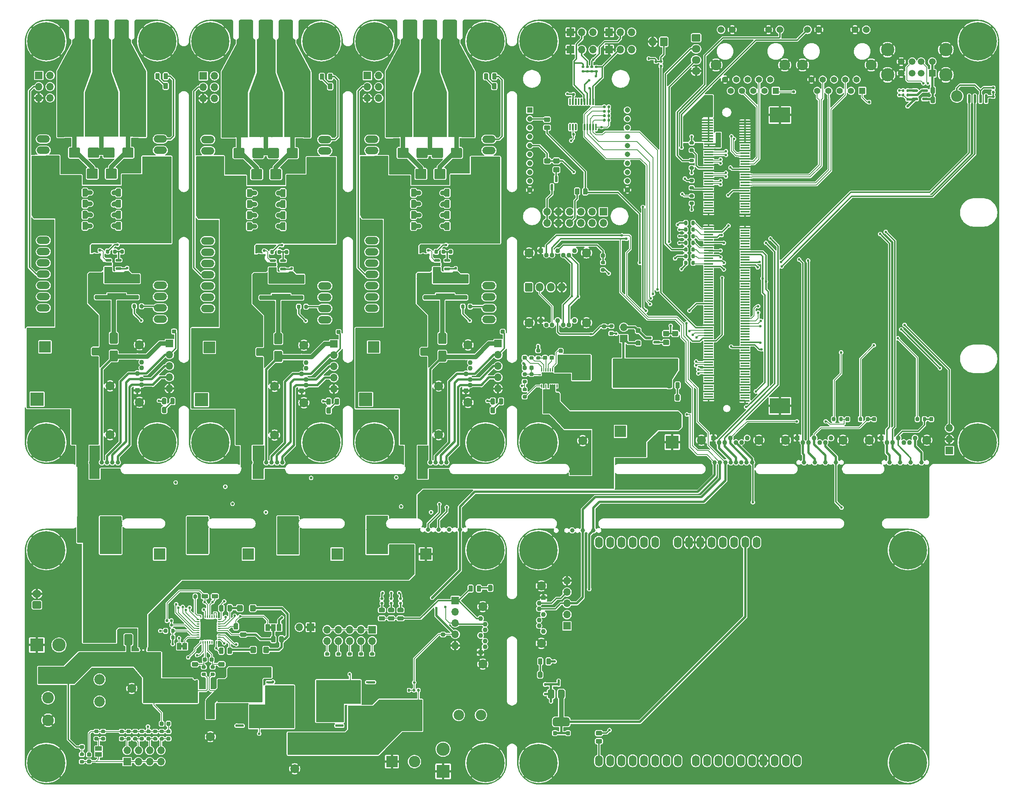
<source format=gtl>
G04 #@! TF.GenerationSoftware,KiCad,Pcbnew,8.0.4+1*
G04 #@! TF.CreationDate,2024-10-19T13:43:31+00:00*
G04 #@! TF.ProjectId,hw-openmower-universal,68772d6f-7065-46e6-9d6f-7765722d756e,rev?*
G04 #@! TF.SameCoordinates,Original*
G04 #@! TF.FileFunction,Copper,L1,Top*
G04 #@! TF.FilePolarity,Positive*
%FSLAX46Y46*%
G04 Gerber Fmt 4.6, Leading zero omitted, Abs format (unit mm)*
G04 Created by KiCad (PCBNEW 8.0.4+1) date 2024-10-19 13:43:31*
%MOMM*%
%LPD*%
G01*
G04 APERTURE LIST*
G04 #@! TA.AperFunction,EtchedComponent*
%ADD10C,0.000000*%
G04 #@! TD*
G04 #@! TA.AperFunction,ComponentPad*
%ADD11R,1.700000X1.700000*%
G04 #@! TD*
G04 #@! TA.AperFunction,ComponentPad*
%ADD12O,1.700000X1.700000*%
G04 #@! TD*
G04 #@! TA.AperFunction,ComponentPad*
%ADD13R,1.100000X1.100000*%
G04 #@! TD*
G04 #@! TA.AperFunction,ComponentPad*
%ADD14C,1.100000*%
G04 #@! TD*
G04 #@! TA.AperFunction,ComponentPad*
%ADD15C,2.025000*%
G04 #@! TD*
G04 #@! TA.AperFunction,ComponentPad*
%ADD16C,1.000000*%
G04 #@! TD*
G04 #@! TA.AperFunction,ComponentPad*
%ADD17C,0.900000*%
G04 #@! TD*
G04 #@! TA.AperFunction,ComponentPad*
%ADD18C,8.600000*%
G04 #@! TD*
G04 #@! TA.AperFunction,ComponentPad*
%ADD19R,2.000000X2.000000*%
G04 #@! TD*
G04 #@! TA.AperFunction,ComponentPad*
%ADD20C,2.000000*%
G04 #@! TD*
G04 #@! TA.AperFunction,SMDPad,CuDef*
%ADD21R,4.200000X1.400000*%
G04 #@! TD*
G04 #@! TA.AperFunction,ComponentPad*
%ADD22O,1.700000X2.000000*%
G04 #@! TD*
G04 #@! TA.AperFunction,ComponentPad*
%ADD23R,2.600000X2.600000*%
G04 #@! TD*
G04 #@! TA.AperFunction,ComponentPad*
%ADD24C,2.600000*%
G04 #@! TD*
G04 #@! TA.AperFunction,ComponentPad*
%ADD25O,1.950000X1.700000*%
G04 #@! TD*
G04 #@! TA.AperFunction,ComponentPad*
%ADD26C,0.500000*%
G04 #@! TD*
G04 #@! TA.AperFunction,SMDPad,CuDef*
%ADD27R,1.000000X1.500000*%
G04 #@! TD*
G04 #@! TA.AperFunction,ComponentPad*
%ADD28R,1.208000X1.208000*%
G04 #@! TD*
G04 #@! TA.AperFunction,ComponentPad*
%ADD29C,1.208000*%
G04 #@! TD*
G04 #@! TA.AperFunction,ComponentPad*
%ADD30R,3.000000X3.000000*%
G04 #@! TD*
G04 #@! TA.AperFunction,ComponentPad*
%ADD31C,3.000000*%
G04 #@! TD*
G04 #@! TA.AperFunction,ComponentPad*
%ADD32O,1.727200X2.500000*%
G04 #@! TD*
G04 #@! TA.AperFunction,SMDPad,CuDef*
%ADD33R,4.100000X4.100000*%
G04 #@! TD*
G04 #@! TA.AperFunction,ComponentPad*
%ADD34R,1.500000X1.500000*%
G04 #@! TD*
G04 #@! TA.AperFunction,ComponentPad*
%ADD35C,1.500000*%
G04 #@! TD*
G04 #@! TA.AperFunction,ComponentPad*
%ADD36O,3.000000X1.700000*%
G04 #@! TD*
G04 #@! TA.AperFunction,ComponentPad*
%ADD37O,1.700000X3.000000*%
G04 #@! TD*
G04 #@! TA.AperFunction,SMDPad,CuDef*
%ADD38R,1.500000X1.000000*%
G04 #@! TD*
G04 #@! TA.AperFunction,SMDPad,CuDef*
%ADD39R,4.550000X4.410000*%
G04 #@! TD*
G04 #@! TA.AperFunction,ComponentPad*
%ADD40R,1.398000X1.398000*%
G04 #@! TD*
G04 #@! TA.AperFunction,ComponentPad*
%ADD41C,1.398000*%
G04 #@! TD*
G04 #@! TA.AperFunction,ComponentPad*
%ADD42C,1.530000*%
G04 #@! TD*
G04 #@! TA.AperFunction,ComponentPad*
%ADD43C,2.445000*%
G04 #@! TD*
G04 #@! TA.AperFunction,ComponentPad*
%ADD44O,1.700000X1.950000*%
G04 #@! TD*
G04 #@! TA.AperFunction,ComponentPad*
%ADD45C,2.350000*%
G04 #@! TD*
G04 #@! TA.AperFunction,SMDPad,CuDef*
%ADD46R,2.000000X0.350000*%
G04 #@! TD*
G04 #@! TA.AperFunction,SMDPad,CuDef*
%ADD47R,4.600000X3.500000*%
G04 #@! TD*
G04 #@! TA.AperFunction,ComponentPad*
%ADD48O,2.000000X1.700000*%
G04 #@! TD*
G04 #@! TA.AperFunction,SMDPad,CuDef*
%ADD49R,4.500000X1.800000*%
G04 #@! TD*
G04 #@! TA.AperFunction,ViaPad*
%ADD50C,0.600000*%
G04 #@! TD*
G04 #@! TA.AperFunction,Conductor*
%ADD51C,0.300000*%
G04 #@! TD*
G04 #@! TA.AperFunction,Conductor*
%ADD52C,0.200000*%
G04 #@! TD*
G04 #@! TA.AperFunction,Conductor*
%ADD53C,0.500000*%
G04 #@! TD*
G04 #@! TA.AperFunction,Conductor*
%ADD54C,1.000000*%
G04 #@! TD*
G04 #@! TA.AperFunction,Conductor*
%ADD55C,2.000000*%
G04 #@! TD*
G04 APERTURE END LIST*
D10*
G04 #@! TA.AperFunction,EtchedComponent*
G36*
X80850000Y-161800000D02*
G01*
X80350000Y-161800000D01*
X80350000Y-161200000D01*
X80850000Y-161200000D01*
X80850000Y-161800000D01*
G37*
G04 #@! TD.AperFunction*
G04 #@! TA.AperFunction,EtchedComponent*
G36*
X100800000Y-157557500D02*
G01*
X100300000Y-157557500D01*
X100300000Y-156957500D01*
X100800000Y-156957500D01*
X100800000Y-157557500D01*
G37*
G04 #@! TD.AperFunction*
G04 #@! TA.AperFunction,EtchedComponent*
G36*
X71650000Y-162600000D02*
G01*
X71250000Y-162600000D01*
X71250000Y-162100000D01*
X71650000Y-162100000D01*
X71650000Y-162600000D01*
G37*
G04 #@! TD.AperFunction*
G04 #@! TA.AperFunction,EtchedComponent*
G36*
X72450000Y-162600000D02*
G01*
X72050000Y-162600000D01*
X72050000Y-162100000D01*
X72450000Y-162100000D01*
X72450000Y-162600000D01*
G37*
G04 #@! TD.AperFunction*
G04 #@! TA.AperFunction,SMDPad,CuDef*
G36*
G01*
X78925000Y-159225000D02*
X78925000Y-159775000D01*
G75*
G02*
X78725000Y-159975000I-200000J0D01*
G01*
X78325000Y-159975000D01*
G75*
G02*
X78125000Y-159775000I0J200000D01*
G01*
X78125000Y-159225000D01*
G75*
G02*
X78325000Y-159025000I200000J0D01*
G01*
X78725000Y-159025000D01*
G75*
G02*
X78925000Y-159225000I0J-200000D01*
G01*
G37*
G04 #@! TD.AperFunction*
G04 #@! TA.AperFunction,SMDPad,CuDef*
G36*
G01*
X77275000Y-159225000D02*
X77275000Y-159775000D01*
G75*
G02*
X77075000Y-159975000I-200000J0D01*
G01*
X76675000Y-159975000D01*
G75*
G02*
X76475000Y-159775000I0J200000D01*
G01*
X76475000Y-159225000D01*
G75*
G02*
X76675000Y-159025000I200000J0D01*
G01*
X77075000Y-159025000D01*
G75*
G02*
X77275000Y-159225000I0J-200000D01*
G01*
G37*
G04 #@! TD.AperFunction*
D11*
X168200000Y-22987000D03*
D12*
X170740000Y-22987000D03*
X173280000Y-22987000D03*
D13*
X144585000Y-103815000D03*
D14*
X145585000Y-102545000D03*
X145585000Y-101275000D03*
X144585000Y-100005000D03*
X145585000Y-98735000D03*
X145585000Y-97465000D03*
X144585000Y-96195000D03*
D15*
X145085000Y-106485000D03*
X145085000Y-93525000D03*
D16*
X94800000Y-120000000D03*
X96000000Y-120000000D03*
X97200000Y-120000000D03*
X98400000Y-120000000D03*
X99600000Y-120000000D03*
X100800000Y-120000000D03*
X102000000Y-120000000D03*
X103200000Y-120000000D03*
X240100000Y-120000000D03*
X242500000Y-120000000D03*
X244900000Y-120000000D03*
X247300000Y-120000000D03*
G04 #@! TA.AperFunction,SMDPad,CuDef*
G36*
G01*
X86225000Y-150700000D02*
X85275000Y-150700000D01*
G75*
G02*
X85025000Y-150450000I0J250000D01*
G01*
X85025000Y-149950000D01*
G75*
G02*
X85275000Y-149700000I250000J0D01*
G01*
X86225000Y-149700000D01*
G75*
G02*
X86475000Y-149950000I0J-250000D01*
G01*
X86475000Y-150450000D01*
G75*
G02*
X86225000Y-150700000I-250000J0D01*
G01*
G37*
G04 #@! TD.AperFunction*
G04 #@! TA.AperFunction,SMDPad,CuDef*
G36*
G01*
X86225000Y-148800000D02*
X85275000Y-148800000D01*
G75*
G02*
X85025000Y-148550000I0J250000D01*
G01*
X85025000Y-148050000D01*
G75*
G02*
X85275000Y-147800000I250000J0D01*
G01*
X86225000Y-147800000D01*
G75*
G02*
X86475000Y-148050000I0J-250000D01*
G01*
X86475000Y-148550000D01*
G75*
G02*
X86225000Y-148800000I-250000J0D01*
G01*
G37*
G04 #@! TD.AperFunction*
G04 #@! TA.AperFunction,SMDPad,CuDef*
G36*
G01*
X143885000Y-63545000D02*
X143885000Y-64845000D01*
G75*
G02*
X143635000Y-65095000I-250000J0D01*
G01*
X142985000Y-65095000D01*
G75*
G02*
X142735000Y-64845000I0J250000D01*
G01*
X142735000Y-63545000D01*
G75*
G02*
X142985000Y-63295000I250000J0D01*
G01*
X143635000Y-63295000D01*
G75*
G02*
X143885000Y-63545000I0J-250000D01*
G01*
G37*
G04 #@! TD.AperFunction*
G04 #@! TA.AperFunction,SMDPad,CuDef*
G36*
G01*
X140935000Y-63545000D02*
X140935000Y-64845000D01*
G75*
G02*
X140685000Y-65095000I-250000J0D01*
G01*
X140035000Y-65095000D01*
G75*
G02*
X139785000Y-64845000I0J250000D01*
G01*
X139785000Y-63545000D01*
G75*
G02*
X140035000Y-63295000I250000J0D01*
G01*
X140685000Y-63295000D01*
G75*
G02*
X140935000Y-63545000I0J-250000D01*
G01*
G37*
G04 #@! TD.AperFunction*
D17*
X145775000Y-187800000D03*
X146719581Y-185519581D03*
X146719581Y-190080419D03*
X149000000Y-184575000D03*
D18*
X149000000Y-187800000D03*
D17*
X149000000Y-191025000D03*
X151280419Y-185519581D03*
X151280419Y-190080419D03*
X152225000Y-187800000D03*
G04 #@! TA.AperFunction,SMDPad,CuDef*
G36*
G01*
X62232500Y-73432500D02*
X61862500Y-73432500D01*
G75*
G02*
X61727500Y-73297500I0J135000D01*
G01*
X61727500Y-73027500D01*
G75*
G02*
X61862500Y-72892500I135000J0D01*
G01*
X62232500Y-72892500D01*
G75*
G02*
X62367500Y-73027500I0J-135000D01*
G01*
X62367500Y-73297500D01*
G75*
G02*
X62232500Y-73432500I-135000J0D01*
G01*
G37*
G04 #@! TD.AperFunction*
G04 #@! TA.AperFunction,SMDPad,CuDef*
G36*
G01*
X62232500Y-72412500D02*
X61862500Y-72412500D01*
G75*
G02*
X61727500Y-72277500I0J135000D01*
G01*
X61727500Y-72007500D01*
G75*
G02*
X61862500Y-71872500I135000J0D01*
G01*
X62232500Y-71872500D01*
G75*
G02*
X62367500Y-72007500I0J-135000D01*
G01*
X62367500Y-72277500D01*
G75*
G02*
X62232500Y-72412500I-135000J0D01*
G01*
G37*
G04 #@! TD.AperFunction*
D19*
X96462323Y-102850000D03*
D20*
X101462323Y-102850000D03*
G04 #@! TA.AperFunction,SMDPad,CuDef*
G36*
G01*
X130735000Y-57245000D02*
X129435000Y-57245000D01*
G75*
G02*
X129185000Y-56995000I0J250000D01*
G01*
X129185000Y-56345000D01*
G75*
G02*
X129435000Y-56095000I250000J0D01*
G01*
X130735000Y-56095000D01*
G75*
G02*
X130985000Y-56345000I0J-250000D01*
G01*
X130985000Y-56995000D01*
G75*
G02*
X130735000Y-57245000I-250000J0D01*
G01*
G37*
G04 #@! TD.AperFunction*
G04 #@! TA.AperFunction,SMDPad,CuDef*
G36*
G01*
X130735000Y-54295000D02*
X129435000Y-54295000D01*
G75*
G02*
X129185000Y-54045000I0J250000D01*
G01*
X129185000Y-53395000D01*
G75*
G02*
X129435000Y-53145000I250000J0D01*
G01*
X130735000Y-53145000D01*
G75*
G02*
X130985000Y-53395000I0J-250000D01*
G01*
X130985000Y-54045000D01*
G75*
G02*
X130735000Y-54295000I-250000J0D01*
G01*
G37*
G04 #@! TD.AperFunction*
G04 #@! TA.AperFunction,SMDPad,CuDef*
G36*
G01*
X55100000Y-51050000D02*
X55100000Y-49250000D01*
G75*
G02*
X55350000Y-49000000I250000J0D01*
G01*
X57350000Y-49000000D01*
G75*
G02*
X57600000Y-49250000I0J-250000D01*
G01*
X57600000Y-51050000D01*
G75*
G02*
X57350000Y-51300000I-250000J0D01*
G01*
X55350000Y-51300000D01*
G75*
G02*
X55100000Y-51050000I0J250000D01*
G01*
G37*
G04 #@! TD.AperFunction*
G04 #@! TA.AperFunction,SMDPad,CuDef*
G36*
G01*
X59400000Y-51050000D02*
X59400000Y-49250000D01*
G75*
G02*
X59650000Y-49000000I250000J0D01*
G01*
X61650000Y-49000000D01*
G75*
G02*
X61900000Y-49250000I0J-250000D01*
G01*
X61900000Y-51050000D01*
G75*
G02*
X61650000Y-51300000I-250000J0D01*
G01*
X59650000Y-51300000D01*
G75*
G02*
X59400000Y-51050000I0J250000D01*
G01*
G37*
G04 #@! TD.AperFunction*
G04 #@! TA.AperFunction,SMDPad,CuDef*
G36*
G01*
X69800000Y-61000000D02*
X69800000Y-62300000D01*
G75*
G02*
X69550000Y-62550000I-250000J0D01*
G01*
X68900000Y-62550000D01*
G75*
G02*
X68650000Y-62300000I0J250000D01*
G01*
X68650000Y-61000000D01*
G75*
G02*
X68900000Y-60750000I250000J0D01*
G01*
X69550000Y-60750000D01*
G75*
G02*
X69800000Y-61000000I0J-250000D01*
G01*
G37*
G04 #@! TD.AperFunction*
G04 #@! TA.AperFunction,SMDPad,CuDef*
G36*
G01*
X66850000Y-61000000D02*
X66850000Y-62300000D01*
G75*
G02*
X66600000Y-62550000I-250000J0D01*
G01*
X65950000Y-62550000D01*
G75*
G02*
X65700000Y-62300000I0J250000D01*
G01*
X65700000Y-61000000D01*
G75*
G02*
X65950000Y-60750000I250000J0D01*
G01*
X66600000Y-60750000D01*
G75*
G02*
X66850000Y-61000000I0J-250000D01*
G01*
G37*
G04 #@! TD.AperFunction*
D21*
X102927500Y-78952500D03*
X102927500Y-82652500D03*
D16*
X156500000Y-183200000D03*
X156500000Y-182000000D03*
X156500000Y-180800000D03*
X156500000Y-179600000D03*
X156500000Y-178400000D03*
X156500000Y-177200000D03*
X156500000Y-176000000D03*
X156500000Y-174800000D03*
G04 #@! TA.AperFunction,SMDPad,CuDef*
G36*
G01*
X80350000Y-171950000D02*
X81650000Y-171950000D01*
G75*
G02*
X81900000Y-172200000I0J-250000D01*
G01*
X81900000Y-172850000D01*
G75*
G02*
X81650000Y-173100000I-250000J0D01*
G01*
X80350000Y-173100000D01*
G75*
G02*
X80100000Y-172850000I0J250000D01*
G01*
X80100000Y-172200000D01*
G75*
G02*
X80350000Y-171950000I250000J0D01*
G01*
G37*
G04 #@! TD.AperFunction*
G04 #@! TA.AperFunction,SMDPad,CuDef*
G36*
G01*
X80350000Y-174900000D02*
X81650000Y-174900000D01*
G75*
G02*
X81900000Y-175150000I0J-250000D01*
G01*
X81900000Y-175800000D01*
G75*
G02*
X81650000Y-176050000I-250000J0D01*
G01*
X80350000Y-176050000D01*
G75*
G02*
X80100000Y-175800000I0J250000D01*
G01*
X80100000Y-175150000D01*
G75*
G02*
X80350000Y-174900000I250000J0D01*
G01*
G37*
G04 #@! TD.AperFunction*
G04 #@! TA.AperFunction,SMDPad,CuDef*
G36*
G01*
X70597500Y-79302500D02*
X69697500Y-79302500D01*
G75*
G02*
X69447500Y-79052500I0J250000D01*
G01*
X69447500Y-78252500D01*
G75*
G02*
X69697500Y-78002500I250000J0D01*
G01*
X70597500Y-78002500D01*
G75*
G02*
X70847500Y-78252500I0J-250000D01*
G01*
X70847500Y-79052500D01*
G75*
G02*
X70597500Y-79302500I-250000J0D01*
G01*
G37*
G04 #@! TD.AperFunction*
G04 #@! TA.AperFunction,SMDPad,CuDef*
G36*
G01*
X70597500Y-76402500D02*
X69697500Y-76402500D01*
G75*
G02*
X69447500Y-76152500I0J250000D01*
G01*
X69447500Y-75352500D01*
G75*
G02*
X69697500Y-75102500I250000J0D01*
G01*
X70597500Y-75102500D01*
G75*
G02*
X70847500Y-75352500I0J-250000D01*
G01*
X70847500Y-76152500D01*
G75*
G02*
X70597500Y-76402500I-250000J0D01*
G01*
G37*
G04 #@! TD.AperFunction*
G04 #@! TA.AperFunction,SMDPad,CuDef*
G36*
G01*
X59880000Y-187922500D02*
X59380000Y-187922500D01*
G75*
G02*
X59155000Y-187697500I0J225000D01*
G01*
X59155000Y-187247500D01*
G75*
G02*
X59380000Y-187022500I225000J0D01*
G01*
X59880000Y-187022500D01*
G75*
G02*
X60105000Y-187247500I0J-225000D01*
G01*
X60105000Y-187697500D01*
G75*
G02*
X59880000Y-187922500I-225000J0D01*
G01*
G37*
G04 #@! TD.AperFunction*
G04 #@! TA.AperFunction,SMDPad,CuDef*
G36*
G01*
X59880000Y-186372500D02*
X59380000Y-186372500D01*
G75*
G02*
X59155000Y-186147500I0J225000D01*
G01*
X59155000Y-185697500D01*
G75*
G02*
X59380000Y-185472500I225000J0D01*
G01*
X59880000Y-185472500D01*
G75*
G02*
X60105000Y-185697500I0J-225000D01*
G01*
X60105000Y-186147500D01*
G75*
G02*
X59880000Y-186372500I-225000J0D01*
G01*
G37*
G04 #@! TD.AperFunction*
D19*
X133467323Y-102795000D03*
D20*
X138467323Y-102795000D03*
G04 #@! TA.AperFunction,SMDPad,CuDef*
G36*
G01*
X106880000Y-58600000D02*
X106880000Y-59900000D01*
G75*
G02*
X106630000Y-60150000I-250000J0D01*
G01*
X105980000Y-60150000D01*
G75*
G02*
X105730000Y-59900000I0J250000D01*
G01*
X105730000Y-58600000D01*
G75*
G02*
X105980000Y-58350000I250000J0D01*
G01*
X106630000Y-58350000D01*
G75*
G02*
X106880000Y-58600000I0J-250000D01*
G01*
G37*
G04 #@! TD.AperFunction*
G04 #@! TA.AperFunction,SMDPad,CuDef*
G36*
G01*
X103930000Y-58600000D02*
X103930000Y-59900000D01*
G75*
G02*
X103680000Y-60150000I-250000J0D01*
G01*
X103030000Y-60150000D01*
G75*
G02*
X102780000Y-59900000I0J250000D01*
G01*
X102780000Y-58600000D01*
G75*
G02*
X103030000Y-58350000I250000J0D01*
G01*
X103680000Y-58350000D01*
G75*
G02*
X103930000Y-58600000I0J-250000D01*
G01*
G37*
G04 #@! TD.AperFunction*
G04 #@! TA.AperFunction,SMDPad,CuDef*
G36*
G01*
X70622500Y-83252500D02*
X69672500Y-83252500D01*
G75*
G02*
X69422500Y-83002500I0J250000D01*
G01*
X69422500Y-82502500D01*
G75*
G02*
X69672500Y-82252500I250000J0D01*
G01*
X70622500Y-82252500D01*
G75*
G02*
X70872500Y-82502500I0J-250000D01*
G01*
X70872500Y-83002500D01*
G75*
G02*
X70622500Y-83252500I-250000J0D01*
G01*
G37*
G04 #@! TD.AperFunction*
G04 #@! TA.AperFunction,SMDPad,CuDef*
G36*
G01*
X70622500Y-81352500D02*
X69672500Y-81352500D01*
G75*
G02*
X69422500Y-81102500I0J250000D01*
G01*
X69422500Y-80602500D01*
G75*
G02*
X69672500Y-80352500I250000J0D01*
G01*
X70622500Y-80352500D01*
G75*
G02*
X70872500Y-80602500I0J-250000D01*
G01*
X70872500Y-81102500D01*
G75*
G02*
X70622500Y-81352500I-250000J0D01*
G01*
G37*
G04 #@! TD.AperFunction*
G04 #@! TA.AperFunction,ComponentPad*
G36*
G01*
X190080000Y-24396000D02*
X190080000Y-25896000D01*
G75*
G02*
X189830000Y-26146000I-250000J0D01*
G01*
X188630000Y-26146000D01*
G75*
G02*
X188380000Y-25896000I0J250000D01*
G01*
X188380000Y-24396000D01*
G75*
G02*
X188630000Y-24146000I250000J0D01*
G01*
X189830000Y-24146000D01*
G75*
G02*
X190080000Y-24396000I0J-250000D01*
G01*
G37*
G04 #@! TD.AperFunction*
D22*
X186730000Y-25146000D03*
D23*
X123780000Y-94000000D03*
D24*
X123780000Y-99080000D03*
D17*
X157775000Y-115500000D03*
X158719581Y-113219581D03*
X158719581Y-117780419D03*
X161000000Y-112275000D03*
D18*
X161000000Y-115500000D03*
D17*
X161000000Y-118725000D03*
X163280419Y-113219581D03*
X163280419Y-117780419D03*
X164225000Y-115500000D03*
G04 #@! TA.AperFunction,SMDPad,CuDef*
G36*
G01*
X117350000Y-184450000D02*
X118650000Y-184450000D01*
G75*
G02*
X118900000Y-184700000I0J-250000D01*
G01*
X118900000Y-185350000D01*
G75*
G02*
X118650000Y-185600000I-250000J0D01*
G01*
X117350000Y-185600000D01*
G75*
G02*
X117100000Y-185350000I0J250000D01*
G01*
X117100000Y-184700000D01*
G75*
G02*
X117350000Y-184450000I250000J0D01*
G01*
G37*
G04 #@! TD.AperFunction*
G04 #@! TA.AperFunction,SMDPad,CuDef*
G36*
G01*
X117350000Y-187400000D02*
X118650000Y-187400000D01*
G75*
G02*
X118900000Y-187650000I0J-250000D01*
G01*
X118900000Y-188300000D01*
G75*
G02*
X118650000Y-188550000I-250000J0D01*
G01*
X117350000Y-188550000D01*
G75*
G02*
X117100000Y-188300000I0J250000D01*
G01*
X117100000Y-187650000D01*
G75*
G02*
X117350000Y-187400000I250000J0D01*
G01*
G37*
G04 #@! TD.AperFunction*
G04 #@! TA.AperFunction,SMDPad,CuDef*
G36*
G01*
X235625000Y-109975000D02*
X235625000Y-110525000D01*
G75*
G02*
X235425000Y-110725000I-200000J0D01*
G01*
X235025000Y-110725000D01*
G75*
G02*
X234825000Y-110525000I0J200000D01*
G01*
X234825000Y-109975000D01*
G75*
G02*
X235025000Y-109775000I200000J0D01*
G01*
X235425000Y-109775000D01*
G75*
G02*
X235625000Y-109975000I0J-200000D01*
G01*
G37*
G04 #@! TD.AperFunction*
G04 #@! TA.AperFunction,SMDPad,CuDef*
G36*
G01*
X233975000Y-109975000D02*
X233975000Y-110525000D01*
G75*
G02*
X233775000Y-110725000I-200000J0D01*
G01*
X233375000Y-110725000D01*
G75*
G02*
X233175000Y-110525000I0J200000D01*
G01*
X233175000Y-109975000D01*
G75*
G02*
X233375000Y-109775000I200000J0D01*
G01*
X233775000Y-109775000D01*
G75*
G02*
X233975000Y-109975000I0J-200000D01*
G01*
G37*
G04 #@! TD.AperFunction*
G04 #@! TA.AperFunction,SMDPad,CuDef*
G36*
G01*
X78480000Y-156515000D02*
X78480000Y-156885000D01*
G75*
G02*
X78345000Y-157020000I-135000J0D01*
G01*
X78075000Y-157020000D01*
G75*
G02*
X77940000Y-156885000I0J135000D01*
G01*
X77940000Y-156515000D01*
G75*
G02*
X78075000Y-156380000I135000J0D01*
G01*
X78345000Y-156380000D01*
G75*
G02*
X78480000Y-156515000I0J-135000D01*
G01*
G37*
G04 #@! TD.AperFunction*
G04 #@! TA.AperFunction,SMDPad,CuDef*
G36*
G01*
X77460000Y-156515000D02*
X77460000Y-156885000D01*
G75*
G02*
X77325000Y-157020000I-135000J0D01*
G01*
X77055000Y-157020000D01*
G75*
G02*
X76920000Y-156885000I0J135000D01*
G01*
X76920000Y-156515000D01*
G75*
G02*
X77055000Y-156380000I135000J0D01*
G01*
X77325000Y-156380000D01*
G75*
G02*
X77460000Y-156515000I0J-135000D01*
G01*
G37*
G04 #@! TD.AperFunction*
G04 #@! TA.AperFunction,SMDPad,CuDef*
G36*
G01*
X78925000Y-105743750D02*
X78925000Y-106656250D01*
G75*
G02*
X78681250Y-106900000I-243750J0D01*
G01*
X78193750Y-106900000D01*
G75*
G02*
X77950000Y-106656250I0J243750D01*
G01*
X77950000Y-105743750D01*
G75*
G02*
X78193750Y-105500000I243750J0D01*
G01*
X78681250Y-105500000D01*
G75*
G02*
X78925000Y-105743750I0J-243750D01*
G01*
G37*
G04 #@! TD.AperFunction*
G04 #@! TA.AperFunction,SMDPad,CuDef*
G36*
G01*
X77050000Y-105743750D02*
X77050000Y-106656250D01*
G75*
G02*
X76806250Y-106900000I-243750J0D01*
G01*
X76318750Y-106900000D01*
G75*
G02*
X76075000Y-106656250I0J243750D01*
G01*
X76075000Y-105743750D01*
G75*
G02*
X76318750Y-105500000I243750J0D01*
G01*
X76806250Y-105500000D01*
G75*
G02*
X77050000Y-105743750I0J-243750D01*
G01*
G37*
G04 #@! TD.AperFunction*
G04 #@! TA.AperFunction,SMDPad,CuDef*
G36*
G01*
X99202500Y-83352500D02*
X98252500Y-83352500D01*
G75*
G02*
X98002500Y-83102500I0J250000D01*
G01*
X98002500Y-82602500D01*
G75*
G02*
X98252500Y-82352500I250000J0D01*
G01*
X99202500Y-82352500D01*
G75*
G02*
X99452500Y-82602500I0J-250000D01*
G01*
X99452500Y-83102500D01*
G75*
G02*
X99202500Y-83352500I-250000J0D01*
G01*
G37*
G04 #@! TD.AperFunction*
G04 #@! TA.AperFunction,SMDPad,CuDef*
G36*
G01*
X99202500Y-81452500D02*
X98252500Y-81452500D01*
G75*
G02*
X98002500Y-81202500I0J250000D01*
G01*
X98002500Y-80702500D01*
G75*
G02*
X98252500Y-80452500I250000J0D01*
G01*
X99202500Y-80452500D01*
G75*
G02*
X99452500Y-80702500I0J-250000D01*
G01*
X99452500Y-81202500D01*
G75*
G02*
X99202500Y-81452500I-250000J0D01*
G01*
G37*
G04 #@! TD.AperFunction*
G04 #@! TA.AperFunction,SMDPad,CuDef*
G36*
G01*
X57775000Y-182207500D02*
X58275000Y-182207500D01*
G75*
G02*
X58500000Y-182432500I0J-225000D01*
G01*
X58500000Y-182882500D01*
G75*
G02*
X58275000Y-183107500I-225000J0D01*
G01*
X57775000Y-183107500D01*
G75*
G02*
X57550000Y-182882500I0J225000D01*
G01*
X57550000Y-182432500D01*
G75*
G02*
X57775000Y-182207500I225000J0D01*
G01*
G37*
G04 #@! TD.AperFunction*
G04 #@! TA.AperFunction,SMDPad,CuDef*
G36*
G01*
X57775000Y-183757500D02*
X58275000Y-183757500D01*
G75*
G02*
X58500000Y-183982500I0J-225000D01*
G01*
X58500000Y-184432500D01*
G75*
G02*
X58275000Y-184657500I-225000J0D01*
G01*
X57775000Y-184657500D01*
G75*
G02*
X57550000Y-184432500I0J225000D01*
G01*
X57550000Y-183982500D01*
G75*
G02*
X57775000Y-183757500I225000J0D01*
G01*
G37*
G04 #@! TD.AperFunction*
G04 #@! TA.AperFunction,SMDPad,CuDef*
G36*
G01*
X162675000Y-181350000D02*
X162675000Y-180850000D01*
G75*
G02*
X162900000Y-180625000I225000J0D01*
G01*
X163350000Y-180625000D01*
G75*
G02*
X163575000Y-180850000I0J-225000D01*
G01*
X163575000Y-181350000D01*
G75*
G02*
X163350000Y-181575000I-225000J0D01*
G01*
X162900000Y-181575000D01*
G75*
G02*
X162675000Y-181350000I0J225000D01*
G01*
G37*
G04 #@! TD.AperFunction*
G04 #@! TA.AperFunction,SMDPad,CuDef*
G36*
G01*
X164225000Y-181350000D02*
X164225000Y-180850000D01*
G75*
G02*
X164450000Y-180625000I225000J0D01*
G01*
X164900000Y-180625000D01*
G75*
G02*
X165125000Y-180850000I0J-225000D01*
G01*
X165125000Y-181350000D01*
G75*
G02*
X164900000Y-181575000I-225000J0D01*
G01*
X164450000Y-181575000D01*
G75*
G02*
X164225000Y-181350000I0J225000D01*
G01*
G37*
G04 #@! TD.AperFunction*
G04 #@! TA.AperFunction,SMDPad,CuDef*
G36*
G01*
X64550000Y-90750000D02*
X65850000Y-90750000D01*
G75*
G02*
X66100000Y-91000000I0J-250000D01*
G01*
X66100000Y-93000000D01*
G75*
G02*
X65850000Y-93250000I-250000J0D01*
G01*
X64550000Y-93250000D01*
G75*
G02*
X64300000Y-93000000I0J250000D01*
G01*
X64300000Y-91000000D01*
G75*
G02*
X64550000Y-90750000I250000J0D01*
G01*
G37*
G04 #@! TD.AperFunction*
G04 #@! TA.AperFunction,SMDPad,CuDef*
G36*
G01*
X64550000Y-94750000D02*
X65850000Y-94750000D01*
G75*
G02*
X66100000Y-95000000I0J-250000D01*
G01*
X66100000Y-97000000D01*
G75*
G02*
X65850000Y-97250000I-250000J0D01*
G01*
X64550000Y-97250000D01*
G75*
G02*
X64300000Y-97000000I0J250000D01*
G01*
X64300000Y-95000000D01*
G75*
G02*
X64550000Y-94750000I250000J0D01*
G01*
G37*
G04 #@! TD.AperFunction*
G04 #@! TA.AperFunction,ComponentPad*
G36*
G01*
X195775000Y-23400000D02*
X197225000Y-23400000D01*
G75*
G02*
X197475000Y-23650000I0J-250000D01*
G01*
X197475000Y-24850000D01*
G75*
G02*
X197225000Y-25100000I-250000J0D01*
G01*
X195775000Y-25100000D01*
G75*
G02*
X195525000Y-24850000I0J250000D01*
G01*
X195525000Y-23650000D01*
G75*
G02*
X195775000Y-23400000I250000J0D01*
G01*
G37*
G04 #@! TD.AperFunction*
D25*
X196500000Y-26750000D03*
X196500000Y-29250000D03*
X196500000Y-31750000D03*
G04 #@! TA.AperFunction,SMDPad,CuDef*
G36*
G01*
X159110000Y-99740000D02*
X159660000Y-99740000D01*
G75*
G02*
X159860000Y-99940000I0J-200000D01*
G01*
X159860000Y-100340000D01*
G75*
G02*
X159660000Y-100540000I-200000J0D01*
G01*
X159110000Y-100540000D01*
G75*
G02*
X158910000Y-100340000I0J200000D01*
G01*
X158910000Y-99940000D01*
G75*
G02*
X159110000Y-99740000I200000J0D01*
G01*
G37*
G04 #@! TD.AperFunction*
G04 #@! TA.AperFunction,SMDPad,CuDef*
G36*
G01*
X159110000Y-101390000D02*
X159660000Y-101390000D01*
G75*
G02*
X159860000Y-101590000I0J-200000D01*
G01*
X159860000Y-101990000D01*
G75*
G02*
X159660000Y-102190000I-200000J0D01*
G01*
X159110000Y-102190000D01*
G75*
G02*
X158910000Y-101990000I0J200000D01*
G01*
X158910000Y-101590000D01*
G75*
G02*
X159110000Y-101390000I200000J0D01*
G01*
G37*
G04 #@! TD.AperFunction*
G04 #@! TA.AperFunction,SMDPad,CuDef*
G36*
G01*
X55200000Y-64800000D02*
X55200000Y-63500000D01*
G75*
G02*
X55450000Y-63250000I250000J0D01*
G01*
X56100000Y-63250000D01*
G75*
G02*
X56350000Y-63500000I0J-250000D01*
G01*
X56350000Y-64800000D01*
G75*
G02*
X56100000Y-65050000I-250000J0D01*
G01*
X55450000Y-65050000D01*
G75*
G02*
X55200000Y-64800000I0J250000D01*
G01*
G37*
G04 #@! TD.AperFunction*
G04 #@! TA.AperFunction,SMDPad,CuDef*
G36*
G01*
X58150000Y-64800000D02*
X58150000Y-63500000D01*
G75*
G02*
X58400000Y-63250000I250000J0D01*
G01*
X59050000Y-63250000D01*
G75*
G02*
X59300000Y-63500000I0J-250000D01*
G01*
X59300000Y-64800000D01*
G75*
G02*
X59050000Y-65050000I-250000J0D01*
G01*
X58400000Y-65050000D01*
G75*
G02*
X58150000Y-64800000I0J250000D01*
G01*
G37*
G04 #@! TD.AperFunction*
D16*
X117850000Y-135200000D03*
X119050000Y-135200000D03*
X120250000Y-135200000D03*
X121450000Y-135200000D03*
X122650000Y-135200000D03*
X123850000Y-135200000D03*
X125050000Y-135200000D03*
X126250000Y-135200000D03*
G04 #@! TA.AperFunction,SMDPad,CuDef*
G36*
G01*
X163594000Y-104633000D02*
X163594000Y-105933000D01*
G75*
G02*
X163344000Y-106183000I-250000J0D01*
G01*
X162694000Y-106183000D01*
G75*
G02*
X162444000Y-105933000I0J250000D01*
G01*
X162444000Y-104633000D01*
G75*
G02*
X162694000Y-104383000I250000J0D01*
G01*
X163344000Y-104383000D01*
G75*
G02*
X163594000Y-104633000I0J-250000D01*
G01*
G37*
G04 #@! TD.AperFunction*
G04 #@! TA.AperFunction,SMDPad,CuDef*
G36*
G01*
X160644000Y-104633000D02*
X160644000Y-105933000D01*
G75*
G02*
X160394000Y-106183000I-250000J0D01*
G01*
X159744000Y-106183000D01*
G75*
G02*
X159494000Y-105933000I0J250000D01*
G01*
X159494000Y-104633000D01*
G75*
G02*
X159744000Y-104383000I250000J0D01*
G01*
X160394000Y-104383000D01*
G75*
G02*
X160644000Y-104633000I0J-250000D01*
G01*
G37*
G04 #@! TD.AperFunction*
D11*
X168200000Y-26924000D03*
D12*
X170740000Y-26924000D03*
X173280000Y-26924000D03*
G04 #@! TA.AperFunction,SMDPad,CuDef*
G36*
G01*
X107677500Y-79402500D02*
X106777500Y-79402500D01*
G75*
G02*
X106527500Y-79152500I0J250000D01*
G01*
X106527500Y-78352500D01*
G75*
G02*
X106777500Y-78102500I250000J0D01*
G01*
X107677500Y-78102500D01*
G75*
G02*
X107927500Y-78352500I0J-250000D01*
G01*
X107927500Y-79152500D01*
G75*
G02*
X107677500Y-79402500I-250000J0D01*
G01*
G37*
G04 #@! TD.AperFunction*
G04 #@! TA.AperFunction,SMDPad,CuDef*
G36*
G01*
X107677500Y-76502500D02*
X106777500Y-76502500D01*
G75*
G02*
X106527500Y-76252500I0J250000D01*
G01*
X106527500Y-75452500D01*
G75*
G02*
X106777500Y-75202500I250000J0D01*
G01*
X107677500Y-75202500D01*
G75*
G02*
X107927500Y-75452500I0J-250000D01*
G01*
X107927500Y-76252500D01*
G75*
G02*
X107677500Y-76502500I-250000J0D01*
G01*
G37*
G04 #@! TD.AperFunction*
D11*
X176900000Y-22987000D03*
D12*
X179440000Y-22987000D03*
X181980000Y-22987000D03*
D17*
X46775000Y-25000000D03*
X47719581Y-22719581D03*
X47719581Y-27280419D03*
X50000000Y-21775000D03*
D18*
X50000000Y-25000000D03*
D17*
X50000000Y-28225000D03*
X52280419Y-22719581D03*
X52280419Y-27280419D03*
X53225000Y-25000000D03*
G04 #@! TA.AperFunction,SMDPad,CuDef*
G36*
G01*
X174185000Y-32080000D02*
X173815000Y-32080000D01*
G75*
G02*
X173680000Y-31945000I0J135000D01*
G01*
X173680000Y-31675000D01*
G75*
G02*
X173815000Y-31540000I135000J0D01*
G01*
X174185000Y-31540000D01*
G75*
G02*
X174320000Y-31675000I0J-135000D01*
G01*
X174320000Y-31945000D01*
G75*
G02*
X174185000Y-32080000I-135000J0D01*
G01*
G37*
G04 #@! TD.AperFunction*
G04 #@! TA.AperFunction,SMDPad,CuDef*
G36*
G01*
X174185000Y-31060000D02*
X173815000Y-31060000D01*
G75*
G02*
X173680000Y-30925000I0J135000D01*
G01*
X173680000Y-30655000D01*
G75*
G02*
X173815000Y-30520000I135000J0D01*
G01*
X174185000Y-30520000D01*
G75*
G02*
X174320000Y-30655000I0J-135000D01*
G01*
X174320000Y-30925000D01*
G75*
G02*
X174185000Y-31060000I-135000J0D01*
G01*
G37*
G04 #@! TD.AperFunction*
D11*
X85380000Y-32825000D03*
D12*
X87920000Y-32825000D03*
X85380000Y-35365000D03*
X87920000Y-35365000D03*
X85380000Y-37905000D03*
X87920000Y-37905000D03*
G04 #@! TA.AperFunction,SMDPad,CuDef*
G36*
G01*
X83900000Y-155525000D02*
X83900000Y-155375000D01*
G75*
G02*
X83950000Y-155325000I50000J0D01*
G01*
X84450000Y-155325000D01*
G75*
G02*
X84500000Y-155375000I0J-50000D01*
G01*
X84500000Y-155525000D01*
G75*
G02*
X84450000Y-155575000I-50000J0D01*
G01*
X83950000Y-155575000D01*
G75*
G02*
X83900000Y-155525000I0J50000D01*
G01*
G37*
G04 #@! TD.AperFunction*
G04 #@! TA.AperFunction,SMDPad,CuDef*
G36*
G01*
X83900000Y-156025000D02*
X83900000Y-155875000D01*
G75*
G02*
X83950000Y-155825000I50000J0D01*
G01*
X84450000Y-155825000D01*
G75*
G02*
X84500000Y-155875000I0J-50000D01*
G01*
X84500000Y-156025000D01*
G75*
G02*
X84450000Y-156075000I-50000J0D01*
G01*
X83950000Y-156075000D01*
G75*
G02*
X83900000Y-156025000I0J50000D01*
G01*
G37*
G04 #@! TD.AperFunction*
G04 #@! TA.AperFunction,SMDPad,CuDef*
G36*
G01*
X83900000Y-156525000D02*
X83900000Y-156375000D01*
G75*
G02*
X83950000Y-156325000I50000J0D01*
G01*
X84450000Y-156325000D01*
G75*
G02*
X84500000Y-156375000I0J-50000D01*
G01*
X84500000Y-156525000D01*
G75*
G02*
X84450000Y-156575000I-50000J0D01*
G01*
X83950000Y-156575000D01*
G75*
G02*
X83900000Y-156525000I0J50000D01*
G01*
G37*
G04 #@! TD.AperFunction*
G04 #@! TA.AperFunction,SMDPad,CuDef*
G36*
G01*
X83900000Y-157025000D02*
X83900000Y-156875000D01*
G75*
G02*
X83950000Y-156825000I50000J0D01*
G01*
X84450000Y-156825000D01*
G75*
G02*
X84500000Y-156875000I0J-50000D01*
G01*
X84500000Y-157025000D01*
G75*
G02*
X84450000Y-157075000I-50000J0D01*
G01*
X83950000Y-157075000D01*
G75*
G02*
X83900000Y-157025000I0J50000D01*
G01*
G37*
G04 #@! TD.AperFunction*
G04 #@! TA.AperFunction,SMDPad,CuDef*
G36*
G01*
X83900000Y-157525000D02*
X83900000Y-157375000D01*
G75*
G02*
X83950000Y-157325000I50000J0D01*
G01*
X84450000Y-157325000D01*
G75*
G02*
X84500000Y-157375000I0J-50000D01*
G01*
X84500000Y-157525000D01*
G75*
G02*
X84450000Y-157575000I-50000J0D01*
G01*
X83950000Y-157575000D01*
G75*
G02*
X83900000Y-157525000I0J50000D01*
G01*
G37*
G04 #@! TD.AperFunction*
G04 #@! TA.AperFunction,SMDPad,CuDef*
G36*
G01*
X83900000Y-158025000D02*
X83900000Y-157875000D01*
G75*
G02*
X83950000Y-157825000I50000J0D01*
G01*
X84450000Y-157825000D01*
G75*
G02*
X84500000Y-157875000I0J-50000D01*
G01*
X84500000Y-158025000D01*
G75*
G02*
X84450000Y-158075000I-50000J0D01*
G01*
X83950000Y-158075000D01*
G75*
G02*
X83900000Y-158025000I0J50000D01*
G01*
G37*
G04 #@! TD.AperFunction*
G04 #@! TA.AperFunction,SMDPad,CuDef*
G36*
G01*
X83900000Y-158525000D02*
X83900000Y-158375000D01*
G75*
G02*
X83950000Y-158325000I50000J0D01*
G01*
X84450000Y-158325000D01*
G75*
G02*
X84500000Y-158375000I0J-50000D01*
G01*
X84500000Y-158525000D01*
G75*
G02*
X84450000Y-158575000I-50000J0D01*
G01*
X83950000Y-158575000D01*
G75*
G02*
X83900000Y-158525000I0J50000D01*
G01*
G37*
G04 #@! TD.AperFunction*
G04 #@! TA.AperFunction,SMDPad,CuDef*
G36*
G01*
X83900000Y-159025000D02*
X83900000Y-158875000D01*
G75*
G02*
X83950000Y-158825000I50000J0D01*
G01*
X84450000Y-158825000D01*
G75*
G02*
X84500000Y-158875000I0J-50000D01*
G01*
X84500000Y-159025000D01*
G75*
G02*
X84450000Y-159075000I-50000J0D01*
G01*
X83950000Y-159075000D01*
G75*
G02*
X83900000Y-159025000I0J50000D01*
G01*
G37*
G04 #@! TD.AperFunction*
G04 #@! TA.AperFunction,SMDPad,CuDef*
G36*
G01*
X83900000Y-159525000D02*
X83900000Y-159375000D01*
G75*
G02*
X83950000Y-159325000I50000J0D01*
G01*
X84450000Y-159325000D01*
G75*
G02*
X84500000Y-159375000I0J-50000D01*
G01*
X84500000Y-159525000D01*
G75*
G02*
X84450000Y-159575000I-50000J0D01*
G01*
X83950000Y-159575000D01*
G75*
G02*
X83900000Y-159525000I0J50000D01*
G01*
G37*
G04 #@! TD.AperFunction*
G04 #@! TA.AperFunction,SMDPad,CuDef*
G36*
G01*
X83900000Y-160025000D02*
X83900000Y-159875000D01*
G75*
G02*
X83950000Y-159825000I50000J0D01*
G01*
X84450000Y-159825000D01*
G75*
G02*
X84500000Y-159875000I0J-50000D01*
G01*
X84500000Y-160025000D01*
G75*
G02*
X84450000Y-160075000I-50000J0D01*
G01*
X83950000Y-160075000D01*
G75*
G02*
X83900000Y-160025000I0J50000D01*
G01*
G37*
G04 #@! TD.AperFunction*
G04 #@! TA.AperFunction,SMDPad,CuDef*
G36*
G01*
X84725000Y-160850000D02*
X84725000Y-160350000D01*
G75*
G02*
X84775000Y-160300000I50000J0D01*
G01*
X84925000Y-160300000D01*
G75*
G02*
X84975000Y-160350000I0J-50000D01*
G01*
X84975000Y-160850000D01*
G75*
G02*
X84925000Y-160900000I-50000J0D01*
G01*
X84775000Y-160900000D01*
G75*
G02*
X84725000Y-160850000I0J50000D01*
G01*
G37*
G04 #@! TD.AperFunction*
G04 #@! TA.AperFunction,SMDPad,CuDef*
G36*
G01*
X85225000Y-160850000D02*
X85225000Y-160350000D01*
G75*
G02*
X85275000Y-160300000I50000J0D01*
G01*
X85425000Y-160300000D01*
G75*
G02*
X85475000Y-160350000I0J-50000D01*
G01*
X85475000Y-160850000D01*
G75*
G02*
X85425000Y-160900000I-50000J0D01*
G01*
X85275000Y-160900000D01*
G75*
G02*
X85225000Y-160850000I0J50000D01*
G01*
G37*
G04 #@! TD.AperFunction*
G04 #@! TA.AperFunction,SMDPad,CuDef*
G36*
G01*
X85725000Y-160850000D02*
X85725000Y-160350000D01*
G75*
G02*
X85775000Y-160300000I50000J0D01*
G01*
X85925000Y-160300000D01*
G75*
G02*
X85975000Y-160350000I0J-50000D01*
G01*
X85975000Y-160850000D01*
G75*
G02*
X85925000Y-160900000I-50000J0D01*
G01*
X85775000Y-160900000D01*
G75*
G02*
X85725000Y-160850000I0J50000D01*
G01*
G37*
G04 #@! TD.AperFunction*
G04 #@! TA.AperFunction,SMDPad,CuDef*
G36*
G01*
X86225000Y-160850000D02*
X86225000Y-160350000D01*
G75*
G02*
X86275000Y-160300000I50000J0D01*
G01*
X86425000Y-160300000D01*
G75*
G02*
X86475000Y-160350000I0J-50000D01*
G01*
X86475000Y-160850000D01*
G75*
G02*
X86425000Y-160900000I-50000J0D01*
G01*
X86275000Y-160900000D01*
G75*
G02*
X86225000Y-160850000I0J50000D01*
G01*
G37*
G04 #@! TD.AperFunction*
G04 #@! TA.AperFunction,SMDPad,CuDef*
G36*
G01*
X86725000Y-160850000D02*
X86725000Y-160350000D01*
G75*
G02*
X86775000Y-160300000I50000J0D01*
G01*
X86925000Y-160300000D01*
G75*
G02*
X86975000Y-160350000I0J-50000D01*
G01*
X86975000Y-160850000D01*
G75*
G02*
X86925000Y-160900000I-50000J0D01*
G01*
X86775000Y-160900000D01*
G75*
G02*
X86725000Y-160850000I0J50000D01*
G01*
G37*
G04 #@! TD.AperFunction*
G04 #@! TA.AperFunction,SMDPad,CuDef*
G36*
G01*
X87225000Y-160850000D02*
X87225000Y-160350000D01*
G75*
G02*
X87275000Y-160300000I50000J0D01*
G01*
X87425000Y-160300000D01*
G75*
G02*
X87475000Y-160350000I0J-50000D01*
G01*
X87475000Y-160850000D01*
G75*
G02*
X87425000Y-160900000I-50000J0D01*
G01*
X87275000Y-160900000D01*
G75*
G02*
X87225000Y-160850000I0J50000D01*
G01*
G37*
G04 #@! TD.AperFunction*
G04 #@! TA.AperFunction,SMDPad,CuDef*
G36*
G01*
X87725000Y-160850000D02*
X87725000Y-160350000D01*
G75*
G02*
X87775000Y-160300000I50000J0D01*
G01*
X87925000Y-160300000D01*
G75*
G02*
X87975000Y-160350000I0J-50000D01*
G01*
X87975000Y-160850000D01*
G75*
G02*
X87925000Y-160900000I-50000J0D01*
G01*
X87775000Y-160900000D01*
G75*
G02*
X87725000Y-160850000I0J50000D01*
G01*
G37*
G04 #@! TD.AperFunction*
G04 #@! TA.AperFunction,SMDPad,CuDef*
G36*
G01*
X88225000Y-160850000D02*
X88225000Y-160350000D01*
G75*
G02*
X88275000Y-160300000I50000J0D01*
G01*
X88425000Y-160300000D01*
G75*
G02*
X88475000Y-160350000I0J-50000D01*
G01*
X88475000Y-160850000D01*
G75*
G02*
X88425000Y-160900000I-50000J0D01*
G01*
X88275000Y-160900000D01*
G75*
G02*
X88225000Y-160850000I0J50000D01*
G01*
G37*
G04 #@! TD.AperFunction*
G04 #@! TA.AperFunction,SMDPad,CuDef*
G36*
G01*
X88700000Y-160025000D02*
X88700000Y-159875000D01*
G75*
G02*
X88750000Y-159825000I50000J0D01*
G01*
X89250000Y-159825000D01*
G75*
G02*
X89300000Y-159875000I0J-50000D01*
G01*
X89300000Y-160025000D01*
G75*
G02*
X89250000Y-160075000I-50000J0D01*
G01*
X88750000Y-160075000D01*
G75*
G02*
X88700000Y-160025000I0J50000D01*
G01*
G37*
G04 #@! TD.AperFunction*
G04 #@! TA.AperFunction,SMDPad,CuDef*
G36*
G01*
X88700000Y-159525000D02*
X88700000Y-159375000D01*
G75*
G02*
X88750000Y-159325000I50000J0D01*
G01*
X89250000Y-159325000D01*
G75*
G02*
X89300000Y-159375000I0J-50000D01*
G01*
X89300000Y-159525000D01*
G75*
G02*
X89250000Y-159575000I-50000J0D01*
G01*
X88750000Y-159575000D01*
G75*
G02*
X88700000Y-159525000I0J50000D01*
G01*
G37*
G04 #@! TD.AperFunction*
G04 #@! TA.AperFunction,SMDPad,CuDef*
G36*
G01*
X88700000Y-159025000D02*
X88700000Y-158875000D01*
G75*
G02*
X88750000Y-158825000I50000J0D01*
G01*
X89250000Y-158825000D01*
G75*
G02*
X89300000Y-158875000I0J-50000D01*
G01*
X89300000Y-159025000D01*
G75*
G02*
X89250000Y-159075000I-50000J0D01*
G01*
X88750000Y-159075000D01*
G75*
G02*
X88700000Y-159025000I0J50000D01*
G01*
G37*
G04 #@! TD.AperFunction*
G04 #@! TA.AperFunction,SMDPad,CuDef*
G36*
G01*
X88700000Y-158525000D02*
X88700000Y-158375000D01*
G75*
G02*
X88750000Y-158325000I50000J0D01*
G01*
X89250000Y-158325000D01*
G75*
G02*
X89300000Y-158375000I0J-50000D01*
G01*
X89300000Y-158525000D01*
G75*
G02*
X89250000Y-158575000I-50000J0D01*
G01*
X88750000Y-158575000D01*
G75*
G02*
X88700000Y-158525000I0J50000D01*
G01*
G37*
G04 #@! TD.AperFunction*
G04 #@! TA.AperFunction,SMDPad,CuDef*
G36*
G01*
X88700000Y-158025000D02*
X88700000Y-157875000D01*
G75*
G02*
X88750000Y-157825000I50000J0D01*
G01*
X89250000Y-157825000D01*
G75*
G02*
X89300000Y-157875000I0J-50000D01*
G01*
X89300000Y-158025000D01*
G75*
G02*
X89250000Y-158075000I-50000J0D01*
G01*
X88750000Y-158075000D01*
G75*
G02*
X88700000Y-158025000I0J50000D01*
G01*
G37*
G04 #@! TD.AperFunction*
G04 #@! TA.AperFunction,SMDPad,CuDef*
G36*
G01*
X88700000Y-157525000D02*
X88700000Y-157375000D01*
G75*
G02*
X88750000Y-157325000I50000J0D01*
G01*
X89250000Y-157325000D01*
G75*
G02*
X89300000Y-157375000I0J-50000D01*
G01*
X89300000Y-157525000D01*
G75*
G02*
X89250000Y-157575000I-50000J0D01*
G01*
X88750000Y-157575000D01*
G75*
G02*
X88700000Y-157525000I0J50000D01*
G01*
G37*
G04 #@! TD.AperFunction*
G04 #@! TA.AperFunction,SMDPad,CuDef*
G36*
G01*
X88700000Y-157025000D02*
X88700000Y-156875000D01*
G75*
G02*
X88750000Y-156825000I50000J0D01*
G01*
X89250000Y-156825000D01*
G75*
G02*
X89300000Y-156875000I0J-50000D01*
G01*
X89300000Y-157025000D01*
G75*
G02*
X89250000Y-157075000I-50000J0D01*
G01*
X88750000Y-157075000D01*
G75*
G02*
X88700000Y-157025000I0J50000D01*
G01*
G37*
G04 #@! TD.AperFunction*
G04 #@! TA.AperFunction,SMDPad,CuDef*
G36*
G01*
X88700000Y-156525000D02*
X88700000Y-156375000D01*
G75*
G02*
X88750000Y-156325000I50000J0D01*
G01*
X89250000Y-156325000D01*
G75*
G02*
X89300000Y-156375000I0J-50000D01*
G01*
X89300000Y-156525000D01*
G75*
G02*
X89250000Y-156575000I-50000J0D01*
G01*
X88750000Y-156575000D01*
G75*
G02*
X88700000Y-156525000I0J50000D01*
G01*
G37*
G04 #@! TD.AperFunction*
G04 #@! TA.AperFunction,SMDPad,CuDef*
G36*
G01*
X88700000Y-156025000D02*
X88700000Y-155875000D01*
G75*
G02*
X88750000Y-155825000I50000J0D01*
G01*
X89250000Y-155825000D01*
G75*
G02*
X89300000Y-155875000I0J-50000D01*
G01*
X89300000Y-156025000D01*
G75*
G02*
X89250000Y-156075000I-50000J0D01*
G01*
X88750000Y-156075000D01*
G75*
G02*
X88700000Y-156025000I0J50000D01*
G01*
G37*
G04 #@! TD.AperFunction*
G04 #@! TA.AperFunction,SMDPad,CuDef*
G36*
G01*
X88700000Y-155525000D02*
X88700000Y-155375000D01*
G75*
G02*
X88750000Y-155325000I50000J0D01*
G01*
X89250000Y-155325000D01*
G75*
G02*
X89300000Y-155375000I0J-50000D01*
G01*
X89300000Y-155525000D01*
G75*
G02*
X89250000Y-155575000I-50000J0D01*
G01*
X88750000Y-155575000D01*
G75*
G02*
X88700000Y-155525000I0J50000D01*
G01*
G37*
G04 #@! TD.AperFunction*
G04 #@! TA.AperFunction,SMDPad,CuDef*
G36*
G01*
X88225000Y-155050000D02*
X88225000Y-154550000D01*
G75*
G02*
X88275000Y-154500000I50000J0D01*
G01*
X88425000Y-154500000D01*
G75*
G02*
X88475000Y-154550000I0J-50000D01*
G01*
X88475000Y-155050000D01*
G75*
G02*
X88425000Y-155100000I-50000J0D01*
G01*
X88275000Y-155100000D01*
G75*
G02*
X88225000Y-155050000I0J50000D01*
G01*
G37*
G04 #@! TD.AperFunction*
G04 #@! TA.AperFunction,SMDPad,CuDef*
G36*
G01*
X87725000Y-155050000D02*
X87725000Y-154550000D01*
G75*
G02*
X87775000Y-154500000I50000J0D01*
G01*
X87925000Y-154500000D01*
G75*
G02*
X87975000Y-154550000I0J-50000D01*
G01*
X87975000Y-155050000D01*
G75*
G02*
X87925000Y-155100000I-50000J0D01*
G01*
X87775000Y-155100000D01*
G75*
G02*
X87725000Y-155050000I0J50000D01*
G01*
G37*
G04 #@! TD.AperFunction*
G04 #@! TA.AperFunction,SMDPad,CuDef*
G36*
G01*
X87225000Y-155050000D02*
X87225000Y-154550000D01*
G75*
G02*
X87275000Y-154500000I50000J0D01*
G01*
X87425000Y-154500000D01*
G75*
G02*
X87475000Y-154550000I0J-50000D01*
G01*
X87475000Y-155050000D01*
G75*
G02*
X87425000Y-155100000I-50000J0D01*
G01*
X87275000Y-155100000D01*
G75*
G02*
X87225000Y-155050000I0J50000D01*
G01*
G37*
G04 #@! TD.AperFunction*
G04 #@! TA.AperFunction,SMDPad,CuDef*
G36*
G01*
X86725000Y-155050000D02*
X86725000Y-154550000D01*
G75*
G02*
X86775000Y-154500000I50000J0D01*
G01*
X86925000Y-154500000D01*
G75*
G02*
X86975000Y-154550000I0J-50000D01*
G01*
X86975000Y-155050000D01*
G75*
G02*
X86925000Y-155100000I-50000J0D01*
G01*
X86775000Y-155100000D01*
G75*
G02*
X86725000Y-155050000I0J50000D01*
G01*
G37*
G04 #@! TD.AperFunction*
G04 #@! TA.AperFunction,SMDPad,CuDef*
G36*
G01*
X86225000Y-155050000D02*
X86225000Y-154550000D01*
G75*
G02*
X86275000Y-154500000I50000J0D01*
G01*
X86425000Y-154500000D01*
G75*
G02*
X86475000Y-154550000I0J-50000D01*
G01*
X86475000Y-155050000D01*
G75*
G02*
X86425000Y-155100000I-50000J0D01*
G01*
X86275000Y-155100000D01*
G75*
G02*
X86225000Y-155050000I0J50000D01*
G01*
G37*
G04 #@! TD.AperFunction*
G04 #@! TA.AperFunction,SMDPad,CuDef*
G36*
G01*
X85725000Y-155050000D02*
X85725000Y-154550000D01*
G75*
G02*
X85775000Y-154500000I50000J0D01*
G01*
X85925000Y-154500000D01*
G75*
G02*
X85975000Y-154550000I0J-50000D01*
G01*
X85975000Y-155050000D01*
G75*
G02*
X85925000Y-155100000I-50000J0D01*
G01*
X85775000Y-155100000D01*
G75*
G02*
X85725000Y-155050000I0J50000D01*
G01*
G37*
G04 #@! TD.AperFunction*
G04 #@! TA.AperFunction,SMDPad,CuDef*
G36*
G01*
X85225000Y-155050000D02*
X85225000Y-154550000D01*
G75*
G02*
X85275000Y-154500000I50000J0D01*
G01*
X85425000Y-154500000D01*
G75*
G02*
X85475000Y-154550000I0J-50000D01*
G01*
X85475000Y-155050000D01*
G75*
G02*
X85425000Y-155100000I-50000J0D01*
G01*
X85275000Y-155100000D01*
G75*
G02*
X85225000Y-155050000I0J50000D01*
G01*
G37*
G04 #@! TD.AperFunction*
G04 #@! TA.AperFunction,SMDPad,CuDef*
G36*
G01*
X84725000Y-155050000D02*
X84725000Y-154550000D01*
G75*
G02*
X84775000Y-154500000I50000J0D01*
G01*
X84925000Y-154500000D01*
G75*
G02*
X84975000Y-154550000I0J-50000D01*
G01*
X84975000Y-155050000D01*
G75*
G02*
X84925000Y-155100000I-50000J0D01*
G01*
X84775000Y-155100000D01*
G75*
G02*
X84725000Y-155050000I0J50000D01*
G01*
G37*
G04 #@! TD.AperFunction*
D26*
X85050000Y-156540000D03*
X85050000Y-157700000D03*
X85050000Y-158860000D03*
X85985000Y-155650000D03*
X85985000Y-156540000D03*
X85985000Y-157700000D03*
X85985000Y-158860000D03*
X85985000Y-159750000D03*
G04 #@! TA.AperFunction,SMDPad,CuDef*
G36*
G01*
X84800000Y-159946000D02*
X84800000Y-155454000D01*
G75*
G02*
X84854000Y-155400000I54000J0D01*
G01*
X88346000Y-155400000D01*
G75*
G02*
X88400000Y-155454000I0J-54000D01*
G01*
X88400000Y-159946000D01*
G75*
G02*
X88346000Y-160000000I-54000J0D01*
G01*
X84854000Y-160000000D01*
G75*
G02*
X84800000Y-159946000I0J54000D01*
G01*
G37*
G04 #@! TD.AperFunction*
X87215000Y-155650000D03*
X87215000Y-156540000D03*
X87215000Y-157700000D03*
X87215000Y-158860000D03*
X87215000Y-159750000D03*
X88150000Y-156540000D03*
X88150000Y-157700000D03*
X88150000Y-158860000D03*
D11*
X253619000Y-117348000D03*
D12*
X253619000Y-114808000D03*
X253619000Y-112268000D03*
G04 #@! TA.AperFunction,SMDPad,CuDef*
G36*
G01*
X172185000Y-32080000D02*
X171815000Y-32080000D01*
G75*
G02*
X171680000Y-31945000I0J135000D01*
G01*
X171680000Y-31675000D01*
G75*
G02*
X171815000Y-31540000I135000J0D01*
G01*
X172185000Y-31540000D01*
G75*
G02*
X172320000Y-31675000I0J-135000D01*
G01*
X172320000Y-31945000D01*
G75*
G02*
X172185000Y-32080000I-135000J0D01*
G01*
G37*
G04 #@! TD.AperFunction*
G04 #@! TA.AperFunction,SMDPad,CuDef*
G36*
G01*
X172185000Y-31060000D02*
X171815000Y-31060000D01*
G75*
G02*
X171680000Y-30925000I0J135000D01*
G01*
X171680000Y-30655000D01*
G75*
G02*
X171815000Y-30520000I135000J0D01*
G01*
X172185000Y-30520000D01*
G75*
G02*
X172320000Y-30655000I0J-135000D01*
G01*
X172320000Y-30925000D01*
G75*
G02*
X172185000Y-31060000I-135000J0D01*
G01*
G37*
G04 #@! TD.AperFunction*
G04 #@! TA.AperFunction,SMDPad,CuDef*
G36*
G01*
X230175000Y-110500000D02*
X230175000Y-110000000D01*
G75*
G02*
X230400000Y-109775000I225000J0D01*
G01*
X230850000Y-109775000D01*
G75*
G02*
X231075000Y-110000000I0J-225000D01*
G01*
X231075000Y-110500000D01*
G75*
G02*
X230850000Y-110725000I-225000J0D01*
G01*
X230400000Y-110725000D01*
G75*
G02*
X230175000Y-110500000I0J225000D01*
G01*
G37*
G04 #@! TD.AperFunction*
G04 #@! TA.AperFunction,SMDPad,CuDef*
G36*
G01*
X231725000Y-110500000D02*
X231725000Y-110000000D01*
G75*
G02*
X231950000Y-109775000I225000J0D01*
G01*
X232400000Y-109775000D01*
G75*
G02*
X232625000Y-110000000I0J-225000D01*
G01*
X232625000Y-110500000D01*
G75*
G02*
X232400000Y-110725000I-225000J0D01*
G01*
X231950000Y-110725000D01*
G75*
G02*
X231725000Y-110500000I0J225000D01*
G01*
G37*
G04 #@! TD.AperFunction*
D11*
X123480000Y-157750000D03*
D12*
X123480000Y-160290000D03*
X120940000Y-157750000D03*
X120940000Y-160290000D03*
X118400000Y-157750000D03*
X118400000Y-160290000D03*
X115860000Y-157750000D03*
X115860000Y-160290000D03*
X113320000Y-157750000D03*
X113320000Y-160290000D03*
G04 #@! TA.AperFunction,SMDPad,CuDef*
G36*
G01*
X77805000Y-182747500D02*
X77255000Y-182747500D01*
G75*
G02*
X77055000Y-182547500I0J200000D01*
G01*
X77055000Y-182147500D01*
G75*
G02*
X77255000Y-181947500I200000J0D01*
G01*
X77805000Y-181947500D01*
G75*
G02*
X78005000Y-182147500I0J-200000D01*
G01*
X78005000Y-182547500D01*
G75*
G02*
X77805000Y-182747500I-200000J0D01*
G01*
G37*
G04 #@! TD.AperFunction*
G04 #@! TA.AperFunction,SMDPad,CuDef*
G36*
G01*
X77805000Y-181097500D02*
X77255000Y-181097500D01*
G75*
G02*
X77055000Y-180897500I0J200000D01*
G01*
X77055000Y-180497500D01*
G75*
G02*
X77255000Y-180297500I200000J0D01*
G01*
X77805000Y-180297500D01*
G75*
G02*
X78005000Y-180497500I0J-200000D01*
G01*
X78005000Y-180897500D01*
G75*
G02*
X77805000Y-181097500I-200000J0D01*
G01*
G37*
G04 #@! TD.AperFunction*
D16*
X155000000Y-106600000D03*
X155000000Y-105400000D03*
X155000000Y-104200000D03*
X155000000Y-103000000D03*
X155000000Y-101800000D03*
X155000000Y-100600000D03*
X155000000Y-99400000D03*
X155000000Y-98200000D03*
X57700000Y-120000000D03*
X58900000Y-120000000D03*
X60100000Y-120000000D03*
X61300000Y-120000000D03*
X62500000Y-120000000D03*
X63700000Y-120000000D03*
X64900000Y-120000000D03*
X66100000Y-120000000D03*
G04 #@! TA.AperFunction,SMDPad,CuDef*
G36*
G01*
X175025000Y-73600000D02*
X175025000Y-73100000D01*
G75*
G02*
X175250000Y-72875000I225000J0D01*
G01*
X175700000Y-72875000D01*
G75*
G02*
X175925000Y-73100000I0J-225000D01*
G01*
X175925000Y-73600000D01*
G75*
G02*
X175700000Y-73825000I-225000J0D01*
G01*
X175250000Y-73825000D01*
G75*
G02*
X175025000Y-73600000I0J225000D01*
G01*
G37*
G04 #@! TD.AperFunction*
G04 #@! TA.AperFunction,SMDPad,CuDef*
G36*
G01*
X176575000Y-73600000D02*
X176575000Y-73100000D01*
G75*
G02*
X176800000Y-72875000I225000J0D01*
G01*
X177250000Y-72875000D01*
G75*
G02*
X177475000Y-73100000I0J-225000D01*
G01*
X177475000Y-73600000D01*
G75*
G02*
X177250000Y-73825000I-225000J0D01*
G01*
X176800000Y-73825000D01*
G75*
G02*
X176575000Y-73600000I0J225000D01*
G01*
G37*
G04 #@! TD.AperFunction*
G04 #@! TA.AperFunction,SMDPad,CuDef*
G36*
G01*
X97650000Y-168050001D02*
X96350000Y-168050001D01*
G75*
G02*
X96100000Y-167800001I0J250000D01*
G01*
X96100000Y-167150001D01*
G75*
G02*
X96350000Y-166900001I250000J0D01*
G01*
X97650000Y-166900001D01*
G75*
G02*
X97900000Y-167150001I0J-250000D01*
G01*
X97900000Y-167800001D01*
G75*
G02*
X97650000Y-168050001I-250000J0D01*
G01*
G37*
G04 #@! TD.AperFunction*
G04 #@! TA.AperFunction,SMDPad,CuDef*
G36*
G01*
X97650000Y-165099999D02*
X96350000Y-165099999D01*
G75*
G02*
X96100000Y-164849999I0J250000D01*
G01*
X96100000Y-164199999D01*
G75*
G02*
X96350000Y-163949999I250000J0D01*
G01*
X97650000Y-163949999D01*
G75*
G02*
X97900000Y-164199999I0J-250000D01*
G01*
X97900000Y-164849999D01*
G75*
G02*
X97650000Y-165099999I-250000J0D01*
G01*
G37*
G04 #@! TD.AperFunction*
D27*
X79950000Y-161500000D03*
X81250000Y-161500000D03*
D23*
X75545000Y-140695000D03*
D24*
X70465000Y-140695000D03*
G04 #@! TA.AperFunction,SMDPad,CuDef*
G36*
G01*
X69400000Y-57200001D02*
X68100000Y-57200001D01*
G75*
G02*
X67850000Y-56950001I0J250000D01*
G01*
X67850000Y-56300001D01*
G75*
G02*
X68100000Y-56050001I250000J0D01*
G01*
X69400000Y-56050001D01*
G75*
G02*
X69650000Y-56300001I0J-250000D01*
G01*
X69650000Y-56950001D01*
G75*
G02*
X69400000Y-57200001I-250000J0D01*
G01*
G37*
G04 #@! TD.AperFunction*
G04 #@! TA.AperFunction,SMDPad,CuDef*
G36*
G01*
X69400000Y-54249999D02*
X68100000Y-54249999D01*
G75*
G02*
X67850000Y-53999999I0J250000D01*
G01*
X67850000Y-53349999D01*
G75*
G02*
X68100000Y-53099999I250000J0D01*
G01*
X69400000Y-53099999D01*
G75*
G02*
X69650000Y-53349999I0J-250000D01*
G01*
X69650000Y-53999999D01*
G75*
G02*
X69400000Y-54249999I-250000J0D01*
G01*
G37*
G04 #@! TD.AperFunction*
G04 #@! TA.AperFunction,SMDPad,CuDef*
G36*
G01*
X133250000Y-169537500D02*
X133250000Y-169762500D01*
G75*
G02*
X133137500Y-169875000I-112500J0D01*
G01*
X132762500Y-169875000D01*
G75*
G02*
X132650000Y-169762500I0J112500D01*
G01*
X132650000Y-169537500D01*
G75*
G02*
X132762500Y-169425000I112500J0D01*
G01*
X133137500Y-169425000D01*
G75*
G02*
X133250000Y-169537500I0J-112500D01*
G01*
G37*
G04 #@! TD.AperFunction*
G04 #@! TA.AperFunction,SMDPad,CuDef*
G36*
G01*
X131150000Y-169537500D02*
X131150000Y-169762500D01*
G75*
G02*
X131037500Y-169875000I-112500J0D01*
G01*
X130662500Y-169875000D01*
G75*
G02*
X130550000Y-169762500I0J112500D01*
G01*
X130550000Y-169537500D01*
G75*
G02*
X130662500Y-169425000I112500J0D01*
G01*
X131037500Y-169425000D01*
G75*
G02*
X131150000Y-169537500I0J-112500D01*
G01*
G37*
G04 #@! TD.AperFunction*
G04 #@! TA.AperFunction,SMDPad,CuDef*
G36*
G01*
X92180000Y-51150000D02*
X92180000Y-49350000D01*
G75*
G02*
X92430000Y-49100000I250000J0D01*
G01*
X94430000Y-49100000D01*
G75*
G02*
X94680000Y-49350000I0J-250000D01*
G01*
X94680000Y-51150000D01*
G75*
G02*
X94430000Y-51400000I-250000J0D01*
G01*
X92430000Y-51400000D01*
G75*
G02*
X92180000Y-51150000I0J250000D01*
G01*
G37*
G04 #@! TD.AperFunction*
G04 #@! TA.AperFunction,SMDPad,CuDef*
G36*
G01*
X96480000Y-51150000D02*
X96480000Y-49350000D01*
G75*
G02*
X96730000Y-49100000I250000J0D01*
G01*
X98730000Y-49100000D01*
G75*
G02*
X98980000Y-49350000I0J-250000D01*
G01*
X98980000Y-51150000D01*
G75*
G02*
X98730000Y-51400000I-250000J0D01*
G01*
X96730000Y-51400000D01*
G75*
G02*
X96480000Y-51150000I0J250000D01*
G01*
G37*
G04 #@! TD.AperFunction*
G04 #@! TA.AperFunction,SMDPad,CuDef*
G36*
G01*
X55200000Y-67300000D02*
X55200000Y-66000000D01*
G75*
G02*
X55450000Y-65750000I250000J0D01*
G01*
X56100000Y-65750000D01*
G75*
G02*
X56350000Y-66000000I0J-250000D01*
G01*
X56350000Y-67300000D01*
G75*
G02*
X56100000Y-67550000I-250000J0D01*
G01*
X55450000Y-67550000D01*
G75*
G02*
X55200000Y-67300000I0J250000D01*
G01*
G37*
G04 #@! TD.AperFunction*
G04 #@! TA.AperFunction,SMDPad,CuDef*
G36*
G01*
X58150000Y-67300000D02*
X58150000Y-66000000D01*
G75*
G02*
X58400000Y-65750000I250000J0D01*
G01*
X59050000Y-65750000D01*
G75*
G02*
X59300000Y-66000000I0J-250000D01*
G01*
X59300000Y-67300000D01*
G75*
G02*
X59050000Y-67550000I-250000J0D01*
G01*
X58400000Y-67550000D01*
G75*
G02*
X58150000Y-67300000I0J250000D01*
G01*
G37*
G04 #@! TD.AperFunction*
G04 #@! TA.AperFunction,SMDPad,CuDef*
G36*
G01*
X129285000Y-67345000D02*
X129285000Y-66045000D01*
G75*
G02*
X129535000Y-65795000I250000J0D01*
G01*
X130185000Y-65795000D01*
G75*
G02*
X130435000Y-66045000I0J-250000D01*
G01*
X130435000Y-67345000D01*
G75*
G02*
X130185000Y-67595000I-250000J0D01*
G01*
X129535000Y-67595000D01*
G75*
G02*
X129285000Y-67345000I0J250000D01*
G01*
G37*
G04 #@! TD.AperFunction*
G04 #@! TA.AperFunction,SMDPad,CuDef*
G36*
G01*
X132235000Y-67345000D02*
X132235000Y-66045000D01*
G75*
G02*
X132485000Y-65795000I250000J0D01*
G01*
X133135000Y-65795000D01*
G75*
G02*
X133385000Y-66045000I0J-250000D01*
G01*
X133385000Y-67345000D01*
G75*
G02*
X133135000Y-67595000I-250000J0D01*
G01*
X132485000Y-67595000D01*
G75*
G02*
X132235000Y-67345000I0J250000D01*
G01*
G37*
G04 #@! TD.AperFunction*
G04 #@! TA.AperFunction,SMDPad,CuDef*
G36*
G01*
X88475000Y-150700000D02*
X87525000Y-150700000D01*
G75*
G02*
X87275000Y-150450000I0J250000D01*
G01*
X87275000Y-149950000D01*
G75*
G02*
X87525000Y-149700000I250000J0D01*
G01*
X88475000Y-149700000D01*
G75*
G02*
X88725000Y-149950000I0J-250000D01*
G01*
X88725000Y-150450000D01*
G75*
G02*
X88475000Y-150700000I-250000J0D01*
G01*
G37*
G04 #@! TD.AperFunction*
G04 #@! TA.AperFunction,SMDPad,CuDef*
G36*
G01*
X88475000Y-148800000D02*
X87525000Y-148800000D01*
G75*
G02*
X87275000Y-148550000I0J250000D01*
G01*
X87275000Y-148050000D01*
G75*
G02*
X87525000Y-147800000I250000J0D01*
G01*
X88475000Y-147800000D01*
G75*
G02*
X88725000Y-148050000I0J-250000D01*
G01*
X88725000Y-148550000D01*
G75*
G02*
X88475000Y-148800000I-250000J0D01*
G01*
G37*
G04 #@! TD.AperFunction*
G04 #@! TA.AperFunction,SMDPad,CuDef*
G36*
G01*
X136935000Y-51095000D02*
X136935000Y-49295000D01*
G75*
G02*
X137185000Y-49045000I250000J0D01*
G01*
X139185000Y-49045000D01*
G75*
G02*
X139435000Y-49295000I0J-250000D01*
G01*
X139435000Y-51095000D01*
G75*
G02*
X139185000Y-51345000I-250000J0D01*
G01*
X137185000Y-51345000D01*
G75*
G02*
X136935000Y-51095000I0J250000D01*
G01*
G37*
G04 #@! TD.AperFunction*
G04 #@! TA.AperFunction,SMDPad,CuDef*
G36*
G01*
X141235000Y-51095000D02*
X141235000Y-49295000D01*
G75*
G02*
X141485000Y-49045000I250000J0D01*
G01*
X143485000Y-49045000D01*
G75*
G02*
X143735000Y-49295000I0J-250000D01*
G01*
X143735000Y-51095000D01*
G75*
G02*
X143485000Y-51345000I-250000J0D01*
G01*
X141485000Y-51345000D01*
G75*
G02*
X141235000Y-51095000I0J250000D01*
G01*
G37*
G04 #@! TD.AperFunction*
D28*
X158996100Y-40535800D03*
D29*
X158996100Y-42535800D03*
X158996100Y-44535800D03*
X158996100Y-46535800D03*
X158996100Y-48535800D03*
X158996100Y-50535800D03*
X158996100Y-52535800D03*
X158996100Y-54535800D03*
X158996100Y-56535800D03*
X158996100Y-58535800D03*
X181003400Y-58535800D03*
X181003400Y-56535800D03*
X181003400Y-54535800D03*
X181003400Y-52535800D03*
X181003400Y-50535800D03*
X181003400Y-48535800D03*
X181003400Y-46535800D03*
X181003400Y-44535800D03*
X181003400Y-42535800D03*
X181003400Y-40535800D03*
G04 #@! TA.AperFunction,SMDPad,CuDef*
G36*
G01*
X106880000Y-66100000D02*
X106880000Y-67400000D01*
G75*
G02*
X106630000Y-67650000I-250000J0D01*
G01*
X105980000Y-67650000D01*
G75*
G02*
X105730000Y-67400000I0J250000D01*
G01*
X105730000Y-66100000D01*
G75*
G02*
X105980000Y-65850000I250000J0D01*
G01*
X106630000Y-65850000D01*
G75*
G02*
X106880000Y-66100000I0J-250000D01*
G01*
G37*
G04 #@! TD.AperFunction*
G04 #@! TA.AperFunction,SMDPad,CuDef*
G36*
G01*
X103930000Y-66100000D02*
X103930000Y-67400000D01*
G75*
G02*
X103680000Y-67650000I-250000J0D01*
G01*
X103030000Y-67650000D01*
G75*
G02*
X102780000Y-67400000I0J250000D01*
G01*
X102780000Y-66100000D01*
G75*
G02*
X103030000Y-65850000I250000J0D01*
G01*
X103680000Y-65850000D01*
G75*
G02*
X103930000Y-66100000I0J-250000D01*
G01*
G37*
G04 #@! TD.AperFunction*
G04 #@! TA.AperFunction,SMDPad,CuDef*
G36*
G01*
X88950000Y-153375000D02*
X88950000Y-152425000D01*
G75*
G02*
X89200000Y-152175000I250000J0D01*
G01*
X89700000Y-152175000D01*
G75*
G02*
X89950000Y-152425000I0J-250000D01*
G01*
X89950000Y-153375000D01*
G75*
G02*
X89700000Y-153625000I-250000J0D01*
G01*
X89200000Y-153625000D01*
G75*
G02*
X88950000Y-153375000I0J250000D01*
G01*
G37*
G04 #@! TD.AperFunction*
G04 #@! TA.AperFunction,SMDPad,CuDef*
G36*
G01*
X90850000Y-153375000D02*
X90850000Y-152425000D01*
G75*
G02*
X91100000Y-152175000I250000J0D01*
G01*
X91600000Y-152175000D01*
G75*
G02*
X91850000Y-152425000I0J-250000D01*
G01*
X91850000Y-153375000D01*
G75*
G02*
X91600000Y-153625000I-250000J0D01*
G01*
X91100000Y-153625000D01*
G75*
G02*
X90850000Y-153375000I0J250000D01*
G01*
G37*
G04 #@! TD.AperFunction*
G04 #@! TA.AperFunction,SMDPad,CuDef*
G36*
G01*
X73305000Y-182747500D02*
X72755000Y-182747500D01*
G75*
G02*
X72555000Y-182547500I0J200000D01*
G01*
X72555000Y-182147500D01*
G75*
G02*
X72755000Y-181947500I200000J0D01*
G01*
X73305000Y-181947500D01*
G75*
G02*
X73505000Y-182147500I0J-200000D01*
G01*
X73505000Y-182547500D01*
G75*
G02*
X73305000Y-182747500I-200000J0D01*
G01*
G37*
G04 #@! TD.AperFunction*
G04 #@! TA.AperFunction,SMDPad,CuDef*
G36*
G01*
X73305000Y-181097500D02*
X72755000Y-181097500D01*
G75*
G02*
X72555000Y-180897500I0J200000D01*
G01*
X72555000Y-180497500D01*
G75*
G02*
X72755000Y-180297500I200000J0D01*
G01*
X73305000Y-180297500D01*
G75*
G02*
X73505000Y-180497500I0J-200000D01*
G01*
X73505000Y-180897500D01*
G75*
G02*
X73305000Y-181097500I-200000J0D01*
G01*
G37*
G04 #@! TD.AperFunction*
G04 #@! TA.AperFunction,SMDPad,CuDef*
G36*
G01*
X164550000Y-51400000D02*
X165450000Y-51400000D01*
G75*
G02*
X165700000Y-51650000I0J-250000D01*
G01*
X165700000Y-52350000D01*
G75*
G02*
X165450000Y-52600000I-250000J0D01*
G01*
X164550000Y-52600000D01*
G75*
G02*
X164300000Y-52350000I0J250000D01*
G01*
X164300000Y-51650000D01*
G75*
G02*
X164550000Y-51400000I250000J0D01*
G01*
G37*
G04 #@! TD.AperFunction*
G04 #@! TA.AperFunction,SMDPad,CuDef*
G36*
G01*
X164550000Y-53400000D02*
X165450000Y-53400000D01*
G75*
G02*
X165700000Y-53650000I0J-250000D01*
G01*
X165700000Y-54350000D01*
G75*
G02*
X165450000Y-54600000I-250000J0D01*
G01*
X164550000Y-54600000D01*
G75*
G02*
X164300000Y-54350000I0J250000D01*
G01*
X164300000Y-53650000D01*
G75*
G02*
X164550000Y-53400000I250000J0D01*
G01*
G37*
G04 #@! TD.AperFunction*
D17*
X157775000Y-187800000D03*
X158719581Y-185519581D03*
X158719581Y-190080419D03*
X161000000Y-184575000D03*
D18*
X161000000Y-187800000D03*
D17*
X161000000Y-191025000D03*
X163280419Y-185519581D03*
X163280419Y-190080419D03*
X164225000Y-187800000D03*
D30*
X104000000Y-138500000D03*
D31*
X104000000Y-143500000D03*
D32*
X210137500Y-138057500D03*
X202517500Y-138057500D03*
X199977500Y-138057500D03*
X187277500Y-138057500D03*
X184737500Y-138057500D03*
X182197500Y-138057500D03*
X179657500Y-138057500D03*
X177117500Y-138057500D03*
X174577500Y-138057500D03*
X214201500Y-187317500D03*
X174577500Y-187317500D03*
X177117500Y-187317500D03*
X179657500Y-187317500D03*
X182197501Y-187317500D03*
X184737500Y-187317500D03*
X187277500Y-187317500D03*
X189817500Y-187317500D03*
X192357499Y-187317500D03*
X196421499Y-187317500D03*
X198961500Y-187317500D03*
X201501500Y-187317500D03*
X204041500Y-187317500D03*
X206581500Y-187317500D03*
X209121501Y-187317500D03*
X211661500Y-187317500D03*
X197437500Y-138057500D03*
X194897500Y-138057500D03*
X207597500Y-138057500D03*
X205057500Y-138057500D03*
X219281499Y-187317500D03*
X216741500Y-187317500D03*
X192357500Y-138057500D03*
G04 #@! TA.AperFunction,SMDPad,CuDef*
G36*
G01*
X163707000Y-94406000D02*
X164207000Y-94406000D01*
G75*
G02*
X164432000Y-94631000I0J-225000D01*
G01*
X164432000Y-95081000D01*
G75*
G02*
X164207000Y-95306000I-225000J0D01*
G01*
X163707000Y-95306000D01*
G75*
G02*
X163482000Y-95081000I0J225000D01*
G01*
X163482000Y-94631000D01*
G75*
G02*
X163707000Y-94406000I225000J0D01*
G01*
G37*
G04 #@! TD.AperFunction*
G04 #@! TA.AperFunction,SMDPad,CuDef*
G36*
G01*
X163707000Y-95956000D02*
X164207000Y-95956000D01*
G75*
G02*
X164432000Y-96181000I0J-225000D01*
G01*
X164432000Y-96631000D01*
G75*
G02*
X164207000Y-96856000I-225000J0D01*
G01*
X163707000Y-96856000D01*
G75*
G02*
X163482000Y-96631000I0J225000D01*
G01*
X163482000Y-96181000D01*
G75*
G02*
X163707000Y-95956000I225000J0D01*
G01*
G37*
G04 #@! TD.AperFunction*
G04 #@! TA.AperFunction,SMDPad,CuDef*
G36*
G01*
X148660000Y-33401250D02*
X148660000Y-32488750D01*
G75*
G02*
X148903750Y-32245000I243750J0D01*
G01*
X149391250Y-32245000D01*
G75*
G02*
X149635000Y-32488750I0J-243750D01*
G01*
X149635000Y-33401250D01*
G75*
G02*
X149391250Y-33645000I-243750J0D01*
G01*
X148903750Y-33645000D01*
G75*
G02*
X148660000Y-33401250I0J243750D01*
G01*
G37*
G04 #@! TD.AperFunction*
G04 #@! TA.AperFunction,SMDPad,CuDef*
G36*
G01*
X150535000Y-33401250D02*
X150535000Y-32488750D01*
G75*
G02*
X150778750Y-32245000I243750J0D01*
G01*
X151266250Y-32245000D01*
G75*
G02*
X151510000Y-32488750I0J-243750D01*
G01*
X151510000Y-33401250D01*
G75*
G02*
X151266250Y-33645000I-243750J0D01*
G01*
X150778750Y-33645000D01*
G75*
G02*
X150535000Y-33401250I0J243750D01*
G01*
G37*
G04 #@! TD.AperFunction*
G04 #@! TA.AperFunction,SMDPad,CuDef*
G36*
G01*
X169175000Y-59350000D02*
X169175000Y-58450000D01*
G75*
G02*
X169425000Y-58200000I250000J0D01*
G01*
X169950000Y-58200000D01*
G75*
G02*
X170200000Y-58450000I0J-250000D01*
G01*
X170200000Y-59350000D01*
G75*
G02*
X169950000Y-59600000I-250000J0D01*
G01*
X169425000Y-59600000D01*
G75*
G02*
X169175000Y-59350000I0J250000D01*
G01*
G37*
G04 #@! TD.AperFunction*
G04 #@! TA.AperFunction,SMDPad,CuDef*
G36*
G01*
X171000000Y-59350000D02*
X171000000Y-58450000D01*
G75*
G02*
X171250000Y-58200000I250000J0D01*
G01*
X171775000Y-58200000D01*
G75*
G02*
X172025000Y-58450000I0J-250000D01*
G01*
X172025000Y-59350000D01*
G75*
G02*
X171775000Y-59600000I-250000J0D01*
G01*
X171250000Y-59600000D01*
G75*
G02*
X171000000Y-59350000I0J250000D01*
G01*
G37*
G04 #@! TD.AperFunction*
D13*
X147900000Y-162850000D03*
D14*
X148900000Y-161580000D03*
X148900000Y-160310000D03*
X147900000Y-159040000D03*
X148900000Y-157770000D03*
X148900000Y-156500000D03*
X147900000Y-155230000D03*
D15*
X148400000Y-165520000D03*
X148400000Y-152560000D03*
D19*
X170942000Y-110109000D03*
D20*
X170942000Y-115109000D03*
G04 #@! TA.AperFunction,SMDPad,CuDef*
G36*
G01*
X175500000Y-88875000D02*
X176000000Y-88875000D01*
G75*
G02*
X176225000Y-89100000I0J-225000D01*
G01*
X176225000Y-89550000D01*
G75*
G02*
X176000000Y-89775000I-225000J0D01*
G01*
X175500000Y-89775000D01*
G75*
G02*
X175275000Y-89550000I0J225000D01*
G01*
X175275000Y-89100000D01*
G75*
G02*
X175500000Y-88875000I225000J0D01*
G01*
G37*
G04 #@! TD.AperFunction*
G04 #@! TA.AperFunction,SMDPad,CuDef*
G36*
G01*
X175500000Y-90425000D02*
X176000000Y-90425000D01*
G75*
G02*
X176225000Y-90650000I0J-225000D01*
G01*
X176225000Y-91100000D01*
G75*
G02*
X176000000Y-91325000I-225000J0D01*
G01*
X175500000Y-91325000D01*
G75*
G02*
X175275000Y-91100000I0J225000D01*
G01*
X175275000Y-90650000D01*
G75*
G02*
X175500000Y-90425000I225000J0D01*
G01*
G37*
G04 #@! TD.AperFunction*
D30*
X47850000Y-161200000D03*
D31*
X52850000Y-161200000D03*
G04 #@! TA.AperFunction,SMDPad,CuDef*
G36*
G01*
X77425000Y-34650000D02*
X77425000Y-35550000D01*
G75*
G02*
X77175000Y-35800000I-250000J0D01*
G01*
X76650000Y-35800000D01*
G75*
G02*
X76400000Y-35550000I0J250000D01*
G01*
X76400000Y-34650000D01*
G75*
G02*
X76650000Y-34400000I250000J0D01*
G01*
X77175000Y-34400000D01*
G75*
G02*
X77425000Y-34650000I0J-250000D01*
G01*
G37*
G04 #@! TD.AperFunction*
G04 #@! TA.AperFunction,SMDPad,CuDef*
G36*
G01*
X75600000Y-34650000D02*
X75600000Y-35550000D01*
G75*
G02*
X75350000Y-35800000I-250000J0D01*
G01*
X74825000Y-35800000D01*
G75*
G02*
X74575000Y-35550000I0J250000D01*
G01*
X74575000Y-34650000D01*
G75*
G02*
X74825000Y-34400000I250000J0D01*
G01*
X75350000Y-34400000D01*
G75*
G02*
X75600000Y-34650000I0J-250000D01*
G01*
G37*
G04 #@! TD.AperFunction*
G04 #@! TA.AperFunction,SMDPad,CuDef*
G36*
G01*
X57755000Y-185472500D02*
X58305000Y-185472500D01*
G75*
G02*
X58505000Y-185672500I0J-200000D01*
G01*
X58505000Y-186072500D01*
G75*
G02*
X58305000Y-186272500I-200000J0D01*
G01*
X57755000Y-186272500D01*
G75*
G02*
X57555000Y-186072500I0J200000D01*
G01*
X57555000Y-185672500D01*
G75*
G02*
X57755000Y-185472500I200000J0D01*
G01*
G37*
G04 #@! TD.AperFunction*
G04 #@! TA.AperFunction,SMDPad,CuDef*
G36*
G01*
X57755000Y-187122500D02*
X58305000Y-187122500D01*
G75*
G02*
X58505000Y-187322500I0J-200000D01*
G01*
X58505000Y-187722500D01*
G75*
G02*
X58305000Y-187922500I-200000J0D01*
G01*
X57755000Y-187922500D01*
G75*
G02*
X57555000Y-187722500I0J200000D01*
G01*
X57555000Y-187322500D01*
G75*
G02*
X57755000Y-187122500I200000J0D01*
G01*
G37*
G04 #@! TD.AperFunction*
G04 #@! TA.AperFunction,SMDPad,CuDef*
G36*
G01*
X248800000Y-37900000D02*
X248800000Y-38200000D01*
G75*
G02*
X248650000Y-38350000I-150000J0D01*
G01*
X247625000Y-38350000D01*
G75*
G02*
X247475000Y-38200000I0J150000D01*
G01*
X247475000Y-37900000D01*
G75*
G02*
X247625000Y-37750000I150000J0D01*
G01*
X248650000Y-37750000D01*
G75*
G02*
X248800000Y-37900000I0J-150000D01*
G01*
G37*
G04 #@! TD.AperFunction*
G04 #@! TA.AperFunction,SMDPad,CuDef*
G36*
G01*
X248800000Y-36950000D02*
X248800000Y-37250000D01*
G75*
G02*
X248650000Y-37400000I-150000J0D01*
G01*
X247625000Y-37400000D01*
G75*
G02*
X247475000Y-37250000I0J150000D01*
G01*
X247475000Y-36950000D01*
G75*
G02*
X247625000Y-36800000I150000J0D01*
G01*
X248650000Y-36800000D01*
G75*
G02*
X248800000Y-36950000I0J-150000D01*
G01*
G37*
G04 #@! TD.AperFunction*
G04 #@! TA.AperFunction,SMDPad,CuDef*
G36*
G01*
X248800000Y-36000000D02*
X248800000Y-36300000D01*
G75*
G02*
X248650000Y-36450000I-150000J0D01*
G01*
X247625000Y-36450000D01*
G75*
G02*
X247475000Y-36300000I0J150000D01*
G01*
X247475000Y-36000000D01*
G75*
G02*
X247625000Y-35850000I150000J0D01*
G01*
X248650000Y-35850000D01*
G75*
G02*
X248800000Y-36000000I0J-150000D01*
G01*
G37*
G04 #@! TD.AperFunction*
G04 #@! TA.AperFunction,SMDPad,CuDef*
G36*
G01*
X246525000Y-36000000D02*
X246525000Y-36300000D01*
G75*
G02*
X246375000Y-36450000I-150000J0D01*
G01*
X245350000Y-36450000D01*
G75*
G02*
X245200000Y-36300000I0J150000D01*
G01*
X245200000Y-36000000D01*
G75*
G02*
X245350000Y-35850000I150000J0D01*
G01*
X246375000Y-35850000D01*
G75*
G02*
X246525000Y-36000000I0J-150000D01*
G01*
G37*
G04 #@! TD.AperFunction*
G04 #@! TA.AperFunction,SMDPad,CuDef*
G36*
G01*
X246525000Y-37900000D02*
X246525000Y-38200000D01*
G75*
G02*
X246375000Y-38350000I-150000J0D01*
G01*
X245350000Y-38350000D01*
G75*
G02*
X245200000Y-38200000I0J150000D01*
G01*
X245200000Y-37900000D01*
G75*
G02*
X245350000Y-37750000I150000J0D01*
G01*
X246375000Y-37750000D01*
G75*
G02*
X246525000Y-37900000I0J-150000D01*
G01*
G37*
G04 #@! TD.AperFunction*
D33*
X113250000Y-174500000D03*
X103750000Y-174500000D03*
D16*
X155000000Y-35400000D03*
X155000000Y-34200000D03*
X155000000Y-33000000D03*
X155000000Y-31800000D03*
X155000000Y-30600000D03*
X155000000Y-29400000D03*
X155000000Y-28200000D03*
X155000000Y-27000000D03*
D17*
X83775000Y-115500000D03*
X84719581Y-113219581D03*
X84719581Y-117780419D03*
X87000000Y-112275000D03*
D18*
X87000000Y-115500000D03*
D17*
X87000000Y-118725000D03*
X89280419Y-113219581D03*
X89280419Y-117780419D03*
X90225000Y-115500000D03*
D13*
X70500000Y-103770000D03*
D14*
X71500000Y-102500000D03*
X71500000Y-101230000D03*
X70500000Y-99960000D03*
X71500000Y-98690000D03*
X71500000Y-97420000D03*
X70500000Y-96150000D03*
D15*
X71000000Y-106440000D03*
X71000000Y-93480000D03*
D23*
X95545000Y-140695000D03*
D24*
X90465000Y-140695000D03*
D34*
X249750000Y-32250000D03*
D35*
X247250000Y-32250000D03*
X245250000Y-32250000D03*
X242750000Y-32250000D03*
X249750000Y-29630000D03*
X247250000Y-29630000D03*
X245250000Y-29630000D03*
X242750000Y-29630000D03*
D31*
X252820000Y-32600000D03*
X252820000Y-26920000D03*
X239680000Y-32600000D03*
X239680000Y-26920000D03*
G04 #@! TA.AperFunction,SMDPad,CuDef*
G36*
G01*
X163400000Y-54600000D02*
X162500000Y-54600000D01*
G75*
G02*
X162250000Y-54350000I0J250000D01*
G01*
X162250000Y-53650000D01*
G75*
G02*
X162500000Y-53400000I250000J0D01*
G01*
X163400000Y-53400000D01*
G75*
G02*
X163650000Y-53650000I0J-250000D01*
G01*
X163650000Y-54350000D01*
G75*
G02*
X163400000Y-54600000I-250000J0D01*
G01*
G37*
G04 #@! TD.AperFunction*
G04 #@! TA.AperFunction,SMDPad,CuDef*
G36*
G01*
X163400000Y-52600000D02*
X162500000Y-52600000D01*
G75*
G02*
X162250000Y-52350000I0J250000D01*
G01*
X162250000Y-51650000D01*
G75*
G02*
X162500000Y-51400000I250000J0D01*
G01*
X163400000Y-51400000D01*
G75*
G02*
X163650000Y-51650000I0J-250000D01*
G01*
X163650000Y-52350000D01*
G75*
G02*
X163400000Y-52600000I-250000J0D01*
G01*
G37*
G04 #@! TD.AperFunction*
G04 #@! TA.AperFunction,SMDPad,CuDef*
G36*
G01*
X249360000Y-36559000D02*
X249360000Y-35609000D01*
G75*
G02*
X249610000Y-35359000I250000J0D01*
G01*
X250110000Y-35359000D01*
G75*
G02*
X250360000Y-35609000I0J-250000D01*
G01*
X250360000Y-36559000D01*
G75*
G02*
X250110000Y-36809000I-250000J0D01*
G01*
X249610000Y-36809000D01*
G75*
G02*
X249360000Y-36559000I0J250000D01*
G01*
G37*
G04 #@! TD.AperFunction*
G04 #@! TA.AperFunction,SMDPad,CuDef*
G36*
G01*
X251260000Y-36559000D02*
X251260000Y-35609000D01*
G75*
G02*
X251510000Y-35359000I250000J0D01*
G01*
X252010000Y-35359000D01*
G75*
G02*
X252260000Y-35609000I0J-250000D01*
G01*
X252260000Y-36559000D01*
G75*
G02*
X252010000Y-36809000I-250000J0D01*
G01*
X251510000Y-36809000D01*
G75*
G02*
X251260000Y-36559000I0J250000D01*
G01*
G37*
G04 #@! TD.AperFunction*
D17*
X83775000Y-25000000D03*
X84719581Y-22719581D03*
X84719581Y-27280419D03*
X87000000Y-21775000D03*
D18*
X87000000Y-25000000D03*
D17*
X87000000Y-28225000D03*
X89280419Y-22719581D03*
X89280419Y-27280419D03*
X90225000Y-25000000D03*
G04 #@! TA.AperFunction,SMDPad,CuDef*
G36*
G01*
X160835000Y-168345000D02*
X160835000Y-167445000D01*
G75*
G02*
X161085000Y-167195000I250000J0D01*
G01*
X161610000Y-167195000D01*
G75*
G02*
X161860000Y-167445000I0J-250000D01*
G01*
X161860000Y-168345000D01*
G75*
G02*
X161610000Y-168595000I-250000J0D01*
G01*
X161085000Y-168595000D01*
G75*
G02*
X160835000Y-168345000I0J250000D01*
G01*
G37*
G04 #@! TD.AperFunction*
G04 #@! TA.AperFunction,SMDPad,CuDef*
G36*
G01*
X162660000Y-168345000D02*
X162660000Y-167445000D01*
G75*
G02*
X162910000Y-167195000I250000J0D01*
G01*
X163435000Y-167195000D01*
G75*
G02*
X163685000Y-167445000I0J-250000D01*
G01*
X163685000Y-168345000D01*
G75*
G02*
X163435000Y-168595000I-250000J0D01*
G01*
X162910000Y-168595000D01*
G75*
G02*
X162660000Y-168345000I0J250000D01*
G01*
G37*
G04 #@! TD.AperFunction*
G04 #@! TA.AperFunction,SMDPad,CuDef*
G36*
G01*
X62850000Y-51050000D02*
X62850000Y-49250000D01*
G75*
G02*
X63100000Y-49000000I250000J0D01*
G01*
X65100000Y-49000000D01*
G75*
G02*
X65350000Y-49250000I0J-250000D01*
G01*
X65350000Y-51050000D01*
G75*
G02*
X65100000Y-51300000I-250000J0D01*
G01*
X63100000Y-51300000D01*
G75*
G02*
X62850000Y-51050000I0J250000D01*
G01*
G37*
G04 #@! TD.AperFunction*
G04 #@! TA.AperFunction,SMDPad,CuDef*
G36*
G01*
X67150000Y-51050000D02*
X67150000Y-49250000D01*
G75*
G02*
X67400000Y-49000000I250000J0D01*
G01*
X69400000Y-49000000D01*
G75*
G02*
X69650000Y-49250000I0J-250000D01*
G01*
X69650000Y-51050000D01*
G75*
G02*
X69400000Y-51300000I-250000J0D01*
G01*
X67400000Y-51300000D01*
G75*
G02*
X67150000Y-51050000I0J250000D01*
G01*
G37*
G04 #@! TD.AperFunction*
D36*
X123395000Y-85220000D03*
X123395000Y-82680000D03*
X123395000Y-77600000D03*
X123395000Y-75060000D03*
X123395000Y-72520000D03*
X123395000Y-80140000D03*
X123395000Y-49660000D03*
X149795000Y-49660000D03*
X123395000Y-47120000D03*
X149795000Y-47120000D03*
X123395000Y-69980000D03*
X149795000Y-87760000D03*
X149795000Y-85220000D03*
X149795000Y-82680000D03*
X149795000Y-80140000D03*
X123395000Y-87760000D03*
X149795000Y-77600000D03*
X123395000Y-67440000D03*
X123395000Y-44580000D03*
X149795000Y-44580000D03*
X123395000Y-42040000D03*
X149795000Y-42040000D03*
D37*
X142945000Y-45080000D03*
X145485000Y-45080000D03*
X142945000Y-41540000D03*
X145485000Y-41540000D03*
X135325000Y-45080000D03*
X137865000Y-45080000D03*
X135325000Y-41540000D03*
X137865000Y-41540000D03*
D36*
X123395000Y-54740000D03*
X149795000Y-54740000D03*
X123395000Y-52200000D03*
X149795000Y-52200000D03*
D37*
X127705000Y-45080000D03*
X130245000Y-45080000D03*
X127705000Y-41540000D03*
X130245000Y-41540000D03*
G04 #@! TA.AperFunction,SMDPad,CuDef*
G36*
G01*
X150160000Y-108695000D02*
X150160000Y-107795000D01*
G75*
G02*
X150410000Y-107545000I250000J0D01*
G01*
X150935000Y-107545000D01*
G75*
G02*
X151185000Y-107795000I0J-250000D01*
G01*
X151185000Y-108695000D01*
G75*
G02*
X150935000Y-108945000I-250000J0D01*
G01*
X150410000Y-108945000D01*
G75*
G02*
X150160000Y-108695000I0J250000D01*
G01*
G37*
G04 #@! TD.AperFunction*
G04 #@! TA.AperFunction,SMDPad,CuDef*
G36*
G01*
X151985000Y-108695000D02*
X151985000Y-107795000D01*
G75*
G02*
X152235000Y-107545000I250000J0D01*
G01*
X152760000Y-107545000D01*
G75*
G02*
X153010000Y-107795000I0J-250000D01*
G01*
X153010000Y-108695000D01*
G75*
G02*
X152760000Y-108945000I-250000J0D01*
G01*
X152235000Y-108945000D01*
G75*
G02*
X151985000Y-108695000I0J250000D01*
G01*
G37*
G04 #@! TD.AperFunction*
G04 #@! TA.AperFunction,SMDPad,CuDef*
G36*
G01*
X140757500Y-72772500D02*
X140757500Y-72222500D01*
G75*
G02*
X140957500Y-72022500I200000J0D01*
G01*
X141357500Y-72022500D01*
G75*
G02*
X141557500Y-72222500I0J-200000D01*
G01*
X141557500Y-72772500D01*
G75*
G02*
X141357500Y-72972500I-200000J0D01*
G01*
X140957500Y-72972500D01*
G75*
G02*
X140757500Y-72772500I0J200000D01*
G01*
G37*
G04 #@! TD.AperFunction*
G04 #@! TA.AperFunction,SMDPad,CuDef*
G36*
G01*
X142407500Y-72772500D02*
X142407500Y-72222500D01*
G75*
G02*
X142607500Y-72022500I200000J0D01*
G01*
X143007500Y-72022500D01*
G75*
G02*
X143207500Y-72222500I0J-200000D01*
G01*
X143207500Y-72772500D01*
G75*
G02*
X143007500Y-72972500I-200000J0D01*
G01*
X142607500Y-72972500D01*
G75*
G02*
X142407500Y-72772500I0J200000D01*
G01*
G37*
G04 #@! TD.AperFunction*
G04 #@! TA.AperFunction,SMDPad,CuDef*
G36*
G01*
X89975000Y-167950000D02*
X89025000Y-167950000D01*
G75*
G02*
X88775000Y-167700000I0J250000D01*
G01*
X88775000Y-167200000D01*
G75*
G02*
X89025000Y-166950000I250000J0D01*
G01*
X89975000Y-166950000D01*
G75*
G02*
X90225000Y-167200000I0J-250000D01*
G01*
X90225000Y-167700000D01*
G75*
G02*
X89975000Y-167950000I-250000J0D01*
G01*
G37*
G04 #@! TD.AperFunction*
G04 #@! TA.AperFunction,SMDPad,CuDef*
G36*
G01*
X89975000Y-166050000D02*
X89025000Y-166050000D01*
G75*
G02*
X88775000Y-165800000I0J250000D01*
G01*
X88775000Y-165300000D01*
G75*
G02*
X89025000Y-165050000I250000J0D01*
G01*
X89975000Y-165050000D01*
G75*
G02*
X90225000Y-165300000I0J-250000D01*
G01*
X90225000Y-165800000D01*
G75*
G02*
X89975000Y-166050000I-250000J0D01*
G01*
G37*
G04 #@! TD.AperFunction*
G04 #@! TA.AperFunction,SMDPad,CuDef*
G36*
G01*
X189288000Y-90348000D02*
X190188000Y-90348000D01*
G75*
G02*
X190438000Y-90598000I0J-250000D01*
G01*
X190438000Y-91298000D01*
G75*
G02*
X190188000Y-91548000I-250000J0D01*
G01*
X189288000Y-91548000D01*
G75*
G02*
X189038000Y-91298000I0J250000D01*
G01*
X189038000Y-90598000D01*
G75*
G02*
X189288000Y-90348000I250000J0D01*
G01*
G37*
G04 #@! TD.AperFunction*
G04 #@! TA.AperFunction,SMDPad,CuDef*
G36*
G01*
X189288000Y-92348000D02*
X190188000Y-92348000D01*
G75*
G02*
X190438000Y-92598000I0J-250000D01*
G01*
X190438000Y-93298000D01*
G75*
G02*
X190188000Y-93548000I-250000J0D01*
G01*
X189288000Y-93548000D01*
G75*
G02*
X189038000Y-93298000I0J250000D01*
G01*
X189038000Y-92598000D01*
G75*
G02*
X189288000Y-92348000I250000J0D01*
G01*
G37*
G04 #@! TD.AperFunction*
G04 #@! TA.AperFunction,SMDPad,CuDef*
G36*
G01*
X106880000Y-63600000D02*
X106880000Y-64900000D01*
G75*
G02*
X106630000Y-65150000I-250000J0D01*
G01*
X105980000Y-65150000D01*
G75*
G02*
X105730000Y-64900000I0J250000D01*
G01*
X105730000Y-63600000D01*
G75*
G02*
X105980000Y-63350000I250000J0D01*
G01*
X106630000Y-63350000D01*
G75*
G02*
X106880000Y-63600000I0J-250000D01*
G01*
G37*
G04 #@! TD.AperFunction*
G04 #@! TA.AperFunction,SMDPad,CuDef*
G36*
G01*
X103930000Y-63600000D02*
X103930000Y-64900000D01*
G75*
G02*
X103680000Y-65150000I-250000J0D01*
G01*
X103030000Y-65150000D01*
G75*
G02*
X102780000Y-64900000I0J250000D01*
G01*
X102780000Y-63600000D01*
G75*
G02*
X103030000Y-63350000I250000J0D01*
G01*
X103680000Y-63350000D01*
G75*
G02*
X103930000Y-63600000I0J-250000D01*
G01*
G37*
G04 #@! TD.AperFunction*
G04 #@! TA.AperFunction,SMDPad,CuDef*
G36*
G01*
X107702500Y-83352500D02*
X106752500Y-83352500D01*
G75*
G02*
X106502500Y-83102500I0J250000D01*
G01*
X106502500Y-82602500D01*
G75*
G02*
X106752500Y-82352500I250000J0D01*
G01*
X107702500Y-82352500D01*
G75*
G02*
X107952500Y-82602500I0J-250000D01*
G01*
X107952500Y-83102500D01*
G75*
G02*
X107702500Y-83352500I-250000J0D01*
G01*
G37*
G04 #@! TD.AperFunction*
G04 #@! TA.AperFunction,SMDPad,CuDef*
G36*
G01*
X107702500Y-81452500D02*
X106752500Y-81452500D01*
G75*
G02*
X106502500Y-81202500I0J250000D01*
G01*
X106502500Y-80702500D01*
G75*
G02*
X106752500Y-80452500I250000J0D01*
G01*
X107702500Y-80452500D01*
G75*
G02*
X107952500Y-80702500I0J-250000D01*
G01*
X107952500Y-81202500D01*
G75*
G02*
X107702500Y-81452500I-250000J0D01*
G01*
G37*
G04 #@! TD.AperFunction*
G04 #@! TA.AperFunction,SMDPad,CuDef*
G36*
G01*
X129185000Y-51095000D02*
X129185000Y-49295000D01*
G75*
G02*
X129435000Y-49045000I250000J0D01*
G01*
X131435000Y-49045000D01*
G75*
G02*
X131685000Y-49295000I0J-250000D01*
G01*
X131685000Y-51095000D01*
G75*
G02*
X131435000Y-51345000I-250000J0D01*
G01*
X129435000Y-51345000D01*
G75*
G02*
X129185000Y-51095000I0J250000D01*
G01*
G37*
G04 #@! TD.AperFunction*
G04 #@! TA.AperFunction,SMDPad,CuDef*
G36*
G01*
X133485000Y-51095000D02*
X133485000Y-49295000D01*
G75*
G02*
X133735000Y-49045000I250000J0D01*
G01*
X135735000Y-49045000D01*
G75*
G02*
X135985000Y-49295000I0J-250000D01*
G01*
X135985000Y-51095000D01*
G75*
G02*
X135735000Y-51345000I-250000J0D01*
G01*
X133735000Y-51345000D01*
G75*
G02*
X133485000Y-51095000I0J250000D01*
G01*
G37*
G04 #@! TD.AperFunction*
D38*
X61772800Y-184566800D03*
X61772800Y-185866800D03*
G04 #@! TA.AperFunction,SMDPad,CuDef*
G36*
G01*
X79150000Y-170550000D02*
X77850000Y-170550000D01*
G75*
G02*
X77600000Y-170300000I0J250000D01*
G01*
X77600000Y-169650000D01*
G75*
G02*
X77850000Y-169400000I250000J0D01*
G01*
X79150000Y-169400000D01*
G75*
G02*
X79400000Y-169650000I0J-250000D01*
G01*
X79400000Y-170300000D01*
G75*
G02*
X79150000Y-170550000I-250000J0D01*
G01*
G37*
G04 #@! TD.AperFunction*
G04 #@! TA.AperFunction,SMDPad,CuDef*
G36*
G01*
X79150000Y-167600000D02*
X77850000Y-167600000D01*
G75*
G02*
X77600000Y-167350000I0J250000D01*
G01*
X77600000Y-166700000D01*
G75*
G02*
X77850000Y-166450000I250000J0D01*
G01*
X79150000Y-166450000D01*
G75*
G02*
X79400000Y-166700000I0J-250000D01*
G01*
X79400000Y-167350000D01*
G75*
G02*
X79150000Y-167600000I-250000J0D01*
G01*
G37*
G04 #@! TD.AperFunction*
G04 #@! TA.AperFunction,SMDPad,CuDef*
G36*
G01*
X158111000Y-96856000D02*
X157611000Y-96856000D01*
G75*
G02*
X157386000Y-96631000I0J225000D01*
G01*
X157386000Y-96181000D01*
G75*
G02*
X157611000Y-95956000I225000J0D01*
G01*
X158111000Y-95956000D01*
G75*
G02*
X158336000Y-96181000I0J-225000D01*
G01*
X158336000Y-96631000D01*
G75*
G02*
X158111000Y-96856000I-225000J0D01*
G01*
G37*
G04 #@! TD.AperFunction*
G04 #@! TA.AperFunction,SMDPad,CuDef*
G36*
G01*
X158111000Y-95306000D02*
X157611000Y-95306000D01*
G75*
G02*
X157386000Y-95081000I0J225000D01*
G01*
X157386000Y-94631000D01*
G75*
G02*
X157611000Y-94406000I225000J0D01*
G01*
X158111000Y-94406000D01*
G75*
G02*
X158336000Y-94631000I0J-225000D01*
G01*
X158336000Y-95081000D01*
G75*
G02*
X158111000Y-95306000I-225000J0D01*
G01*
G37*
G04 #@! TD.AperFunction*
G04 #@! TA.AperFunction,SMDPad,CuDef*
G36*
G01*
X175050000Y-183425000D02*
X174150000Y-183425000D01*
G75*
G02*
X173900000Y-183175000I0J250000D01*
G01*
X173900000Y-182650000D01*
G75*
G02*
X174150000Y-182400000I250000J0D01*
G01*
X175050000Y-182400000D01*
G75*
G02*
X175300000Y-182650000I0J-250000D01*
G01*
X175300000Y-183175000D01*
G75*
G02*
X175050000Y-183425000I-250000J0D01*
G01*
G37*
G04 #@! TD.AperFunction*
G04 #@! TA.AperFunction,SMDPad,CuDef*
G36*
G01*
X175050000Y-181600000D02*
X174150000Y-181600000D01*
G75*
G02*
X173900000Y-181350000I0J250000D01*
G01*
X173900000Y-180825000D01*
G75*
G02*
X174150000Y-180575000I250000J0D01*
G01*
X175050000Y-180575000D01*
G75*
G02*
X175300000Y-180825000I0J-250000D01*
G01*
X175300000Y-181350000D01*
G75*
G02*
X175050000Y-181600000I-250000J0D01*
G01*
G37*
G04 #@! TD.AperFunction*
D11*
X176900000Y-26924000D03*
D12*
X179440000Y-26924000D03*
X181980000Y-26924000D03*
G04 #@! TA.AperFunction,SMDPad,CuDef*
G36*
G01*
X193775000Y-70775000D02*
X193775000Y-70225000D01*
G75*
G02*
X193975000Y-70025000I200000J0D01*
G01*
X194375000Y-70025000D01*
G75*
G02*
X194575000Y-70225000I0J-200000D01*
G01*
X194575000Y-70775000D01*
G75*
G02*
X194375000Y-70975000I-200000J0D01*
G01*
X193975000Y-70975000D01*
G75*
G02*
X193775000Y-70775000I0J200000D01*
G01*
G37*
G04 #@! TD.AperFunction*
G04 #@! TA.AperFunction,SMDPad,CuDef*
G36*
G01*
X195425000Y-70775000D02*
X195425000Y-70225000D01*
G75*
G02*
X195625000Y-70025000I200000J0D01*
G01*
X196025000Y-70025000D01*
G75*
G02*
X196225000Y-70225000I0J-200000D01*
G01*
X196225000Y-70775000D01*
G75*
G02*
X196025000Y-70975000I-200000J0D01*
G01*
X195625000Y-70975000D01*
G75*
G02*
X195425000Y-70775000I0J200000D01*
G01*
G37*
G04 #@! TD.AperFunction*
D17*
X71775000Y-115500000D03*
X72719581Y-113219581D03*
X72719581Y-117780419D03*
X75000000Y-112275000D03*
D18*
X75000000Y-115500000D03*
D17*
X75000000Y-118725000D03*
X77280419Y-113219581D03*
X77280419Y-117780419D03*
X78225000Y-115500000D03*
G04 #@! TA.AperFunction,SMDPad,CuDef*
G36*
G01*
X122350000Y-184450000D02*
X123650000Y-184450000D01*
G75*
G02*
X123900000Y-184700000I0J-250000D01*
G01*
X123900000Y-185350000D01*
G75*
G02*
X123650000Y-185600000I-250000J0D01*
G01*
X122350000Y-185600000D01*
G75*
G02*
X122100000Y-185350000I0J250000D01*
G01*
X122100000Y-184700000D01*
G75*
G02*
X122350000Y-184450000I250000J0D01*
G01*
G37*
G04 #@! TD.AperFunction*
G04 #@! TA.AperFunction,SMDPad,CuDef*
G36*
G01*
X122350000Y-187400000D02*
X123650000Y-187400000D01*
G75*
G02*
X123900000Y-187650000I0J-250000D01*
G01*
X123900000Y-188300000D01*
G75*
G02*
X123650000Y-188550000I-250000J0D01*
G01*
X122350000Y-188550000D01*
G75*
G02*
X122100000Y-188300000I0J250000D01*
G01*
X122100000Y-187650000D01*
G75*
G02*
X122350000Y-187400000I250000J0D01*
G01*
G37*
G04 #@! TD.AperFunction*
G04 #@! TA.AperFunction,SMDPad,CuDef*
G36*
G01*
X99830001Y-94450000D02*
X99830001Y-95750000D01*
G75*
G02*
X99580001Y-96000000I-250000J0D01*
G01*
X97580001Y-96000000D01*
G75*
G02*
X97330001Y-95750000I0J250000D01*
G01*
X97330001Y-94450000D01*
G75*
G02*
X97580001Y-94200000I250000J0D01*
G01*
X99580001Y-94200000D01*
G75*
G02*
X99830001Y-94450000I0J-250000D01*
G01*
G37*
G04 #@! TD.AperFunction*
G04 #@! TA.AperFunction,SMDPad,CuDef*
G36*
G01*
X95829999Y-94450000D02*
X95829999Y-95750000D01*
G75*
G02*
X95579999Y-96000000I-250000J0D01*
G01*
X93579999Y-96000000D01*
G75*
G02*
X93329999Y-95750000I0J250000D01*
G01*
X93329999Y-94450000D01*
G75*
G02*
X93579999Y-94200000I250000J0D01*
G01*
X95579999Y-94200000D01*
G75*
G02*
X95829999Y-94450000I0J-250000D01*
G01*
G37*
G04 #@! TD.AperFunction*
D11*
X142200000Y-151170000D03*
D12*
X142200000Y-153710000D03*
X142200000Y-156250000D03*
X142200000Y-158790000D03*
X142200000Y-161330000D03*
D17*
X108775000Y-25000000D03*
X109719581Y-22719581D03*
X109719581Y-27280419D03*
X112000000Y-21775000D03*
D18*
X112000000Y-25000000D03*
D17*
X112000000Y-28225000D03*
X114280419Y-22719581D03*
X114280419Y-27280419D03*
X115225000Y-25000000D03*
D23*
X104580000Y-31805000D03*
D24*
X99500000Y-31805000D03*
X94420000Y-31805000D03*
D16*
X131800000Y-120000000D03*
X133000000Y-120000000D03*
X134200000Y-120000000D03*
X135400000Y-120000000D03*
X136600000Y-120000000D03*
X137800000Y-120000000D03*
X139000000Y-120000000D03*
X140200000Y-120000000D03*
G04 #@! TA.AperFunction,SMDPad,CuDef*
G36*
G01*
X229575000Y-109975000D02*
X229575000Y-110525000D01*
G75*
G02*
X229375000Y-110725000I-200000J0D01*
G01*
X228975000Y-110725000D01*
G75*
G02*
X228775000Y-110525000I0J200000D01*
G01*
X228775000Y-109975000D01*
G75*
G02*
X228975000Y-109775000I200000J0D01*
G01*
X229375000Y-109775000D01*
G75*
G02*
X229575000Y-109975000I0J-200000D01*
G01*
G37*
G04 #@! TD.AperFunction*
G04 #@! TA.AperFunction,SMDPad,CuDef*
G36*
G01*
X227925000Y-109975000D02*
X227925000Y-110525000D01*
G75*
G02*
X227725000Y-110725000I-200000J0D01*
G01*
X227325000Y-110725000D01*
G75*
G02*
X227125000Y-110525000I0J200000D01*
G01*
X227125000Y-109975000D01*
G75*
G02*
X227325000Y-109775000I200000J0D01*
G01*
X227725000Y-109775000D01*
G75*
G02*
X227925000Y-109975000I0J-200000D01*
G01*
G37*
G04 #@! TD.AperFunction*
G04 #@! TA.AperFunction,SMDPad,CuDef*
G36*
G01*
X236175000Y-110500000D02*
X236175000Y-110000000D01*
G75*
G02*
X236400000Y-109775000I225000J0D01*
G01*
X236850000Y-109775000D01*
G75*
G02*
X237075000Y-110000000I0J-225000D01*
G01*
X237075000Y-110500000D01*
G75*
G02*
X236850000Y-110725000I-225000J0D01*
G01*
X236400000Y-110725000D01*
G75*
G02*
X236175000Y-110500000I0J225000D01*
G01*
G37*
G04 #@! TD.AperFunction*
G04 #@! TA.AperFunction,SMDPad,CuDef*
G36*
G01*
X237725000Y-110500000D02*
X237725000Y-110000000D01*
G75*
G02*
X237950000Y-109775000I225000J0D01*
G01*
X238400000Y-109775000D01*
G75*
G02*
X238625000Y-110000000I0J-225000D01*
G01*
X238625000Y-110500000D01*
G75*
G02*
X238400000Y-110725000I-225000J0D01*
G01*
X237950000Y-110725000D01*
G75*
G02*
X237725000Y-110500000I0J225000D01*
G01*
G37*
G04 #@! TD.AperFunction*
G04 #@! TA.AperFunction,SMDPad,CuDef*
G36*
G01*
X191785000Y-98570000D02*
X190485000Y-98570000D01*
G75*
G02*
X190235000Y-98320000I0J250000D01*
G01*
X190235000Y-97670000D01*
G75*
G02*
X190485000Y-97420000I250000J0D01*
G01*
X191785000Y-97420000D01*
G75*
G02*
X192035000Y-97670000I0J-250000D01*
G01*
X192035000Y-98320000D01*
G75*
G02*
X191785000Y-98570000I-250000J0D01*
G01*
G37*
G04 #@! TD.AperFunction*
G04 #@! TA.AperFunction,SMDPad,CuDef*
G36*
G01*
X191785000Y-95620000D02*
X190485000Y-95620000D01*
G75*
G02*
X190235000Y-95370000I0J250000D01*
G01*
X190235000Y-94720000D01*
G75*
G02*
X190485000Y-94470000I250000J0D01*
G01*
X191785000Y-94470000D01*
G75*
G02*
X192035000Y-94720000I0J-250000D01*
G01*
X192035000Y-95370000D01*
G75*
G02*
X191785000Y-95620000I-250000J0D01*
G01*
G37*
G04 #@! TD.AperFunction*
G04 #@! TA.AperFunction,SMDPad,CuDef*
G36*
G01*
X187691000Y-101963000D02*
X188991000Y-101963000D01*
G75*
G02*
X189241000Y-102213000I0J-250000D01*
G01*
X189241000Y-102863000D01*
G75*
G02*
X188991000Y-103113000I-250000J0D01*
G01*
X187691000Y-103113000D01*
G75*
G02*
X187441000Y-102863000I0J250000D01*
G01*
X187441000Y-102213000D01*
G75*
G02*
X187691000Y-101963000I250000J0D01*
G01*
G37*
G04 #@! TD.AperFunction*
G04 #@! TA.AperFunction,SMDPad,CuDef*
G36*
G01*
X187691000Y-104913000D02*
X188991000Y-104913000D01*
G75*
G02*
X189241000Y-105163000I0J-250000D01*
G01*
X189241000Y-105813000D01*
G75*
G02*
X188991000Y-106063000I-250000J0D01*
G01*
X187691000Y-106063000D01*
G75*
G02*
X187441000Y-105813000I0J250000D01*
G01*
X187441000Y-105163000D01*
G75*
G02*
X187691000Y-104913000I250000J0D01*
G01*
G37*
G04 #@! TD.AperFunction*
G04 #@! TA.AperFunction,SMDPad,CuDef*
G36*
G01*
X148027500Y-148018750D02*
X148027500Y-148931250D01*
G75*
G02*
X147783750Y-149175000I-243750J0D01*
G01*
X147296250Y-149175000D01*
G75*
G02*
X147052500Y-148931250I0J243750D01*
G01*
X147052500Y-148018750D01*
G75*
G02*
X147296250Y-147775000I243750J0D01*
G01*
X147783750Y-147775000D01*
G75*
G02*
X148027500Y-148018750I0J-243750D01*
G01*
G37*
G04 #@! TD.AperFunction*
G04 #@! TA.AperFunction,SMDPad,CuDef*
G36*
G01*
X146152500Y-148018750D02*
X146152500Y-148931250D01*
G75*
G02*
X145908750Y-149175000I-243750J0D01*
G01*
X145421250Y-149175000D01*
G75*
G02*
X145177500Y-148931250I0J243750D01*
G01*
X145177500Y-148018750D01*
G75*
G02*
X145421250Y-147775000I243750J0D01*
G01*
X145908750Y-147775000D01*
G75*
G02*
X146152500Y-148018750I0J-243750D01*
G01*
G37*
G04 #@! TD.AperFunction*
G04 #@! TA.AperFunction,SMDPad,CuDef*
G36*
G01*
X249075000Y-110500000D02*
X249075000Y-110000000D01*
G75*
G02*
X249300000Y-109775000I225000J0D01*
G01*
X249750000Y-109775000D01*
G75*
G02*
X249975000Y-110000000I0J-225000D01*
G01*
X249975000Y-110500000D01*
G75*
G02*
X249750000Y-110725000I-225000J0D01*
G01*
X249300000Y-110725000D01*
G75*
G02*
X249075000Y-110500000I0J225000D01*
G01*
G37*
G04 #@! TD.AperFunction*
G04 #@! TA.AperFunction,SMDPad,CuDef*
G36*
G01*
X250625000Y-110500000D02*
X250625000Y-110000000D01*
G75*
G02*
X250850000Y-109775000I225000J0D01*
G01*
X251300000Y-109775000D01*
G75*
G02*
X251525000Y-110000000I0J-225000D01*
G01*
X251525000Y-110500000D01*
G75*
G02*
X251300000Y-110725000I-225000J0D01*
G01*
X250850000Y-110725000D01*
G75*
G02*
X250625000Y-110500000I0J225000D01*
G01*
G37*
G04 #@! TD.AperFunction*
G04 #@! TA.AperFunction,SMDPad,CuDef*
G36*
G01*
X168175000Y-45112500D02*
X167975000Y-45112500D01*
G75*
G02*
X167875000Y-45012500I0J100000D01*
G01*
X167875000Y-43737500D01*
G75*
G02*
X167975000Y-43637500I100000J0D01*
G01*
X168175000Y-43637500D01*
G75*
G02*
X168275000Y-43737500I0J-100000D01*
G01*
X168275000Y-45012500D01*
G75*
G02*
X168175000Y-45112500I-100000J0D01*
G01*
G37*
G04 #@! TD.AperFunction*
G04 #@! TA.AperFunction,SMDPad,CuDef*
G36*
G01*
X168825000Y-45112500D02*
X168625000Y-45112500D01*
G75*
G02*
X168525000Y-45012500I0J100000D01*
G01*
X168525000Y-43737500D01*
G75*
G02*
X168625000Y-43637500I100000J0D01*
G01*
X168825000Y-43637500D01*
G75*
G02*
X168925000Y-43737500I0J-100000D01*
G01*
X168925000Y-45012500D01*
G75*
G02*
X168825000Y-45112500I-100000J0D01*
G01*
G37*
G04 #@! TD.AperFunction*
G04 #@! TA.AperFunction,SMDPad,CuDef*
G36*
G01*
X169475000Y-45112500D02*
X169275000Y-45112500D01*
G75*
G02*
X169175000Y-45012500I0J100000D01*
G01*
X169175000Y-43737500D01*
G75*
G02*
X169275000Y-43637500I100000J0D01*
G01*
X169475000Y-43637500D01*
G75*
G02*
X169575000Y-43737500I0J-100000D01*
G01*
X169575000Y-45012500D01*
G75*
G02*
X169475000Y-45112500I-100000J0D01*
G01*
G37*
G04 #@! TD.AperFunction*
G04 #@! TA.AperFunction,SMDPad,CuDef*
G36*
G01*
X170125000Y-45112500D02*
X169925000Y-45112500D01*
G75*
G02*
X169825000Y-45012500I0J100000D01*
G01*
X169825000Y-43737500D01*
G75*
G02*
X169925000Y-43637500I100000J0D01*
G01*
X170125000Y-43637500D01*
G75*
G02*
X170225000Y-43737500I0J-100000D01*
G01*
X170225000Y-45012500D01*
G75*
G02*
X170125000Y-45112500I-100000J0D01*
G01*
G37*
G04 #@! TD.AperFunction*
G04 #@! TA.AperFunction,SMDPad,CuDef*
G36*
G01*
X170775000Y-45112500D02*
X170575000Y-45112500D01*
G75*
G02*
X170475000Y-45012500I0J100000D01*
G01*
X170475000Y-43737500D01*
G75*
G02*
X170575000Y-43637500I100000J0D01*
G01*
X170775000Y-43637500D01*
G75*
G02*
X170875000Y-43737500I0J-100000D01*
G01*
X170875000Y-45012500D01*
G75*
G02*
X170775000Y-45112500I-100000J0D01*
G01*
G37*
G04 #@! TD.AperFunction*
G04 #@! TA.AperFunction,SMDPad,CuDef*
G36*
G01*
X171425000Y-45112500D02*
X171225000Y-45112500D01*
G75*
G02*
X171125000Y-45012500I0J100000D01*
G01*
X171125000Y-43737500D01*
G75*
G02*
X171225000Y-43637500I100000J0D01*
G01*
X171425000Y-43637500D01*
G75*
G02*
X171525000Y-43737500I0J-100000D01*
G01*
X171525000Y-45012500D01*
G75*
G02*
X171425000Y-45112500I-100000J0D01*
G01*
G37*
G04 #@! TD.AperFunction*
G04 #@! TA.AperFunction,SMDPad,CuDef*
G36*
G01*
X172075000Y-45112500D02*
X171875000Y-45112500D01*
G75*
G02*
X171775000Y-45012500I0J100000D01*
G01*
X171775000Y-43737500D01*
G75*
G02*
X171875000Y-43637500I100000J0D01*
G01*
X172075000Y-43637500D01*
G75*
G02*
X172175000Y-43737500I0J-100000D01*
G01*
X172175000Y-45012500D01*
G75*
G02*
X172075000Y-45112500I-100000J0D01*
G01*
G37*
G04 #@! TD.AperFunction*
G04 #@! TA.AperFunction,SMDPad,CuDef*
G36*
G01*
X172725000Y-45112500D02*
X172525000Y-45112500D01*
G75*
G02*
X172425000Y-45012500I0J100000D01*
G01*
X172425000Y-43737500D01*
G75*
G02*
X172525000Y-43637500I100000J0D01*
G01*
X172725000Y-43637500D01*
G75*
G02*
X172825000Y-43737500I0J-100000D01*
G01*
X172825000Y-45012500D01*
G75*
G02*
X172725000Y-45112500I-100000J0D01*
G01*
G37*
G04 #@! TD.AperFunction*
G04 #@! TA.AperFunction,SMDPad,CuDef*
G36*
G01*
X173375000Y-45112500D02*
X173175000Y-45112500D01*
G75*
G02*
X173075000Y-45012500I0J100000D01*
G01*
X173075000Y-43737500D01*
G75*
G02*
X173175000Y-43637500I100000J0D01*
G01*
X173375000Y-43637500D01*
G75*
G02*
X173475000Y-43737500I0J-100000D01*
G01*
X173475000Y-45012500D01*
G75*
G02*
X173375000Y-45112500I-100000J0D01*
G01*
G37*
G04 #@! TD.AperFunction*
G04 #@! TA.AperFunction,SMDPad,CuDef*
G36*
G01*
X174025000Y-45112500D02*
X173825000Y-45112500D01*
G75*
G02*
X173725000Y-45012500I0J100000D01*
G01*
X173725000Y-43737500D01*
G75*
G02*
X173825000Y-43637500I100000J0D01*
G01*
X174025000Y-43637500D01*
G75*
G02*
X174125000Y-43737500I0J-100000D01*
G01*
X174125000Y-45012500D01*
G75*
G02*
X174025000Y-45112500I-100000J0D01*
G01*
G37*
G04 #@! TD.AperFunction*
G04 #@! TA.AperFunction,SMDPad,CuDef*
G36*
G01*
X174025000Y-39387500D02*
X173825000Y-39387500D01*
G75*
G02*
X173725000Y-39287500I0J100000D01*
G01*
X173725000Y-38012500D01*
G75*
G02*
X173825000Y-37912500I100000J0D01*
G01*
X174025000Y-37912500D01*
G75*
G02*
X174125000Y-38012500I0J-100000D01*
G01*
X174125000Y-39287500D01*
G75*
G02*
X174025000Y-39387500I-100000J0D01*
G01*
G37*
G04 #@! TD.AperFunction*
G04 #@! TA.AperFunction,SMDPad,CuDef*
G36*
G01*
X173375000Y-39387500D02*
X173175000Y-39387500D01*
G75*
G02*
X173075000Y-39287500I0J100000D01*
G01*
X173075000Y-38012500D01*
G75*
G02*
X173175000Y-37912500I100000J0D01*
G01*
X173375000Y-37912500D01*
G75*
G02*
X173475000Y-38012500I0J-100000D01*
G01*
X173475000Y-39287500D01*
G75*
G02*
X173375000Y-39387500I-100000J0D01*
G01*
G37*
G04 #@! TD.AperFunction*
G04 #@! TA.AperFunction,SMDPad,CuDef*
G36*
G01*
X172725000Y-39387500D02*
X172525000Y-39387500D01*
G75*
G02*
X172425000Y-39287500I0J100000D01*
G01*
X172425000Y-38012500D01*
G75*
G02*
X172525000Y-37912500I100000J0D01*
G01*
X172725000Y-37912500D01*
G75*
G02*
X172825000Y-38012500I0J-100000D01*
G01*
X172825000Y-39287500D01*
G75*
G02*
X172725000Y-39387500I-100000J0D01*
G01*
G37*
G04 #@! TD.AperFunction*
G04 #@! TA.AperFunction,SMDPad,CuDef*
G36*
G01*
X172075000Y-39387500D02*
X171875000Y-39387500D01*
G75*
G02*
X171775000Y-39287500I0J100000D01*
G01*
X171775000Y-38012500D01*
G75*
G02*
X171875000Y-37912500I100000J0D01*
G01*
X172075000Y-37912500D01*
G75*
G02*
X172175000Y-38012500I0J-100000D01*
G01*
X172175000Y-39287500D01*
G75*
G02*
X172075000Y-39387500I-100000J0D01*
G01*
G37*
G04 #@! TD.AperFunction*
G04 #@! TA.AperFunction,SMDPad,CuDef*
G36*
G01*
X171425000Y-39387500D02*
X171225000Y-39387500D01*
G75*
G02*
X171125000Y-39287500I0J100000D01*
G01*
X171125000Y-38012500D01*
G75*
G02*
X171225000Y-37912500I100000J0D01*
G01*
X171425000Y-37912500D01*
G75*
G02*
X171525000Y-38012500I0J-100000D01*
G01*
X171525000Y-39287500D01*
G75*
G02*
X171425000Y-39387500I-100000J0D01*
G01*
G37*
G04 #@! TD.AperFunction*
G04 #@! TA.AperFunction,SMDPad,CuDef*
G36*
G01*
X170775000Y-39387500D02*
X170575000Y-39387500D01*
G75*
G02*
X170475000Y-39287500I0J100000D01*
G01*
X170475000Y-38012500D01*
G75*
G02*
X170575000Y-37912500I100000J0D01*
G01*
X170775000Y-37912500D01*
G75*
G02*
X170875000Y-38012500I0J-100000D01*
G01*
X170875000Y-39287500D01*
G75*
G02*
X170775000Y-39387500I-100000J0D01*
G01*
G37*
G04 #@! TD.AperFunction*
G04 #@! TA.AperFunction,SMDPad,CuDef*
G36*
G01*
X170125000Y-39387500D02*
X169925000Y-39387500D01*
G75*
G02*
X169825000Y-39287500I0J100000D01*
G01*
X169825000Y-38012500D01*
G75*
G02*
X169925000Y-37912500I100000J0D01*
G01*
X170125000Y-37912500D01*
G75*
G02*
X170225000Y-38012500I0J-100000D01*
G01*
X170225000Y-39287500D01*
G75*
G02*
X170125000Y-39387500I-100000J0D01*
G01*
G37*
G04 #@! TD.AperFunction*
G04 #@! TA.AperFunction,SMDPad,CuDef*
G36*
G01*
X169475000Y-39387500D02*
X169275000Y-39387500D01*
G75*
G02*
X169175000Y-39287500I0J100000D01*
G01*
X169175000Y-38012500D01*
G75*
G02*
X169275000Y-37912500I100000J0D01*
G01*
X169475000Y-37912500D01*
G75*
G02*
X169575000Y-38012500I0J-100000D01*
G01*
X169575000Y-39287500D01*
G75*
G02*
X169475000Y-39387500I-100000J0D01*
G01*
G37*
G04 #@! TD.AperFunction*
G04 #@! TA.AperFunction,SMDPad,CuDef*
G36*
G01*
X168825000Y-39387500D02*
X168625000Y-39387500D01*
G75*
G02*
X168525000Y-39287500I0J100000D01*
G01*
X168525000Y-38012500D01*
G75*
G02*
X168625000Y-37912500I100000J0D01*
G01*
X168825000Y-37912500D01*
G75*
G02*
X168925000Y-38012500I0J-100000D01*
G01*
X168925000Y-39287500D01*
G75*
G02*
X168825000Y-39387500I-100000J0D01*
G01*
G37*
G04 #@! TD.AperFunction*
G04 #@! TA.AperFunction,SMDPad,CuDef*
G36*
G01*
X168175000Y-39387500D02*
X167975000Y-39387500D01*
G75*
G02*
X167875000Y-39287500I0J100000D01*
G01*
X167875000Y-38012500D01*
G75*
G02*
X167975000Y-37912500I100000J0D01*
G01*
X168175000Y-37912500D01*
G75*
G02*
X168275000Y-38012500I0J-100000D01*
G01*
X168275000Y-39287500D01*
G75*
G02*
X168175000Y-39387500I-100000J0D01*
G01*
G37*
G04 #@! TD.AperFunction*
G04 #@! TA.AperFunction,SMDPad,CuDef*
G36*
G01*
X164412000Y-105631000D02*
X164412000Y-104681000D01*
G75*
G02*
X164662000Y-104431000I250000J0D01*
G01*
X165162000Y-104431000D01*
G75*
G02*
X165412000Y-104681000I0J-250000D01*
G01*
X165412000Y-105631000D01*
G75*
G02*
X165162000Y-105881000I-250000J0D01*
G01*
X164662000Y-105881000D01*
G75*
G02*
X164412000Y-105631000I0J250000D01*
G01*
G37*
G04 #@! TD.AperFunction*
G04 #@! TA.AperFunction,SMDPad,CuDef*
G36*
G01*
X166312000Y-105631000D02*
X166312000Y-104681000D01*
G75*
G02*
X166562000Y-104431000I250000J0D01*
G01*
X167062000Y-104431000D01*
G75*
G02*
X167312000Y-104681000I0J-250000D01*
G01*
X167312000Y-105631000D01*
G75*
G02*
X167062000Y-105881000I-250000J0D01*
G01*
X166562000Y-105881000D01*
G75*
G02*
X166312000Y-105631000I0J250000D01*
G01*
G37*
G04 #@! TD.AperFunction*
D17*
X108775000Y-115500000D03*
X109719581Y-113219581D03*
X109719581Y-117780419D03*
X112000000Y-112275000D03*
D18*
X112000000Y-115500000D03*
D17*
X112000000Y-118725000D03*
X114280419Y-113219581D03*
X114280419Y-117780419D03*
X115225000Y-115500000D03*
G04 #@! TA.AperFunction,SMDPad,CuDef*
G36*
G01*
X82925000Y-172925000D02*
X82925000Y-170075000D01*
G75*
G02*
X83175000Y-169825000I250000J0D01*
G01*
X83900000Y-169825000D01*
G75*
G02*
X84150000Y-170075000I0J-250000D01*
G01*
X84150000Y-172925000D01*
G75*
G02*
X83900000Y-173175000I-250000J0D01*
G01*
X83175000Y-173175000D01*
G75*
G02*
X82925000Y-172925000I0J250000D01*
G01*
G37*
G04 #@! TD.AperFunction*
G04 #@! TA.AperFunction,SMDPad,CuDef*
G36*
G01*
X88850000Y-172925000D02*
X88850000Y-170075000D01*
G75*
G02*
X89100000Y-169825000I250000J0D01*
G01*
X89825000Y-169825000D01*
G75*
G02*
X90075000Y-170075000I0J-250000D01*
G01*
X90075000Y-172925000D01*
G75*
G02*
X89825000Y-173175000I-250000J0D01*
G01*
X89100000Y-173175000D01*
G75*
G02*
X88850000Y-172925000I0J250000D01*
G01*
G37*
G04 #@! TD.AperFunction*
G04 #@! TA.AperFunction,SMDPad,CuDef*
G36*
G01*
X93000000Y-153350000D02*
X93000000Y-152450000D01*
G75*
G02*
X93250000Y-152200000I250000J0D01*
G01*
X94050000Y-152200000D01*
G75*
G02*
X94300000Y-152450000I0J-250000D01*
G01*
X94300000Y-153350000D01*
G75*
G02*
X94050000Y-153600000I-250000J0D01*
G01*
X93250000Y-153600000D01*
G75*
G02*
X93000000Y-153350000I0J250000D01*
G01*
G37*
G04 #@! TD.AperFunction*
G04 #@! TA.AperFunction,SMDPad,CuDef*
G36*
G01*
X95900000Y-153350000D02*
X95900000Y-152450000D01*
G75*
G02*
X96150000Y-152200000I250000J0D01*
G01*
X96950000Y-152200000D01*
G75*
G02*
X97200000Y-152450000I0J-250000D01*
G01*
X97200000Y-153350000D01*
G75*
G02*
X96950000Y-153600000I-250000J0D01*
G01*
X96150000Y-153600000D01*
G75*
G02*
X95900000Y-153350000I0J250000D01*
G01*
G37*
G04 #@! TD.AperFunction*
G04 #@! TA.AperFunction,SMDPad,CuDef*
G36*
G01*
X186959000Y-98570000D02*
X185659000Y-98570000D01*
G75*
G02*
X185409000Y-98320000I0J250000D01*
G01*
X185409000Y-97670000D01*
G75*
G02*
X185659000Y-97420000I250000J0D01*
G01*
X186959000Y-97420000D01*
G75*
G02*
X187209000Y-97670000I0J-250000D01*
G01*
X187209000Y-98320000D01*
G75*
G02*
X186959000Y-98570000I-250000J0D01*
G01*
G37*
G04 #@! TD.AperFunction*
G04 #@! TA.AperFunction,SMDPad,CuDef*
G36*
G01*
X186959000Y-95620000D02*
X185659000Y-95620000D01*
G75*
G02*
X185409000Y-95370000I0J250000D01*
G01*
X185409000Y-94720000D01*
G75*
G02*
X185659000Y-94470000I250000J0D01*
G01*
X186959000Y-94470000D01*
G75*
G02*
X187209000Y-94720000I0J-250000D01*
G01*
X187209000Y-95370000D01*
G75*
G02*
X186959000Y-95620000I-250000J0D01*
G01*
G37*
G04 #@! TD.AperFunction*
X120775000Y-25000000D03*
X121719581Y-22719581D03*
X121719581Y-27280419D03*
X124000000Y-21775000D03*
D18*
X124000000Y-25000000D03*
D17*
X124000000Y-28225000D03*
X126280419Y-22719581D03*
X126280419Y-27280419D03*
X127225000Y-25000000D03*
X145775000Y-139800000D03*
X146719581Y-137519581D03*
X146719581Y-142080419D03*
X149000000Y-136575000D03*
D18*
X149000000Y-139800000D03*
D17*
X149000000Y-143025000D03*
X151280419Y-137519581D03*
X151280419Y-142080419D03*
X152225000Y-139800000D03*
G04 #@! TA.AperFunction,SMDPad,CuDef*
G36*
G01*
X162183000Y-94406000D02*
X162683000Y-94406000D01*
G75*
G02*
X162908000Y-94631000I0J-225000D01*
G01*
X162908000Y-95081000D01*
G75*
G02*
X162683000Y-95306000I-225000J0D01*
G01*
X162183000Y-95306000D01*
G75*
G02*
X161958000Y-95081000I0J225000D01*
G01*
X161958000Y-94631000D01*
G75*
G02*
X162183000Y-94406000I225000J0D01*
G01*
G37*
G04 #@! TD.AperFunction*
G04 #@! TA.AperFunction,SMDPad,CuDef*
G36*
G01*
X162183000Y-95956000D02*
X162683000Y-95956000D01*
G75*
G02*
X162908000Y-96181000I0J-225000D01*
G01*
X162908000Y-96631000D01*
G75*
G02*
X162683000Y-96856000I-225000J0D01*
G01*
X162183000Y-96856000D01*
G75*
G02*
X161958000Y-96631000I0J225000D01*
G01*
X161958000Y-96181000D01*
G75*
G02*
X162183000Y-95956000I225000J0D01*
G01*
G37*
G04 #@! TD.AperFunction*
G04 #@! TA.AperFunction,SMDPad,CuDef*
G36*
G01*
X95150000Y-168050001D02*
X93850000Y-168050001D01*
G75*
G02*
X93600000Y-167800001I0J250000D01*
G01*
X93600000Y-167150001D01*
G75*
G02*
X93850000Y-166900001I250000J0D01*
G01*
X95150000Y-166900001D01*
G75*
G02*
X95400000Y-167150001I0J-250000D01*
G01*
X95400000Y-167800001D01*
G75*
G02*
X95150000Y-168050001I-250000J0D01*
G01*
G37*
G04 #@! TD.AperFunction*
G04 #@! TA.AperFunction,SMDPad,CuDef*
G36*
G01*
X95150000Y-165099999D02*
X93850000Y-165099999D01*
G75*
G02*
X93600000Y-164849999I0J250000D01*
G01*
X93600000Y-164199999D01*
G75*
G02*
X93850000Y-163949999I250000J0D01*
G01*
X95150000Y-163949999D01*
G75*
G02*
X95400000Y-164199999I0J-250000D01*
G01*
X95400000Y-164849999D01*
G75*
G02*
X95150000Y-165099999I-250000J0D01*
G01*
G37*
G04 #@! TD.AperFunction*
G04 #@! TA.AperFunction,SMDPad,CuDef*
G36*
G01*
X134932500Y-75447500D02*
X136232500Y-75447500D01*
G75*
G02*
X136482500Y-75697500I0J-250000D01*
G01*
X136482500Y-76347500D01*
G75*
G02*
X136232500Y-76597500I-250000J0D01*
G01*
X134932500Y-76597500D01*
G75*
G02*
X134682500Y-76347500I0J250000D01*
G01*
X134682500Y-75697500D01*
G75*
G02*
X134932500Y-75447500I250000J0D01*
G01*
G37*
G04 #@! TD.AperFunction*
G04 #@! TA.AperFunction,SMDPad,CuDef*
G36*
G01*
X134932500Y-78397500D02*
X136232500Y-78397500D01*
G75*
G02*
X136482500Y-78647500I0J-250000D01*
G01*
X136482500Y-79297500D01*
G75*
G02*
X136232500Y-79547500I-250000J0D01*
G01*
X134932500Y-79547500D01*
G75*
G02*
X134682500Y-79297500I0J250000D01*
G01*
X134682500Y-78647500D01*
G75*
G02*
X134932500Y-78397500I250000J0D01*
G01*
G37*
G04 #@! TD.AperFunction*
G04 #@! TA.AperFunction,SMDPad,CuDef*
G36*
G01*
X175225000Y-74525000D02*
X175775000Y-74525000D01*
G75*
G02*
X175975000Y-74725000I0J-200000D01*
G01*
X175975000Y-75125000D01*
G75*
G02*
X175775000Y-75325000I-200000J0D01*
G01*
X175225000Y-75325000D01*
G75*
G02*
X175025000Y-75125000I0J200000D01*
G01*
X175025000Y-74725000D01*
G75*
G02*
X175225000Y-74525000I200000J0D01*
G01*
G37*
G04 #@! TD.AperFunction*
G04 #@! TA.AperFunction,SMDPad,CuDef*
G36*
G01*
X175225000Y-76175000D02*
X175775000Y-76175000D01*
G75*
G02*
X175975000Y-76375000I0J-200000D01*
G01*
X175975000Y-76775000D01*
G75*
G02*
X175775000Y-76975000I-200000J0D01*
G01*
X175225000Y-76975000D01*
G75*
G02*
X175025000Y-76775000I0J200000D01*
G01*
X175025000Y-76375000D01*
G75*
G02*
X175225000Y-76175000I200000J0D01*
G01*
G37*
G04 #@! TD.AperFunction*
G04 #@! TA.AperFunction,SMDPad,CuDef*
G36*
G01*
X116130000Y-91025000D02*
X115630000Y-91025000D01*
G75*
G02*
X115405000Y-90800000I0J225000D01*
G01*
X115405000Y-90350000D01*
G75*
G02*
X115630000Y-90125000I225000J0D01*
G01*
X116130000Y-90125000D01*
G75*
G02*
X116355000Y-90350000I0J-225000D01*
G01*
X116355000Y-90800000D01*
G75*
G02*
X116130000Y-91025000I-225000J0D01*
G01*
G37*
G04 #@! TD.AperFunction*
G04 #@! TA.AperFunction,SMDPad,CuDef*
G36*
G01*
X116130000Y-89475000D02*
X115630000Y-89475000D01*
G75*
G02*
X115405000Y-89250000I0J225000D01*
G01*
X115405000Y-88800000D01*
G75*
G02*
X115630000Y-88575000I225000J0D01*
G01*
X116130000Y-88575000D01*
G75*
G02*
X116355000Y-88800000I0J-225000D01*
G01*
X116355000Y-89250000D01*
G75*
G02*
X116130000Y-89475000I-225000J0D01*
G01*
G37*
G04 #@! TD.AperFunction*
G04 #@! TA.AperFunction,SMDPad,CuDef*
G36*
G01*
X55200000Y-62300000D02*
X55200000Y-61000000D01*
G75*
G02*
X55450000Y-60750000I250000J0D01*
G01*
X56100000Y-60750000D01*
G75*
G02*
X56350000Y-61000000I0J-250000D01*
G01*
X56350000Y-62300000D01*
G75*
G02*
X56100000Y-62550000I-250000J0D01*
G01*
X55450000Y-62550000D01*
G75*
G02*
X55200000Y-62300000I0J250000D01*
G01*
G37*
G04 #@! TD.AperFunction*
G04 #@! TA.AperFunction,SMDPad,CuDef*
G36*
G01*
X58150000Y-62300000D02*
X58150000Y-61000000D01*
G75*
G02*
X58400000Y-60750000I250000J0D01*
G01*
X59050000Y-60750000D01*
G75*
G02*
X59300000Y-61000000I0J-250000D01*
G01*
X59300000Y-62300000D01*
G75*
G02*
X59050000Y-62550000I-250000J0D01*
G01*
X58400000Y-62550000D01*
G75*
G02*
X58150000Y-62300000I0J250000D01*
G01*
G37*
G04 #@! TD.AperFunction*
G04 #@! TA.AperFunction,SMDPad,CuDef*
G36*
G01*
X158136000Y-105619000D02*
X157586000Y-105619000D01*
G75*
G02*
X157386000Y-105419000I0J200000D01*
G01*
X157386000Y-105019000D01*
G75*
G02*
X157586000Y-104819000I200000J0D01*
G01*
X158136000Y-104819000D01*
G75*
G02*
X158336000Y-105019000I0J-200000D01*
G01*
X158336000Y-105419000D01*
G75*
G02*
X158136000Y-105619000I-200000J0D01*
G01*
G37*
G04 #@! TD.AperFunction*
G04 #@! TA.AperFunction,SMDPad,CuDef*
G36*
G01*
X158136000Y-103969000D02*
X157586000Y-103969000D01*
G75*
G02*
X157386000Y-103769000I0J200000D01*
G01*
X157386000Y-103369000D01*
G75*
G02*
X157586000Y-103169000I200000J0D01*
G01*
X158136000Y-103169000D01*
G75*
G02*
X158336000Y-103369000I0J-200000D01*
G01*
X158336000Y-103769000D01*
G75*
G02*
X158136000Y-103969000I-200000J0D01*
G01*
G37*
G04 #@! TD.AperFunction*
G04 #@! TA.AperFunction,SMDPad,CuDef*
G36*
G01*
X177125000Y-88875000D02*
X177675000Y-88875000D01*
G75*
G02*
X177875000Y-89075000I0J-200000D01*
G01*
X177875000Y-89475000D01*
G75*
G02*
X177675000Y-89675000I-200000J0D01*
G01*
X177125000Y-89675000D01*
G75*
G02*
X176925000Y-89475000I0J200000D01*
G01*
X176925000Y-89075000D01*
G75*
G02*
X177125000Y-88875000I200000J0D01*
G01*
G37*
G04 #@! TD.AperFunction*
G04 #@! TA.AperFunction,SMDPad,CuDef*
G36*
G01*
X177125000Y-90525000D02*
X177675000Y-90525000D01*
G75*
G02*
X177875000Y-90725000I0J-200000D01*
G01*
X177875000Y-91125000D01*
G75*
G02*
X177675000Y-91325000I-200000J0D01*
G01*
X177125000Y-91325000D01*
G75*
G02*
X176925000Y-91125000I0J200000D01*
G01*
X176925000Y-90725000D01*
G75*
G02*
X177125000Y-90525000I200000J0D01*
G01*
G37*
G04 #@! TD.AperFunction*
G04 #@! TA.AperFunction,SMDPad,CuDef*
G36*
G01*
X195775000Y-49975000D02*
X195225000Y-49975000D01*
G75*
G02*
X195025000Y-49775000I0J200000D01*
G01*
X195025000Y-49375000D01*
G75*
G02*
X195225000Y-49175000I200000J0D01*
G01*
X195775000Y-49175000D01*
G75*
G02*
X195975000Y-49375000I0J-200000D01*
G01*
X195975000Y-49775000D01*
G75*
G02*
X195775000Y-49975000I-200000J0D01*
G01*
G37*
G04 #@! TD.AperFunction*
G04 #@! TA.AperFunction,SMDPad,CuDef*
G36*
G01*
X195775000Y-48325000D02*
X195225000Y-48325000D01*
G75*
G02*
X195025000Y-48125000I0J200000D01*
G01*
X195025000Y-47725000D01*
G75*
G02*
X195225000Y-47525000I200000J0D01*
G01*
X195775000Y-47525000D01*
G75*
G02*
X195975000Y-47725000I0J-200000D01*
G01*
X195975000Y-48125000D01*
G75*
G02*
X195775000Y-48325000I-200000J0D01*
G01*
G37*
G04 #@! TD.AperFunction*
G04 #@! TA.AperFunction,SMDPad,CuDef*
G36*
G01*
X122925000Y-173280000D02*
X122925000Y-173530000D01*
G75*
G02*
X122800000Y-173655000I-125000J0D01*
G01*
X122200000Y-173655000D01*
G75*
G02*
X122075000Y-173530000I0J125000D01*
G01*
X122075000Y-173280000D01*
G75*
G02*
X122200000Y-173155000I125000J0D01*
G01*
X122800000Y-173155000D01*
G75*
G02*
X122925000Y-173280000I0J-125000D01*
G01*
G37*
G04 #@! TD.AperFunction*
G04 #@! TA.AperFunction,SMDPad,CuDef*
G36*
G01*
X122925000Y-172010000D02*
X122925000Y-172260000D01*
G75*
G02*
X122800000Y-172385000I-125000J0D01*
G01*
X122200000Y-172385000D01*
G75*
G02*
X122075000Y-172260000I0J125000D01*
G01*
X122075000Y-172010000D01*
G75*
G02*
X122200000Y-171885000I125000J0D01*
G01*
X122800000Y-171885000D01*
G75*
G02*
X122925000Y-172010000I0J-125000D01*
G01*
G37*
G04 #@! TD.AperFunction*
G04 #@! TA.AperFunction,SMDPad,CuDef*
G36*
G01*
X122925000Y-170740000D02*
X122925000Y-170990000D01*
G75*
G02*
X122800000Y-171115000I-125000J0D01*
G01*
X122200000Y-171115000D01*
G75*
G02*
X122075000Y-170990000I0J125000D01*
G01*
X122075000Y-170740000D01*
G75*
G02*
X122200000Y-170615000I125000J0D01*
G01*
X122800000Y-170615000D01*
G75*
G02*
X122925000Y-170740000I0J-125000D01*
G01*
G37*
G04 #@! TD.AperFunction*
G04 #@! TA.AperFunction,SMDPad,CuDef*
G36*
G01*
X122925000Y-169470000D02*
X122925000Y-169720000D01*
G75*
G02*
X122800000Y-169845000I-125000J0D01*
G01*
X122200000Y-169845000D01*
G75*
G02*
X122075000Y-169720000I0J125000D01*
G01*
X122075000Y-169470000D01*
G75*
G02*
X122200000Y-169345000I125000J0D01*
G01*
X122800000Y-169345000D01*
G75*
G02*
X122925000Y-169470000I0J-125000D01*
G01*
G37*
G04 #@! TD.AperFunction*
D39*
X118550000Y-171500000D03*
D16*
X57750000Y-135200000D03*
X58950000Y-135200000D03*
X60150000Y-135200000D03*
X61350000Y-135200000D03*
X62550000Y-135200000D03*
X63750000Y-135200000D03*
X64950000Y-135200000D03*
X66150000Y-135200000D03*
G04 #@! TA.AperFunction,SMDPad,CuDef*
G36*
G01*
X100502500Y-72827500D02*
X100502500Y-72277500D01*
G75*
G02*
X100702500Y-72077500I200000J0D01*
G01*
X101102500Y-72077500D01*
G75*
G02*
X101302500Y-72277500I0J-200000D01*
G01*
X101302500Y-72827500D01*
G75*
G02*
X101102500Y-73027500I-200000J0D01*
G01*
X100702500Y-73027500D01*
G75*
G02*
X100502500Y-72827500I0J200000D01*
G01*
G37*
G04 #@! TD.AperFunction*
G04 #@! TA.AperFunction,SMDPad,CuDef*
G36*
G01*
X102152500Y-72827500D02*
X102152500Y-72277500D01*
G75*
G02*
X102352500Y-72077500I200000J0D01*
G01*
X102752500Y-72077500D01*
G75*
G02*
X102952500Y-72277500I0J-200000D01*
G01*
X102952500Y-72827500D01*
G75*
G02*
X102752500Y-73027500I-200000J0D01*
G01*
X102352500Y-73027500D01*
G75*
G02*
X102152500Y-72827500I0J200000D01*
G01*
G37*
G04 #@! TD.AperFunction*
D17*
X157775000Y-25000000D03*
X158719581Y-22719581D03*
X158719581Y-27280419D03*
X161000000Y-21775000D03*
D18*
X161000000Y-25000000D03*
D17*
X161000000Y-28225000D03*
X163280419Y-22719581D03*
X163280419Y-27280419D03*
X164225000Y-25000000D03*
G04 #@! TA.AperFunction,SMDPad,CuDef*
G36*
G01*
X193775000Y-66275000D02*
X193775000Y-65725000D01*
G75*
G02*
X193975000Y-65525000I200000J0D01*
G01*
X194375000Y-65525000D01*
G75*
G02*
X194575000Y-65725000I0J-200000D01*
G01*
X194575000Y-66275000D01*
G75*
G02*
X194375000Y-66475000I-200000J0D01*
G01*
X193975000Y-66475000D01*
G75*
G02*
X193775000Y-66275000I0J200000D01*
G01*
G37*
G04 #@! TD.AperFunction*
G04 #@! TA.AperFunction,SMDPad,CuDef*
G36*
G01*
X195425000Y-66275000D02*
X195425000Y-65725000D01*
G75*
G02*
X195625000Y-65525000I200000J0D01*
G01*
X196025000Y-65525000D01*
G75*
G02*
X196225000Y-65725000I0J-200000D01*
G01*
X196225000Y-66275000D01*
G75*
G02*
X196025000Y-66475000I-200000J0D01*
G01*
X195625000Y-66475000D01*
G75*
G02*
X195425000Y-66275000I0J200000D01*
G01*
G37*
G04 #@! TD.AperFunction*
D23*
X127920000Y-187500000D03*
D24*
X133000000Y-187500000D03*
D16*
X118000000Y-106600000D03*
X118000000Y-105400000D03*
X118000000Y-104200000D03*
X118000000Y-103000000D03*
X118000000Y-101800000D03*
X118000000Y-100600000D03*
X118000000Y-99400000D03*
X118000000Y-98200000D03*
G04 #@! TA.AperFunction,SMDPad,CuDef*
G36*
G01*
X130035000Y-152030000D02*
X129665000Y-152030000D01*
G75*
G02*
X129530000Y-151895000I0J135000D01*
G01*
X129530000Y-151625000D01*
G75*
G02*
X129665000Y-151490000I135000J0D01*
G01*
X130035000Y-151490000D01*
G75*
G02*
X130170000Y-151625000I0J-135000D01*
G01*
X130170000Y-151895000D01*
G75*
G02*
X130035000Y-152030000I-135000J0D01*
G01*
G37*
G04 #@! TD.AperFunction*
G04 #@! TA.AperFunction,SMDPad,CuDef*
G36*
G01*
X130035000Y-151010000D02*
X129665000Y-151010000D01*
G75*
G02*
X129530000Y-150875000I0J135000D01*
G01*
X129530000Y-150605000D01*
G75*
G02*
X129665000Y-150470000I135000J0D01*
G01*
X130035000Y-150470000D01*
G75*
G02*
X130170000Y-150605000I0J-135000D01*
G01*
X130170000Y-150875000D01*
G75*
G02*
X130035000Y-151010000I-135000J0D01*
G01*
G37*
G04 #@! TD.AperFunction*
G04 #@! TA.AperFunction,SMDPad,CuDef*
G36*
G01*
X118135000Y-162830000D02*
X118685000Y-162830000D01*
G75*
G02*
X118885000Y-163030000I0J-200000D01*
G01*
X118885000Y-163430000D01*
G75*
G02*
X118685000Y-163630000I-200000J0D01*
G01*
X118135000Y-163630000D01*
G75*
G02*
X117935000Y-163430000I0J200000D01*
G01*
X117935000Y-163030000D01*
G75*
G02*
X118135000Y-162830000I200000J0D01*
G01*
G37*
G04 #@! TD.AperFunction*
G04 #@! TA.AperFunction,SMDPad,CuDef*
G36*
G01*
X118135000Y-164480000D02*
X118685000Y-164480000D01*
G75*
G02*
X118885000Y-164680000I0J-200000D01*
G01*
X118885000Y-165080000D01*
G75*
G02*
X118685000Y-165280000I-200000J0D01*
G01*
X118135000Y-165280000D01*
G75*
G02*
X117935000Y-165080000I0J200000D01*
G01*
X117935000Y-164680000D01*
G75*
G02*
X118135000Y-164480000I200000J0D01*
G01*
G37*
G04 #@! TD.AperFunction*
G04 #@! TA.AperFunction,SMDPad,CuDef*
G36*
G01*
X129284999Y-59845000D02*
X129284999Y-58545000D01*
G75*
G02*
X129534999Y-58295000I250000J0D01*
G01*
X130184999Y-58295000D01*
G75*
G02*
X130434999Y-58545000I0J-250000D01*
G01*
X130434999Y-59845000D01*
G75*
G02*
X130184999Y-60095000I-250000J0D01*
G01*
X129534999Y-60095000D01*
G75*
G02*
X129284999Y-59845000I0J250000D01*
G01*
G37*
G04 #@! TD.AperFunction*
G04 #@! TA.AperFunction,SMDPad,CuDef*
G36*
G01*
X132235001Y-59845000D02*
X132235001Y-58545000D01*
G75*
G02*
X132485001Y-58295000I250000J0D01*
G01*
X133135001Y-58295000D01*
G75*
G02*
X133385001Y-58545000I0J-250000D01*
G01*
X133385001Y-59845000D01*
G75*
G02*
X133135001Y-60095000I-250000J0D01*
G01*
X132485001Y-60095000D01*
G75*
G02*
X132235001Y-59845000I0J250000D01*
G01*
G37*
G04 #@! TD.AperFunction*
G04 #@! TA.AperFunction,SMDPad,CuDef*
G36*
G01*
X138635000Y-90795000D02*
X139935000Y-90795000D01*
G75*
G02*
X140185000Y-91045000I0J-250000D01*
G01*
X140185000Y-93045000D01*
G75*
G02*
X139935000Y-93295000I-250000J0D01*
G01*
X138635000Y-93295000D01*
G75*
G02*
X138385000Y-93045000I0J250000D01*
G01*
X138385000Y-91045000D01*
G75*
G02*
X138635000Y-90795000I250000J0D01*
G01*
G37*
G04 #@! TD.AperFunction*
G04 #@! TA.AperFunction,SMDPad,CuDef*
G36*
G01*
X138635000Y-94795000D02*
X139935000Y-94795000D01*
G75*
G02*
X140185000Y-95045000I0J-250000D01*
G01*
X140185000Y-97045000D01*
G75*
G02*
X139935000Y-97295000I-250000J0D01*
G01*
X138635000Y-97295000D01*
G75*
G02*
X138385000Y-97045000I0J250000D01*
G01*
X138385000Y-95045000D01*
G75*
G02*
X138635000Y-94795000I250000J0D01*
G01*
G37*
G04 #@! TD.AperFunction*
D30*
X84000000Y-138500000D03*
D31*
X84000000Y-143500000D03*
G04 #@! TA.AperFunction,SMDPad,CuDef*
G36*
G01*
X168025000Y-171250000D02*
X168775000Y-171250000D01*
G75*
G02*
X169150000Y-171625000I0J-375000D01*
G01*
X169150000Y-172875000D01*
G75*
G02*
X168775000Y-173250000I-375000J0D01*
G01*
X168025000Y-173250000D01*
G75*
G02*
X167650000Y-172875000I0J375000D01*
G01*
X167650000Y-171625000D01*
G75*
G02*
X168025000Y-171250000I375000J0D01*
G01*
G37*
G04 #@! TD.AperFunction*
G04 #@! TA.AperFunction,SMDPad,CuDef*
G36*
G01*
X165725000Y-171250000D02*
X166475000Y-171250000D01*
G75*
G02*
X166850000Y-171625000I0J-375000D01*
G01*
X166850000Y-172875000D01*
G75*
G02*
X166475000Y-173250000I-375000J0D01*
G01*
X165725000Y-173250000D01*
G75*
G02*
X165350000Y-172875000I0J375000D01*
G01*
X165350000Y-171625000D01*
G75*
G02*
X165725000Y-171250000I375000J0D01*
G01*
G37*
G04 #@! TD.AperFunction*
G04 #@! TA.AperFunction,SMDPad,CuDef*
G36*
G01*
X164700000Y-177550000D02*
X167500000Y-177550000D01*
G75*
G02*
X168000000Y-178050000I0J-500000D01*
G01*
X168000000Y-179050000D01*
G75*
G02*
X167500000Y-179550000I-500000J0D01*
G01*
X164700000Y-179550000D01*
G75*
G02*
X164200000Y-179050000I0J500000D01*
G01*
X164200000Y-178050000D01*
G75*
G02*
X164700000Y-177550000I500000J0D01*
G01*
G37*
G04 #@! TD.AperFunction*
G04 #@! TA.AperFunction,SMDPad,CuDef*
G36*
G01*
X163425000Y-171250000D02*
X164175000Y-171250000D01*
G75*
G02*
X164550000Y-171625000I0J-375000D01*
G01*
X164550000Y-172875000D01*
G75*
G02*
X164175000Y-173250000I-375000J0D01*
G01*
X163425000Y-173250000D01*
G75*
G02*
X163050000Y-172875000I0J375000D01*
G01*
X163050000Y-171625000D01*
G75*
G02*
X163425000Y-171250000I375000J0D01*
G01*
G37*
G04 #@! TD.AperFunction*
G04 #@! TA.AperFunction,SMDPad,CuDef*
G36*
G01*
X106505000Y-85175000D02*
X106505000Y-84625000D01*
G75*
G02*
X106705000Y-84425000I200000J0D01*
G01*
X107105000Y-84425000D01*
G75*
G02*
X107305000Y-84625000I0J-200000D01*
G01*
X107305000Y-85175000D01*
G75*
G02*
X107105000Y-85375000I-200000J0D01*
G01*
X106705000Y-85375000D01*
G75*
G02*
X106505000Y-85175000I0J200000D01*
G01*
G37*
G04 #@! TD.AperFunction*
G04 #@! TA.AperFunction,SMDPad,CuDef*
G36*
G01*
X108155000Y-85175000D02*
X108155000Y-84625000D01*
G75*
G02*
X108355000Y-84425000I200000J0D01*
G01*
X108755000Y-84425000D01*
G75*
G02*
X108955000Y-84625000I0J-200000D01*
G01*
X108955000Y-85175000D01*
G75*
G02*
X108755000Y-85375000I-200000J0D01*
G01*
X108355000Y-85375000D01*
G75*
G02*
X108155000Y-85175000I0J200000D01*
G01*
G37*
G04 #@! TD.AperFunction*
G04 #@! TA.AperFunction,SMDPad,CuDef*
G36*
G01*
X143885000Y-66045000D02*
X143885000Y-67345000D01*
G75*
G02*
X143635000Y-67595000I-250000J0D01*
G01*
X142985000Y-67595000D01*
G75*
G02*
X142735000Y-67345000I0J250000D01*
G01*
X142735000Y-66045000D01*
G75*
G02*
X142985000Y-65795000I250000J0D01*
G01*
X143635000Y-65795000D01*
G75*
G02*
X143885000Y-66045000I0J-250000D01*
G01*
G37*
G04 #@! TD.AperFunction*
G04 #@! TA.AperFunction,SMDPad,CuDef*
G36*
G01*
X140935000Y-66045000D02*
X140935000Y-67345000D01*
G75*
G02*
X140685000Y-67595000I-250000J0D01*
G01*
X140035000Y-67595000D01*
G75*
G02*
X139785000Y-67345000I0J250000D01*
G01*
X139785000Y-66045000D01*
G75*
G02*
X140035000Y-65795000I250000J0D01*
G01*
X140685000Y-65795000D01*
G75*
G02*
X140935000Y-66045000I0J-250000D01*
G01*
G37*
G04 #@! TD.AperFunction*
G04 #@! TA.AperFunction,SMDPad,CuDef*
G36*
G01*
X183167000Y-101928000D02*
X184117000Y-101928000D01*
G75*
G02*
X184367000Y-102178000I0J-250000D01*
G01*
X184367000Y-102678000D01*
G75*
G02*
X184117000Y-102928000I-250000J0D01*
G01*
X183167000Y-102928000D01*
G75*
G02*
X182917000Y-102678000I0J250000D01*
G01*
X182917000Y-102178000D01*
G75*
G02*
X183167000Y-101928000I250000J0D01*
G01*
G37*
G04 #@! TD.AperFunction*
G04 #@! TA.AperFunction,SMDPad,CuDef*
G36*
G01*
X183167000Y-103828000D02*
X184117000Y-103828000D01*
G75*
G02*
X184367000Y-104078000I0J-250000D01*
G01*
X184367000Y-104578000D01*
G75*
G02*
X184117000Y-104828000I-250000J0D01*
G01*
X183167000Y-104828000D01*
G75*
G02*
X182917000Y-104578000I0J250000D01*
G01*
X182917000Y-104078000D01*
G75*
G02*
X183167000Y-103828000I250000J0D01*
G01*
G37*
G04 #@! TD.AperFunction*
D23*
X135545000Y-140695000D03*
D24*
X130465000Y-140695000D03*
G04 #@! TA.AperFunction,SMDPad,CuDef*
G36*
G01*
X116175000Y-175720000D02*
X116175000Y-175470000D01*
G75*
G02*
X116300000Y-175345000I125000J0D01*
G01*
X116900000Y-175345000D01*
G75*
G02*
X117025000Y-175470000I0J-125000D01*
G01*
X117025000Y-175720000D01*
G75*
G02*
X116900000Y-175845000I-125000J0D01*
G01*
X116300000Y-175845000D01*
G75*
G02*
X116175000Y-175720000I0J125000D01*
G01*
G37*
G04 #@! TD.AperFunction*
G04 #@! TA.AperFunction,SMDPad,CuDef*
G36*
G01*
X116175000Y-176990000D02*
X116175000Y-176740000D01*
G75*
G02*
X116300000Y-176615000I125000J0D01*
G01*
X116900000Y-176615000D01*
G75*
G02*
X117025000Y-176740000I0J-125000D01*
G01*
X117025000Y-176990000D01*
G75*
G02*
X116900000Y-177115000I-125000J0D01*
G01*
X116300000Y-177115000D01*
G75*
G02*
X116175000Y-176990000I0J125000D01*
G01*
G37*
G04 #@! TD.AperFunction*
G04 #@! TA.AperFunction,SMDPad,CuDef*
G36*
G01*
X116175000Y-178260000D02*
X116175000Y-178010000D01*
G75*
G02*
X116300000Y-177885000I125000J0D01*
G01*
X116900000Y-177885000D01*
G75*
G02*
X117025000Y-178010000I0J-125000D01*
G01*
X117025000Y-178260000D01*
G75*
G02*
X116900000Y-178385000I-125000J0D01*
G01*
X116300000Y-178385000D01*
G75*
G02*
X116175000Y-178260000I0J125000D01*
G01*
G37*
G04 #@! TD.AperFunction*
G04 #@! TA.AperFunction,SMDPad,CuDef*
G36*
G01*
X116175000Y-179530000D02*
X116175000Y-179280000D01*
G75*
G02*
X116300000Y-179155000I125000J0D01*
G01*
X116900000Y-179155000D01*
G75*
G02*
X117025000Y-179280000I0J-125000D01*
G01*
X117025000Y-179530000D01*
G75*
G02*
X116900000Y-179655000I-125000J0D01*
G01*
X116300000Y-179655000D01*
G75*
G02*
X116175000Y-179530000I0J125000D01*
G01*
G37*
G04 #@! TD.AperFunction*
D39*
X120550000Y-177500000D03*
D13*
X238230000Y-114500000D03*
D14*
X239500000Y-115500000D03*
X240770000Y-115500000D03*
X242040000Y-114500000D03*
X243310000Y-115500000D03*
X244580000Y-115500000D03*
X245850000Y-114500000D03*
D15*
X235560000Y-115000000D03*
X248520000Y-115000000D03*
D16*
X155000000Y-68300000D03*
X155000000Y-67100000D03*
X155000000Y-65900000D03*
X155000000Y-64700000D03*
X155000000Y-63500000D03*
X155000000Y-62300000D03*
X155000000Y-61100000D03*
X155000000Y-59900000D03*
G04 #@! TA.AperFunction,SMDPad,CuDef*
G36*
G01*
X123185000Y-162830000D02*
X123735000Y-162830000D01*
G75*
G02*
X123935000Y-163030000I0J-200000D01*
G01*
X123935000Y-163430000D01*
G75*
G02*
X123735000Y-163630000I-200000J0D01*
G01*
X123185000Y-163630000D01*
G75*
G02*
X122985000Y-163430000I0J200000D01*
G01*
X122985000Y-163030000D01*
G75*
G02*
X123185000Y-162830000I200000J0D01*
G01*
G37*
G04 #@! TD.AperFunction*
G04 #@! TA.AperFunction,SMDPad,CuDef*
G36*
G01*
X123185000Y-164480000D02*
X123735000Y-164480000D01*
G75*
G02*
X123935000Y-164680000I0J-200000D01*
G01*
X123935000Y-165080000D01*
G75*
G02*
X123735000Y-165280000I-200000J0D01*
G01*
X123185000Y-165280000D01*
G75*
G02*
X122985000Y-165080000I0J200000D01*
G01*
X122985000Y-164680000D01*
G75*
G02*
X123185000Y-164480000I200000J0D01*
G01*
G37*
G04 #@! TD.AperFunction*
G04 #@! TA.AperFunction,SMDPad,CuDef*
G36*
G01*
X81525000Y-150525000D02*
X81525000Y-149975000D01*
G75*
G02*
X81725000Y-149775000I200000J0D01*
G01*
X82125000Y-149775000D01*
G75*
G02*
X82325000Y-149975000I0J-200000D01*
G01*
X82325000Y-150525000D01*
G75*
G02*
X82125000Y-150725000I-200000J0D01*
G01*
X81725000Y-150725000D01*
G75*
G02*
X81525000Y-150525000I0J200000D01*
G01*
G37*
G04 #@! TD.AperFunction*
G04 #@! TA.AperFunction,SMDPad,CuDef*
G36*
G01*
X83175000Y-150525000D02*
X83175000Y-149975000D01*
G75*
G02*
X83375000Y-149775000I200000J0D01*
G01*
X83775000Y-149775000D01*
G75*
G02*
X83975000Y-149975000I0J-200000D01*
G01*
X83975000Y-150525000D01*
G75*
G02*
X83775000Y-150725000I-200000J0D01*
G01*
X83375000Y-150725000D01*
G75*
G02*
X83175000Y-150525000I0J200000D01*
G01*
G37*
G04 #@! TD.AperFunction*
X153500000Y-183200000D03*
X153500000Y-182000000D03*
X153500000Y-180800000D03*
X153500000Y-179600000D03*
X153500000Y-178400000D03*
X153500000Y-177200000D03*
X153500000Y-176000000D03*
X153500000Y-174800000D03*
G04 #@! TA.AperFunction,SMDPad,CuDef*
G36*
G01*
X83025000Y-165050000D02*
X83975000Y-165050000D01*
G75*
G02*
X84225000Y-165300000I0J-250000D01*
G01*
X84225000Y-165800000D01*
G75*
G02*
X83975000Y-166050000I-250000J0D01*
G01*
X83025000Y-166050000D01*
G75*
G02*
X82775000Y-165800000I0J250000D01*
G01*
X82775000Y-165300000D01*
G75*
G02*
X83025000Y-165050000I250000J0D01*
G01*
G37*
G04 #@! TD.AperFunction*
G04 #@! TA.AperFunction,SMDPad,CuDef*
G36*
G01*
X83025000Y-166950000D02*
X83975000Y-166950000D01*
G75*
G02*
X84225000Y-167200000I0J-250000D01*
G01*
X84225000Y-167700000D01*
G75*
G02*
X83975000Y-167950000I-250000J0D01*
G01*
X83025000Y-167950000D01*
G75*
G02*
X82775000Y-167700000I0J250000D01*
G01*
X82775000Y-167200000D01*
G75*
G02*
X83025000Y-166950000I250000J0D01*
G01*
G37*
G04 #@! TD.AperFunction*
G04 #@! TA.AperFunction,SMDPad,CuDef*
G36*
G01*
X106480000Y-57300001D02*
X105180000Y-57300001D01*
G75*
G02*
X104930000Y-57050001I0J250000D01*
G01*
X104930000Y-56400001D01*
G75*
G02*
X105180000Y-56150001I250000J0D01*
G01*
X106480000Y-56150001D01*
G75*
G02*
X106730000Y-56400001I0J-250000D01*
G01*
X106730000Y-57050001D01*
G75*
G02*
X106480000Y-57300001I-250000J0D01*
G01*
G37*
G04 #@! TD.AperFunction*
G04 #@! TA.AperFunction,SMDPad,CuDef*
G36*
G01*
X106480000Y-54349999D02*
X105180000Y-54349999D01*
G75*
G02*
X104930000Y-54099999I0J250000D01*
G01*
X104930000Y-53449999D01*
G75*
G02*
X105180000Y-53199999I250000J0D01*
G01*
X106480000Y-53199999D01*
G75*
G02*
X106730000Y-53449999I0J-250000D01*
G01*
X106730000Y-54099999D01*
G75*
G02*
X106480000Y-54349999I-250000J0D01*
G01*
G37*
G04 #@! TD.AperFunction*
D30*
X84980000Y-105850000D03*
D31*
X89980000Y-105850000D03*
G04 #@! TA.AperFunction,SMDPad,CuDef*
G36*
G01*
X63422500Y-72727500D02*
X63422500Y-72177500D01*
G75*
G02*
X63622500Y-71977500I200000J0D01*
G01*
X64022500Y-71977500D01*
G75*
G02*
X64222500Y-72177500I0J-200000D01*
G01*
X64222500Y-72727500D01*
G75*
G02*
X64022500Y-72927500I-200000J0D01*
G01*
X63622500Y-72927500D01*
G75*
G02*
X63422500Y-72727500I0J200000D01*
G01*
G37*
G04 #@! TD.AperFunction*
G04 #@! TA.AperFunction,SMDPad,CuDef*
G36*
G01*
X65072500Y-72727500D02*
X65072500Y-72177500D01*
G75*
G02*
X65272500Y-71977500I200000J0D01*
G01*
X65672500Y-71977500D01*
G75*
G02*
X65872500Y-72177500I0J-200000D01*
G01*
X65872500Y-72727500D01*
G75*
G02*
X65672500Y-72927500I-200000J0D01*
G01*
X65272500Y-72927500D01*
G75*
G02*
X65072500Y-72727500I0J200000D01*
G01*
G37*
G04 #@! TD.AperFunction*
G04 #@! TA.AperFunction,SMDPad,CuDef*
G36*
G01*
X92280000Y-64900000D02*
X92280000Y-63600000D01*
G75*
G02*
X92530000Y-63350000I250000J0D01*
G01*
X93180000Y-63350000D01*
G75*
G02*
X93430000Y-63600000I0J-250000D01*
G01*
X93430000Y-64900000D01*
G75*
G02*
X93180000Y-65150000I-250000J0D01*
G01*
X92530000Y-65150000D01*
G75*
G02*
X92280000Y-64900000I0J250000D01*
G01*
G37*
G04 #@! TD.AperFunction*
G04 #@! TA.AperFunction,SMDPad,CuDef*
G36*
G01*
X95230000Y-64900000D02*
X95230000Y-63600000D01*
G75*
G02*
X95480000Y-63350000I250000J0D01*
G01*
X96130000Y-63350000D01*
G75*
G02*
X96380000Y-63600000I0J-250000D01*
G01*
X96380000Y-64900000D01*
G75*
G02*
X96130000Y-65150000I-250000J0D01*
G01*
X95480000Y-65150000D01*
G75*
G02*
X95230000Y-64900000I0J250000D01*
G01*
G37*
G04 #@! TD.AperFunction*
G04 #@! TA.AperFunction,SMDPad,CuDef*
G36*
G01*
X177104000Y-39626000D02*
X177104000Y-39996000D01*
G75*
G02*
X176969000Y-40131000I-135000J0D01*
G01*
X176699000Y-40131000D01*
G75*
G02*
X176564000Y-39996000I0J135000D01*
G01*
X176564000Y-39626000D01*
G75*
G02*
X176699000Y-39491000I135000J0D01*
G01*
X176969000Y-39491000D01*
G75*
G02*
X177104000Y-39626000I0J-135000D01*
G01*
G37*
G04 #@! TD.AperFunction*
G04 #@! TA.AperFunction,SMDPad,CuDef*
G36*
G01*
X176084000Y-39626000D02*
X176084000Y-39996000D01*
G75*
G02*
X175949000Y-40131000I-135000J0D01*
G01*
X175679000Y-40131000D01*
G75*
G02*
X175544000Y-39996000I0J135000D01*
G01*
X175544000Y-39626000D01*
G75*
G02*
X175679000Y-39491000I135000J0D01*
G01*
X175949000Y-39491000D01*
G75*
G02*
X176084000Y-39626000I0J-135000D01*
G01*
G37*
G04 #@! TD.AperFunction*
G04 #@! TA.AperFunction,SMDPad,CuDef*
G36*
G01*
X125835000Y-152030000D02*
X125465000Y-152030000D01*
G75*
G02*
X125330000Y-151895000I0J135000D01*
G01*
X125330000Y-151625000D01*
G75*
G02*
X125465000Y-151490000I135000J0D01*
G01*
X125835000Y-151490000D01*
G75*
G02*
X125970000Y-151625000I0J-135000D01*
G01*
X125970000Y-151895000D01*
G75*
G02*
X125835000Y-152030000I-135000J0D01*
G01*
G37*
G04 #@! TD.AperFunction*
G04 #@! TA.AperFunction,SMDPad,CuDef*
G36*
G01*
X125835000Y-151010000D02*
X125465000Y-151010000D01*
G75*
G02*
X125330000Y-150875000I0J135000D01*
G01*
X125330000Y-150605000D01*
G75*
G02*
X125465000Y-150470000I135000J0D01*
G01*
X125835000Y-150470000D01*
G75*
G02*
X125970000Y-150605000I0J-135000D01*
G01*
X125970000Y-150875000D01*
G75*
G02*
X125835000Y-151010000I-135000J0D01*
G01*
G37*
G04 #@! TD.AperFunction*
G04 #@! TA.AperFunction,SMDPad,CuDef*
G36*
G01*
X151510000Y-34695000D02*
X151510000Y-35595000D01*
G75*
G02*
X151260000Y-35845000I-250000J0D01*
G01*
X150735000Y-35845000D01*
G75*
G02*
X150485000Y-35595000I0J250000D01*
G01*
X150485000Y-34695000D01*
G75*
G02*
X150735000Y-34445000I250000J0D01*
G01*
X151260000Y-34445000D01*
G75*
G02*
X151510000Y-34695000I0J-250000D01*
G01*
G37*
G04 #@! TD.AperFunction*
G04 #@! TA.AperFunction,SMDPad,CuDef*
G36*
G01*
X149685000Y-34695000D02*
X149685000Y-35595000D01*
G75*
G02*
X149435000Y-35845000I-250000J0D01*
G01*
X148910000Y-35845000D01*
G75*
G02*
X148660000Y-35595000I0J250000D01*
G01*
X148660000Y-34695000D01*
G75*
G02*
X148910000Y-34445000I250000J0D01*
G01*
X149435000Y-34445000D01*
G75*
G02*
X149685000Y-34695000I0J-250000D01*
G01*
G37*
G04 #@! TD.AperFunction*
D30*
X191135000Y-115443000D03*
D31*
X191135000Y-110443000D03*
D16*
X173350000Y-135350000D03*
X170950000Y-135350000D03*
X168550000Y-135350000D03*
X166150000Y-135350000D03*
D17*
X241050000Y-187730419D03*
X241994581Y-185450000D03*
X241994581Y-190010838D03*
X244275000Y-184505419D03*
D18*
X244275000Y-187730419D03*
D17*
X244275000Y-190955419D03*
X246555419Y-185450000D03*
X246555419Y-190010838D03*
X247500000Y-187730419D03*
G04 #@! TA.AperFunction,SMDPad,CuDef*
G36*
G01*
X143885000Y-61045000D02*
X143885000Y-62345000D01*
G75*
G02*
X143635000Y-62595000I-250000J0D01*
G01*
X142985000Y-62595000D01*
G75*
G02*
X142735000Y-62345000I0J250000D01*
G01*
X142735000Y-61045000D01*
G75*
G02*
X142985000Y-60795000I250000J0D01*
G01*
X143635000Y-60795000D01*
G75*
G02*
X143885000Y-61045000I0J-250000D01*
G01*
G37*
G04 #@! TD.AperFunction*
G04 #@! TA.AperFunction,SMDPad,CuDef*
G36*
G01*
X140935000Y-61045000D02*
X140935000Y-62345000D01*
G75*
G02*
X140685000Y-62595000I-250000J0D01*
G01*
X140035000Y-62595000D01*
G75*
G02*
X139785000Y-62345000I0J250000D01*
G01*
X139785000Y-61045000D01*
G75*
G02*
X140035000Y-60795000I250000J0D01*
G01*
X140685000Y-60795000D01*
G75*
G02*
X140935000Y-61045000I0J-250000D01*
G01*
G37*
G04 #@! TD.AperFunction*
D30*
X47900000Y-105750000D03*
D31*
X52900000Y-105750000D03*
G04 #@! TA.AperFunction,SMDPad,CuDef*
G36*
G01*
X60847500Y-75402500D02*
X62147500Y-75402500D01*
G75*
G02*
X62397500Y-75652500I0J-250000D01*
G01*
X62397500Y-76302500D01*
G75*
G02*
X62147500Y-76552500I-250000J0D01*
G01*
X60847500Y-76552500D01*
G75*
G02*
X60597500Y-76302500I0J250000D01*
G01*
X60597500Y-75652500D01*
G75*
G02*
X60847500Y-75402500I250000J0D01*
G01*
G37*
G04 #@! TD.AperFunction*
G04 #@! TA.AperFunction,SMDPad,CuDef*
G36*
G01*
X60847500Y-78352500D02*
X62147500Y-78352500D01*
G75*
G02*
X62397500Y-78602500I0J-250000D01*
G01*
X62397500Y-79252500D01*
G75*
G02*
X62147500Y-79502500I-250000J0D01*
G01*
X60847500Y-79502500D01*
G75*
G02*
X60597500Y-79252500I0J250000D01*
G01*
X60597500Y-78602500D01*
G75*
G02*
X60847500Y-78352500I250000J0D01*
G01*
G37*
G04 #@! TD.AperFunction*
G04 #@! TA.AperFunction,SMDPad,CuDef*
G36*
G01*
X59100000Y-55800000D02*
X59100000Y-54000000D01*
G75*
G02*
X59350000Y-53750000I250000J0D01*
G01*
X61350000Y-53750000D01*
G75*
G02*
X61600000Y-54000000I0J-250000D01*
G01*
X61600000Y-55800000D01*
G75*
G02*
X61350000Y-56050000I-250000J0D01*
G01*
X59350000Y-56050000D01*
G75*
G02*
X59100000Y-55800000I0J250000D01*
G01*
G37*
G04 #@! TD.AperFunction*
G04 #@! TA.AperFunction,SMDPad,CuDef*
G36*
G01*
X63400000Y-55800000D02*
X63400000Y-54000000D01*
G75*
G02*
X63650000Y-53750000I250000J0D01*
G01*
X65650000Y-53750000D01*
G75*
G02*
X65900000Y-54000000I0J-250000D01*
G01*
X65900000Y-55800000D01*
G75*
G02*
X65650000Y-56050000I-250000J0D01*
G01*
X63650000Y-56050000D01*
G75*
G02*
X63400000Y-55800000I0J250000D01*
G01*
G37*
G04 #@! TD.AperFunction*
G04 #@! TA.AperFunction,SMDPad,CuDef*
G36*
G01*
X55199999Y-59800000D02*
X55199999Y-58500000D01*
G75*
G02*
X55449999Y-58250000I250000J0D01*
G01*
X56099999Y-58250000D01*
G75*
G02*
X56349999Y-58500000I0J-250000D01*
G01*
X56349999Y-59800000D01*
G75*
G02*
X56099999Y-60050000I-250000J0D01*
G01*
X55449999Y-60050000D01*
G75*
G02*
X55199999Y-59800000I0J250000D01*
G01*
G37*
G04 #@! TD.AperFunction*
G04 #@! TA.AperFunction,SMDPad,CuDef*
G36*
G01*
X58150001Y-59800000D02*
X58150001Y-58500000D01*
G75*
G02*
X58400001Y-58250000I250000J0D01*
G01*
X59050001Y-58250000D01*
G75*
G02*
X59300001Y-58500000I0J-250000D01*
G01*
X59300001Y-59800000D01*
G75*
G02*
X59050001Y-60050000I-250000J0D01*
G01*
X58400001Y-60050000D01*
G75*
G02*
X58150001Y-59800000I0J250000D01*
G01*
G37*
G04 #@! TD.AperFunction*
D23*
X50400000Y-168021000D03*
D24*
X50400000Y-173101000D03*
X50400000Y-178181000D03*
D11*
X77750000Y-93175000D03*
D12*
X77750000Y-95715000D03*
X77750000Y-98255000D03*
X77750000Y-100795000D03*
X77750000Y-103335000D03*
G04 #@! TA.AperFunction,SMDPad,CuDef*
G36*
G01*
X68805000Y-182747500D02*
X68255000Y-182747500D01*
G75*
G02*
X68055000Y-182547500I0J200000D01*
G01*
X68055000Y-182147500D01*
G75*
G02*
X68255000Y-181947500I200000J0D01*
G01*
X68805000Y-181947500D01*
G75*
G02*
X69005000Y-182147500I0J-200000D01*
G01*
X69005000Y-182547500D01*
G75*
G02*
X68805000Y-182747500I-200000J0D01*
G01*
G37*
G04 #@! TD.AperFunction*
G04 #@! TA.AperFunction,SMDPad,CuDef*
G36*
G01*
X68805000Y-181097500D02*
X68255000Y-181097500D01*
G75*
G02*
X68055000Y-180897500I0J200000D01*
G01*
X68055000Y-180497500D01*
G75*
G02*
X68255000Y-180297500I200000J0D01*
G01*
X68805000Y-180297500D01*
G75*
G02*
X69005000Y-180497500I0J-200000D01*
G01*
X69005000Y-180897500D01*
G75*
G02*
X68805000Y-181097500I-200000J0D01*
G01*
G37*
G04 #@! TD.AperFunction*
G04 #@! TA.AperFunction,SMDPad,CuDef*
G36*
G01*
X189372000Y-98570000D02*
X188072000Y-98570000D01*
G75*
G02*
X187822000Y-98320000I0J250000D01*
G01*
X187822000Y-97670000D01*
G75*
G02*
X188072000Y-97420000I250000J0D01*
G01*
X189372000Y-97420000D01*
G75*
G02*
X189622000Y-97670000I0J-250000D01*
G01*
X189622000Y-98320000D01*
G75*
G02*
X189372000Y-98570000I-250000J0D01*
G01*
G37*
G04 #@! TD.AperFunction*
G04 #@! TA.AperFunction,SMDPad,CuDef*
G36*
G01*
X189372000Y-95620000D02*
X188072000Y-95620000D01*
G75*
G02*
X187822000Y-95370000I0J250000D01*
G01*
X187822000Y-94720000D01*
G75*
G02*
X188072000Y-94470000I250000J0D01*
G01*
X189372000Y-94470000D01*
G75*
G02*
X189622000Y-94720000I0J-250000D01*
G01*
X189622000Y-95370000D01*
G75*
G02*
X189372000Y-95620000I-250000J0D01*
G01*
G37*
G04 #@! TD.AperFunction*
G04 #@! TA.AperFunction,SMDPad,CuDef*
G36*
G01*
X69800000Y-66000000D02*
X69800000Y-67300000D01*
G75*
G02*
X69550000Y-67550000I-250000J0D01*
G01*
X68900000Y-67550000D01*
G75*
G02*
X68650000Y-67300000I0J250000D01*
G01*
X68650000Y-66000000D01*
G75*
G02*
X68900000Y-65750000I250000J0D01*
G01*
X69550000Y-65750000D01*
G75*
G02*
X69800000Y-66000000I0J-250000D01*
G01*
G37*
G04 #@! TD.AperFunction*
G04 #@! TA.AperFunction,SMDPad,CuDef*
G36*
G01*
X66850000Y-66000000D02*
X66850000Y-67300000D01*
G75*
G02*
X66600000Y-67550000I-250000J0D01*
G01*
X65950000Y-67550000D01*
G75*
G02*
X65700000Y-67300000I0J250000D01*
G01*
X65700000Y-66000000D01*
G75*
G02*
X65950000Y-65750000I250000J0D01*
G01*
X66600000Y-65750000D01*
G75*
G02*
X66850000Y-66000000I0J-250000D01*
G01*
G37*
G04 #@! TD.AperFunction*
D24*
X255300000Y-37400000D03*
G04 #@! TA.AperFunction,SMDPad,CuDef*
G36*
G01*
X92650000Y-168050001D02*
X91350000Y-168050001D01*
G75*
G02*
X91100000Y-167800001I0J250000D01*
G01*
X91100000Y-167150001D01*
G75*
G02*
X91350000Y-166900001I250000J0D01*
G01*
X92650000Y-166900001D01*
G75*
G02*
X92900000Y-167150001I0J-250000D01*
G01*
X92900000Y-167800001D01*
G75*
G02*
X92650000Y-168050001I-250000J0D01*
G01*
G37*
G04 #@! TD.AperFunction*
G04 #@! TA.AperFunction,SMDPad,CuDef*
G36*
G01*
X92650000Y-165099999D02*
X91350000Y-165099999D01*
G75*
G02*
X91100000Y-164849999I0J250000D01*
G01*
X91100000Y-164199999D01*
G75*
G02*
X91350000Y-163949999I250000J0D01*
G01*
X92650000Y-163949999D01*
G75*
G02*
X92900000Y-164199999I0J-250000D01*
G01*
X92900000Y-164849999D01*
G75*
G02*
X92650000Y-165099999I-250000J0D01*
G01*
G37*
G04 #@! TD.AperFunction*
G04 #@! TA.AperFunction,SMDPad,CuDef*
G36*
G01*
X103752500Y-72827500D02*
X103752500Y-72277500D01*
G75*
G02*
X103952500Y-72077500I200000J0D01*
G01*
X104352500Y-72077500D01*
G75*
G02*
X104552500Y-72277500I0J-200000D01*
G01*
X104552500Y-72827500D01*
G75*
G02*
X104352500Y-73027500I-200000J0D01*
G01*
X103952500Y-73027500D01*
G75*
G02*
X103752500Y-72827500I0J200000D01*
G01*
G37*
G04 #@! TD.AperFunction*
G04 #@! TA.AperFunction,SMDPad,CuDef*
G36*
G01*
X105402500Y-72827500D02*
X105402500Y-72277500D01*
G75*
G02*
X105602500Y-72077500I200000J0D01*
G01*
X106002500Y-72077500D01*
G75*
G02*
X106202500Y-72277500I0J-200000D01*
G01*
X106202500Y-72827500D01*
G75*
G02*
X106002500Y-73027500I-200000J0D01*
G01*
X105602500Y-73027500D01*
G75*
G02*
X105402500Y-72827500I0J200000D01*
G01*
G37*
G04 #@! TD.AperFunction*
G04 #@! TA.AperFunction,SMDPad,CuDef*
G36*
G01*
X112350000Y-184450000D02*
X113650000Y-184450000D01*
G75*
G02*
X113900000Y-184700000I0J-250000D01*
G01*
X113900000Y-185350000D01*
G75*
G02*
X113650000Y-185600000I-250000J0D01*
G01*
X112350000Y-185600000D01*
G75*
G02*
X112100000Y-185350000I0J250000D01*
G01*
X112100000Y-184700000D01*
G75*
G02*
X112350000Y-184450000I250000J0D01*
G01*
G37*
G04 #@! TD.AperFunction*
G04 #@! TA.AperFunction,SMDPad,CuDef*
G36*
G01*
X112350000Y-187400000D02*
X113650000Y-187400000D01*
G75*
G02*
X113900000Y-187650000I0J-250000D01*
G01*
X113900000Y-188300000D01*
G75*
G02*
X113650000Y-188550000I-250000J0D01*
G01*
X112350000Y-188550000D01*
G75*
G02*
X112100000Y-188300000I0J250000D01*
G01*
X112100000Y-187650000D01*
G75*
G02*
X112350000Y-187400000I250000J0D01*
G01*
G37*
G04 #@! TD.AperFunction*
G04 #@! TA.AperFunction,SMDPad,CuDef*
G36*
G01*
X193775000Y-73775000D02*
X193775000Y-73225000D01*
G75*
G02*
X193975000Y-73025000I200000J0D01*
G01*
X194375000Y-73025000D01*
G75*
G02*
X194575000Y-73225000I0J-200000D01*
G01*
X194575000Y-73775000D01*
G75*
G02*
X194375000Y-73975000I-200000J0D01*
G01*
X193975000Y-73975000D01*
G75*
G02*
X193775000Y-73775000I0J200000D01*
G01*
G37*
G04 #@! TD.AperFunction*
G04 #@! TA.AperFunction,SMDPad,CuDef*
G36*
G01*
X195425000Y-73775000D02*
X195425000Y-73225000D01*
G75*
G02*
X195625000Y-73025000I200000J0D01*
G01*
X196025000Y-73025000D01*
G75*
G02*
X196225000Y-73225000I0J-200000D01*
G01*
X196225000Y-73775000D01*
G75*
G02*
X196025000Y-73975000I-200000J0D01*
G01*
X195625000Y-73975000D01*
G75*
G02*
X195425000Y-73775000I0J200000D01*
G01*
G37*
G04 #@! TD.AperFunction*
G04 #@! TA.AperFunction,SMDPad,CuDef*
G36*
G01*
X111655000Y-33456250D02*
X111655000Y-32543750D01*
G75*
G02*
X111898750Y-32300000I243750J0D01*
G01*
X112386250Y-32300000D01*
G75*
G02*
X112630000Y-32543750I0J-243750D01*
G01*
X112630000Y-33456250D01*
G75*
G02*
X112386250Y-33700000I-243750J0D01*
G01*
X111898750Y-33700000D01*
G75*
G02*
X111655000Y-33456250I0J243750D01*
G01*
G37*
G04 #@! TD.AperFunction*
G04 #@! TA.AperFunction,SMDPad,CuDef*
G36*
G01*
X113530000Y-33456250D02*
X113530000Y-32543750D01*
G75*
G02*
X113773750Y-32300000I243750J0D01*
G01*
X114261250Y-32300000D01*
G75*
G02*
X114505000Y-32543750I0J-243750D01*
G01*
X114505000Y-33456250D01*
G75*
G02*
X114261250Y-33700000I-243750J0D01*
G01*
X113773750Y-33700000D01*
G75*
G02*
X113530000Y-33456250I0J243750D01*
G01*
G37*
G04 #@! TD.AperFunction*
D11*
X167400000Y-156880000D03*
D12*
X167400000Y-154340000D03*
X167400000Y-151800000D03*
X167400000Y-149260000D03*
X167400000Y-146720000D03*
G04 #@! TA.AperFunction,SMDPad,CuDef*
G36*
G01*
X70305000Y-182747500D02*
X69755000Y-182747500D01*
G75*
G02*
X69555000Y-182547500I0J200000D01*
G01*
X69555000Y-182147500D01*
G75*
G02*
X69755000Y-181947500I200000J0D01*
G01*
X70305000Y-181947500D01*
G75*
G02*
X70505000Y-182147500I0J-200000D01*
G01*
X70505000Y-182547500D01*
G75*
G02*
X70305000Y-182747500I-200000J0D01*
G01*
G37*
G04 #@! TD.AperFunction*
G04 #@! TA.AperFunction,SMDPad,CuDef*
G36*
G01*
X70305000Y-181097500D02*
X69755000Y-181097500D01*
G75*
G02*
X69555000Y-180897500I0J200000D01*
G01*
X69555000Y-180497500D01*
G75*
G02*
X69755000Y-180297500I200000J0D01*
G01*
X70305000Y-180297500D01*
G75*
G02*
X70505000Y-180497500I0J-200000D01*
G01*
X70505000Y-180897500D01*
G75*
G02*
X70305000Y-181097500I-200000J0D01*
G01*
G37*
G04 #@! TD.AperFunction*
G04 #@! TA.AperFunction,SMDPad,CuDef*
G36*
G01*
X188780000Y-30879000D02*
X188410000Y-30879000D01*
G75*
G02*
X188275000Y-30744000I0J135000D01*
G01*
X188275000Y-30474000D01*
G75*
G02*
X188410000Y-30339000I135000J0D01*
G01*
X188780000Y-30339000D01*
G75*
G02*
X188915000Y-30474000I0J-135000D01*
G01*
X188915000Y-30744000D01*
G75*
G02*
X188780000Y-30879000I-135000J0D01*
G01*
G37*
G04 #@! TD.AperFunction*
G04 #@! TA.AperFunction,SMDPad,CuDef*
G36*
G01*
X188780000Y-29859000D02*
X188410000Y-29859000D01*
G75*
G02*
X188275000Y-29724000I0J135000D01*
G01*
X188275000Y-29454000D01*
G75*
G02*
X188410000Y-29319000I135000J0D01*
G01*
X188780000Y-29319000D01*
G75*
G02*
X188915000Y-29454000I0J-135000D01*
G01*
X188915000Y-29724000D01*
G75*
G02*
X188780000Y-29859000I-135000J0D01*
G01*
G37*
G04 #@! TD.AperFunction*
G04 #@! TA.AperFunction,SMDPad,CuDef*
G36*
G01*
X193775000Y-72275000D02*
X193775000Y-71725000D01*
G75*
G02*
X193975000Y-71525000I200000J0D01*
G01*
X194375000Y-71525000D01*
G75*
G02*
X194575000Y-71725000I0J-200000D01*
G01*
X194575000Y-72275000D01*
G75*
G02*
X194375000Y-72475000I-200000J0D01*
G01*
X193975000Y-72475000D01*
G75*
G02*
X193775000Y-72275000I0J200000D01*
G01*
G37*
G04 #@! TD.AperFunction*
G04 #@! TA.AperFunction,SMDPad,CuDef*
G36*
G01*
X195425000Y-72275000D02*
X195425000Y-71725000D01*
G75*
G02*
X195625000Y-71525000I200000J0D01*
G01*
X196025000Y-71525000D01*
G75*
G02*
X196225000Y-71725000I0J-200000D01*
G01*
X196225000Y-72275000D01*
G75*
G02*
X196025000Y-72475000I-200000J0D01*
G01*
X195625000Y-72475000D01*
G75*
G02*
X195425000Y-72275000I0J200000D01*
G01*
G37*
G04 #@! TD.AperFunction*
D40*
X233970000Y-36195000D03*
D41*
X232690000Y-33655000D03*
X231430000Y-36195000D03*
X230150000Y-33655000D03*
X228890000Y-36195000D03*
X227610000Y-33655000D03*
X226350000Y-36195000D03*
X225070000Y-33655000D03*
X223810000Y-36195000D03*
X222530000Y-33655000D03*
D42*
X234875000Y-22405000D03*
X232335000Y-22405000D03*
X224165000Y-22405000D03*
X221625000Y-22405000D03*
D43*
X235995000Y-30355000D03*
X220505000Y-30355000D03*
G04 #@! TA.AperFunction,SMDPad,CuDef*
G36*
G01*
X92250000Y-157475000D02*
X92250000Y-156525000D01*
G75*
G02*
X92500000Y-156275000I250000J0D01*
G01*
X93000000Y-156275000D01*
G75*
G02*
X93250000Y-156525000I0J-250000D01*
G01*
X93250000Y-157475000D01*
G75*
G02*
X93000000Y-157725000I-250000J0D01*
G01*
X92500000Y-157725000D01*
G75*
G02*
X92250000Y-157475000I0J250000D01*
G01*
G37*
G04 #@! TD.AperFunction*
G04 #@! TA.AperFunction,SMDPad,CuDef*
G36*
G01*
X94150000Y-157475000D02*
X94150000Y-156525000D01*
G75*
G02*
X94400000Y-156275000I250000J0D01*
G01*
X94900000Y-156275000D01*
G75*
G02*
X95150000Y-156525000I0J-250000D01*
G01*
X95150000Y-157475000D01*
G75*
G02*
X94900000Y-157725000I-250000J0D01*
G01*
X94400000Y-157725000D01*
G75*
G02*
X94150000Y-157475000I0J250000D01*
G01*
G37*
G04 #@! TD.AperFunction*
D16*
X153500000Y-159300000D03*
X153500000Y-158100000D03*
X153500000Y-156900000D03*
X153500000Y-155700000D03*
X153500000Y-154500000D03*
X153500000Y-153300000D03*
X153500000Y-152100000D03*
X153500000Y-150900000D03*
D17*
X256775000Y-25000000D03*
X257719581Y-22719581D03*
X257719581Y-27280419D03*
X260000000Y-21775000D03*
D18*
X260000000Y-25000000D03*
D17*
X260000000Y-28225000D03*
X262280419Y-22719581D03*
X262280419Y-27280419D03*
X263225000Y-25000000D03*
G04 #@! TA.AperFunction,SMDPad,CuDef*
G36*
G01*
X192814000Y-102159750D02*
X192814000Y-103072250D01*
G75*
G02*
X192570250Y-103316000I-243750J0D01*
G01*
X192082750Y-103316000D01*
G75*
G02*
X191839000Y-103072250I0J243750D01*
G01*
X191839000Y-102159750D01*
G75*
G02*
X192082750Y-101916000I243750J0D01*
G01*
X192570250Y-101916000D01*
G75*
G02*
X192814000Y-102159750I0J-243750D01*
G01*
G37*
G04 #@! TD.AperFunction*
G04 #@! TA.AperFunction,SMDPad,CuDef*
G36*
G01*
X190939000Y-102159750D02*
X190939000Y-103072250D01*
G75*
G02*
X190695250Y-103316000I-243750J0D01*
G01*
X190207750Y-103316000D01*
G75*
G02*
X189964000Y-103072250I0J243750D01*
G01*
X189964000Y-102159750D01*
G75*
G02*
X190207750Y-101916000I243750J0D01*
G01*
X190695250Y-101916000D01*
G75*
G02*
X190939000Y-102159750I0J-243750D01*
G01*
G37*
G04 #@! TD.AperFunction*
D11*
X151835000Y-93220000D03*
D12*
X151835000Y-95760000D03*
X151835000Y-98300000D03*
X151835000Y-100840000D03*
X151835000Y-103380000D03*
G04 #@! TA.AperFunction,SMDPad,CuDef*
G36*
G01*
X97927500Y-75502500D02*
X99227500Y-75502500D01*
G75*
G02*
X99477500Y-75752500I0J-250000D01*
G01*
X99477500Y-76402500D01*
G75*
G02*
X99227500Y-76652500I-250000J0D01*
G01*
X97927500Y-76652500D01*
G75*
G02*
X97677500Y-76402500I0J250000D01*
G01*
X97677500Y-75752500D01*
G75*
G02*
X97927500Y-75502500I250000J0D01*
G01*
G37*
G04 #@! TD.AperFunction*
G04 #@! TA.AperFunction,SMDPad,CuDef*
G36*
G01*
X97927500Y-78452500D02*
X99227500Y-78452500D01*
G75*
G02*
X99477500Y-78702500I0J-250000D01*
G01*
X99477500Y-79352500D01*
G75*
G02*
X99227500Y-79602500I-250000J0D01*
G01*
X97927500Y-79602500D01*
G75*
G02*
X97677500Y-79352500I0J250000D01*
G01*
X97677500Y-78702500D01*
G75*
G02*
X97927500Y-78452500I250000J0D01*
G01*
G37*
G04 #@! TD.AperFunction*
G04 #@! TA.AperFunction,SMDPad,CuDef*
G36*
G01*
X132620001Y-171585000D02*
X132620001Y-171215000D01*
G75*
G02*
X132755001Y-171080000I135000J0D01*
G01*
X133025001Y-171080000D01*
G75*
G02*
X133160001Y-171215000I0J-135000D01*
G01*
X133160001Y-171585000D01*
G75*
G02*
X133025001Y-171720000I-135000J0D01*
G01*
X132755001Y-171720000D01*
G75*
G02*
X132620001Y-171585000I0J135000D01*
G01*
G37*
G04 #@! TD.AperFunction*
G04 #@! TA.AperFunction,SMDPad,CuDef*
G36*
G01*
X133639999Y-171585000D02*
X133639999Y-171215000D01*
G75*
G02*
X133774999Y-171080000I135000J0D01*
G01*
X134044999Y-171080000D01*
G75*
G02*
X134179999Y-171215000I0J-135000D01*
G01*
X134179999Y-171585000D01*
G75*
G02*
X134044999Y-171720000I-135000J0D01*
G01*
X133774999Y-171720000D01*
G75*
G02*
X133639999Y-171585000I0J135000D01*
G01*
G37*
G04 #@! TD.AperFunction*
G04 #@! TA.AperFunction,SMDPad,CuDef*
G36*
G01*
X100150000Y-168050001D02*
X98850000Y-168050001D01*
G75*
G02*
X98600000Y-167800001I0J250000D01*
G01*
X98600000Y-167150001D01*
G75*
G02*
X98850000Y-166900001I250000J0D01*
G01*
X100150000Y-166900001D01*
G75*
G02*
X100400000Y-167150001I0J-250000D01*
G01*
X100400000Y-167800001D01*
G75*
G02*
X100150000Y-168050001I-250000J0D01*
G01*
G37*
G04 #@! TD.AperFunction*
G04 #@! TA.AperFunction,SMDPad,CuDef*
G36*
G01*
X100150000Y-165099999D02*
X98850000Y-165099999D01*
G75*
G02*
X98600000Y-164849999I0J250000D01*
G01*
X98600000Y-164199999D01*
G75*
G02*
X98850000Y-163949999I250000J0D01*
G01*
X100150000Y-163949999D01*
G75*
G02*
X100400000Y-164199999I0J-250000D01*
G01*
X100400000Y-164849999D01*
G75*
G02*
X100150000Y-165099999I-250000J0D01*
G01*
G37*
G04 #@! TD.AperFunction*
D19*
X96462323Y-113850000D03*
D20*
X101462323Y-113850000D03*
D17*
X145775000Y-115500000D03*
X146719581Y-113219581D03*
X146719581Y-117780419D03*
X149000000Y-112275000D03*
D18*
X149000000Y-115500000D03*
D17*
X149000000Y-118725000D03*
X151280419Y-113219581D03*
X151280419Y-117780419D03*
X152225000Y-115500000D03*
G04 #@! TA.AperFunction,SMDPad,CuDef*
G36*
G01*
X113155000Y-108750000D02*
X113155000Y-107850000D01*
G75*
G02*
X113405000Y-107600000I250000J0D01*
G01*
X113930000Y-107600000D01*
G75*
G02*
X114180000Y-107850000I0J-250000D01*
G01*
X114180000Y-108750000D01*
G75*
G02*
X113930000Y-109000000I-250000J0D01*
G01*
X113405000Y-109000000D01*
G75*
G02*
X113155000Y-108750000I0J250000D01*
G01*
G37*
G04 #@! TD.AperFunction*
G04 #@! TA.AperFunction,SMDPad,CuDef*
G36*
G01*
X114980000Y-108750000D02*
X114980000Y-107850000D01*
G75*
G02*
X115230000Y-107600000I250000J0D01*
G01*
X115755000Y-107600000D01*
G75*
G02*
X116005000Y-107850000I0J-250000D01*
G01*
X116005000Y-108750000D01*
G75*
G02*
X115755000Y-109000000I-250000J0D01*
G01*
X115230000Y-109000000D01*
G75*
G02*
X114980000Y-108750000I0J250000D01*
G01*
G37*
G04 #@! TD.AperFunction*
G04 #@! TA.AperFunction,SMDPad,CuDef*
G36*
G01*
X149587500Y-148790000D02*
X149587500Y-147890000D01*
G75*
G02*
X149837500Y-147640000I250000J0D01*
G01*
X150362500Y-147640000D01*
G75*
G02*
X150612500Y-147890000I0J-250000D01*
G01*
X150612500Y-148790000D01*
G75*
G02*
X150362500Y-149040000I-250000J0D01*
G01*
X149837500Y-149040000D01*
G75*
G02*
X149587500Y-148790000I0J250000D01*
G01*
G37*
G04 #@! TD.AperFunction*
G04 #@! TA.AperFunction,SMDPad,CuDef*
G36*
G01*
X151412500Y-148790000D02*
X151412500Y-147890000D01*
G75*
G02*
X151662500Y-147640000I250000J0D01*
G01*
X152187500Y-147640000D01*
G75*
G02*
X152437500Y-147890000I0J-250000D01*
G01*
X152437500Y-148790000D01*
G75*
G02*
X152187500Y-149040000I-250000J0D01*
G01*
X151662500Y-149040000D01*
G75*
G02*
X151412500Y-148790000I0J250000D01*
G01*
G37*
G04 #@! TD.AperFunction*
G04 #@! TA.AperFunction,SMDPad,CuDef*
G36*
G01*
X236760000Y-38580000D02*
X236760000Y-38920000D01*
G75*
G02*
X236620000Y-39060000I-140000J0D01*
G01*
X236340000Y-39060000D01*
G75*
G02*
X236200000Y-38920000I0J140000D01*
G01*
X236200000Y-38580000D01*
G75*
G02*
X236340000Y-38440000I140000J0D01*
G01*
X236620000Y-38440000D01*
G75*
G02*
X236760000Y-38580000I0J-140000D01*
G01*
G37*
G04 #@! TD.AperFunction*
G04 #@! TA.AperFunction,SMDPad,CuDef*
G36*
G01*
X235800000Y-38580000D02*
X235800000Y-38920000D01*
G75*
G02*
X235660000Y-39060000I-140000J0D01*
G01*
X235380000Y-39060000D01*
G75*
G02*
X235240000Y-38920000I0J140000D01*
G01*
X235240000Y-38580000D01*
G75*
G02*
X235380000Y-38440000I140000J0D01*
G01*
X235660000Y-38440000D01*
G75*
G02*
X235800000Y-38580000I0J-140000D01*
G01*
G37*
G04 #@! TD.AperFunction*
G04 #@! TA.AperFunction,SMDPad,CuDef*
G36*
G01*
X159660000Y-96856000D02*
X159110000Y-96856000D01*
G75*
G02*
X158910000Y-96656000I0J200000D01*
G01*
X158910000Y-96256000D01*
G75*
G02*
X159110000Y-96056000I200000J0D01*
G01*
X159660000Y-96056000D01*
G75*
G02*
X159860000Y-96256000I0J-200000D01*
G01*
X159860000Y-96656000D01*
G75*
G02*
X159660000Y-96856000I-200000J0D01*
G01*
G37*
G04 #@! TD.AperFunction*
G04 #@! TA.AperFunction,SMDPad,CuDef*
G36*
G01*
X159660000Y-95206000D02*
X159110000Y-95206000D01*
G75*
G02*
X158910000Y-95006000I0J200000D01*
G01*
X158910000Y-94606000D01*
G75*
G02*
X159110000Y-94406000I200000J0D01*
G01*
X159660000Y-94406000D01*
G75*
G02*
X159860000Y-94606000I0J-200000D01*
G01*
X159860000Y-95006000D01*
G75*
G02*
X159660000Y-95206000I-200000J0D01*
G01*
G37*
G04 #@! TD.AperFunction*
G04 #@! TA.AperFunction,SMDPad,CuDef*
G36*
G01*
X168589000Y-46188000D02*
X168589000Y-45848000D01*
G75*
G02*
X168729000Y-45708000I140000J0D01*
G01*
X169009000Y-45708000D01*
G75*
G02*
X169149000Y-45848000I0J-140000D01*
G01*
X169149000Y-46188000D01*
G75*
G02*
X169009000Y-46328000I-140000J0D01*
G01*
X168729000Y-46328000D01*
G75*
G02*
X168589000Y-46188000I0J140000D01*
G01*
G37*
G04 #@! TD.AperFunction*
G04 #@! TA.AperFunction,SMDPad,CuDef*
G36*
G01*
X169549000Y-46188000D02*
X169549000Y-45848000D01*
G75*
G02*
X169689000Y-45708000I140000J0D01*
G01*
X169969000Y-45708000D01*
G75*
G02*
X170109000Y-45848000I0J-140000D01*
G01*
X170109000Y-46188000D01*
G75*
G02*
X169969000Y-46328000I-140000J0D01*
G01*
X169689000Y-46328000D01*
G75*
G02*
X169549000Y-46188000I0J140000D01*
G01*
G37*
G04 #@! TD.AperFunction*
G04 #@! TA.AperFunction,SMDPad,CuDef*
G36*
G01*
X87775000Y-168225000D02*
X87225000Y-168225000D01*
G75*
G02*
X87025000Y-168025000I0J200000D01*
G01*
X87025000Y-167625000D01*
G75*
G02*
X87225000Y-167425000I200000J0D01*
G01*
X87775000Y-167425000D01*
G75*
G02*
X87975000Y-167625000I0J-200000D01*
G01*
X87975000Y-168025000D01*
G75*
G02*
X87775000Y-168225000I-200000J0D01*
G01*
G37*
G04 #@! TD.AperFunction*
G04 #@! TA.AperFunction,SMDPad,CuDef*
G36*
G01*
X87775000Y-166575000D02*
X87225000Y-166575000D01*
G75*
G02*
X87025000Y-166375000I0J200000D01*
G01*
X87025000Y-165975000D01*
G75*
G02*
X87225000Y-165775000I200000J0D01*
G01*
X87775000Y-165775000D01*
G75*
G02*
X87975000Y-165975000I0J-200000D01*
G01*
X87975000Y-166375000D01*
G75*
G02*
X87775000Y-166575000I-200000J0D01*
G01*
G37*
G04 #@! TD.AperFunction*
G04 #@! TA.AperFunction,SMDPad,CuDef*
G36*
G01*
X177104000Y-42626000D02*
X177104000Y-42996000D01*
G75*
G02*
X176969000Y-43131000I-135000J0D01*
G01*
X176699000Y-43131000D01*
G75*
G02*
X176564000Y-42996000I0J135000D01*
G01*
X176564000Y-42626000D01*
G75*
G02*
X176699000Y-42491000I135000J0D01*
G01*
X176969000Y-42491000D01*
G75*
G02*
X177104000Y-42626000I0J-135000D01*
G01*
G37*
G04 #@! TD.AperFunction*
G04 #@! TA.AperFunction,SMDPad,CuDef*
G36*
G01*
X176084000Y-42626000D02*
X176084000Y-42996000D01*
G75*
G02*
X175949000Y-43131000I-135000J0D01*
G01*
X175679000Y-43131000D01*
G75*
G02*
X175544000Y-42996000I0J135000D01*
G01*
X175544000Y-42626000D01*
G75*
G02*
X175679000Y-42491000I135000J0D01*
G01*
X175949000Y-42491000D01*
G75*
G02*
X176084000Y-42626000I0J-135000D01*
G01*
G37*
G04 #@! TD.AperFunction*
G04 #@! TA.AperFunction,SMDPad,CuDef*
G36*
G01*
X192220000Y-93548000D02*
X191320000Y-93548000D01*
G75*
G02*
X191070000Y-93298000I0J250000D01*
G01*
X191070000Y-92598000D01*
G75*
G02*
X191320000Y-92348000I250000J0D01*
G01*
X192220000Y-92348000D01*
G75*
G02*
X192470000Y-92598000I0J-250000D01*
G01*
X192470000Y-93298000D01*
G75*
G02*
X192220000Y-93548000I-250000J0D01*
G01*
G37*
G04 #@! TD.AperFunction*
G04 #@! TA.AperFunction,SMDPad,CuDef*
G36*
G01*
X192220000Y-91548000D02*
X191320000Y-91548000D01*
G75*
G02*
X191070000Y-91298000I0J250000D01*
G01*
X191070000Y-90598000D01*
G75*
G02*
X191320000Y-90348000I250000J0D01*
G01*
X192220000Y-90348000D01*
G75*
G02*
X192470000Y-90598000I0J-250000D01*
G01*
X192470000Y-91298000D01*
G75*
G02*
X192220000Y-91548000I-250000J0D01*
G01*
G37*
G04 #@! TD.AperFunction*
G04 #@! TA.AperFunction,SMDPad,CuDef*
G36*
G01*
X142452500Y-77457500D02*
X142112500Y-77457500D01*
G75*
G02*
X141972500Y-77317500I0J140000D01*
G01*
X141972500Y-77037500D01*
G75*
G02*
X142112500Y-76897500I140000J0D01*
G01*
X142452500Y-76897500D01*
G75*
G02*
X142592500Y-77037500I0J-140000D01*
G01*
X142592500Y-77317500D01*
G75*
G02*
X142452500Y-77457500I-140000J0D01*
G01*
G37*
G04 #@! TD.AperFunction*
G04 #@! TA.AperFunction,SMDPad,CuDef*
G36*
G01*
X142452500Y-76497500D02*
X142112500Y-76497500D01*
G75*
G02*
X141972500Y-76357500I0J140000D01*
G01*
X141972500Y-76077500D01*
G75*
G02*
X142112500Y-75937500I140000J0D01*
G01*
X142452500Y-75937500D01*
G75*
G02*
X142592500Y-76077500I0J-140000D01*
G01*
X142592500Y-76357500D01*
G75*
G02*
X142452500Y-76497500I-140000J0D01*
G01*
G37*
G04 #@! TD.AperFunction*
D11*
X122385000Y-32770000D03*
D12*
X124925000Y-32770000D03*
X122385000Y-35310000D03*
X124925000Y-35310000D03*
X122385000Y-37850000D03*
X124925000Y-37850000D03*
G04 #@! TA.AperFunction,SMDPad,CuDef*
G36*
G01*
X218670000Y-37660000D02*
X218330000Y-37660000D01*
G75*
G02*
X218190000Y-37520000I0J140000D01*
G01*
X218190000Y-37240000D01*
G75*
G02*
X218330000Y-37100000I140000J0D01*
G01*
X218670000Y-37100000D01*
G75*
G02*
X218810000Y-37240000I0J-140000D01*
G01*
X218810000Y-37520000D01*
G75*
G02*
X218670000Y-37660000I-140000J0D01*
G01*
G37*
G04 #@! TD.AperFunction*
G04 #@! TA.AperFunction,SMDPad,CuDef*
G36*
G01*
X218670000Y-36700000D02*
X218330000Y-36700000D01*
G75*
G02*
X218190000Y-36560000I0J140000D01*
G01*
X218190000Y-36280000D01*
G75*
G02*
X218330000Y-36140000I140000J0D01*
G01*
X218670000Y-36140000D01*
G75*
G02*
X218810000Y-36280000I0J-140000D01*
G01*
X218810000Y-36560000D01*
G75*
G02*
X218670000Y-36700000I-140000J0D01*
G01*
G37*
G04 #@! TD.AperFunction*
G04 #@! TA.AperFunction,SMDPad,CuDef*
G36*
G01*
X195775000Y-53975000D02*
X195225000Y-53975000D01*
G75*
G02*
X195025000Y-53775000I0J200000D01*
G01*
X195025000Y-53375000D01*
G75*
G02*
X195225000Y-53175000I200000J0D01*
G01*
X195775000Y-53175000D01*
G75*
G02*
X195975000Y-53375000I0J-200000D01*
G01*
X195975000Y-53775000D01*
G75*
G02*
X195775000Y-53975000I-200000J0D01*
G01*
G37*
G04 #@! TD.AperFunction*
G04 #@! TA.AperFunction,SMDPad,CuDef*
G36*
G01*
X195775000Y-52325000D02*
X195225000Y-52325000D01*
G75*
G02*
X195025000Y-52125000I0J200000D01*
G01*
X195025000Y-51725000D01*
G75*
G02*
X195225000Y-51525000I200000J0D01*
G01*
X195775000Y-51525000D01*
G75*
G02*
X195975000Y-51725000I0J-200000D01*
G01*
X195975000Y-52125000D01*
G75*
G02*
X195775000Y-52325000I-200000J0D01*
G01*
G37*
G04 #@! TD.AperFunction*
G04 #@! TA.AperFunction,SMDPad,CuDef*
G36*
G01*
X104027500Y-76252500D02*
X104027500Y-76552500D01*
G75*
G02*
X103877500Y-76702500I-150000J0D01*
G01*
X102852500Y-76702500D01*
G75*
G02*
X102702500Y-76552500I0J150000D01*
G01*
X102702500Y-76252500D01*
G75*
G02*
X102852500Y-76102500I150000J0D01*
G01*
X103877500Y-76102500D01*
G75*
G02*
X104027500Y-76252500I0J-150000D01*
G01*
G37*
G04 #@! TD.AperFunction*
G04 #@! TA.AperFunction,SMDPad,CuDef*
G36*
G01*
X104027500Y-75302500D02*
X104027500Y-75602500D01*
G75*
G02*
X103877500Y-75752500I-150000J0D01*
G01*
X102852500Y-75752500D01*
G75*
G02*
X102702500Y-75602500I0J150000D01*
G01*
X102702500Y-75302500D01*
G75*
G02*
X102852500Y-75152500I150000J0D01*
G01*
X103877500Y-75152500D01*
G75*
G02*
X104027500Y-75302500I0J-150000D01*
G01*
G37*
G04 #@! TD.AperFunction*
G04 #@! TA.AperFunction,SMDPad,CuDef*
G36*
G01*
X104027500Y-74352500D02*
X104027500Y-74652500D01*
G75*
G02*
X103877500Y-74802500I-150000J0D01*
G01*
X102852500Y-74802500D01*
G75*
G02*
X102702500Y-74652500I0J150000D01*
G01*
X102702500Y-74352500D01*
G75*
G02*
X102852500Y-74202500I150000J0D01*
G01*
X103877500Y-74202500D01*
G75*
G02*
X104027500Y-74352500I0J-150000D01*
G01*
G37*
G04 #@! TD.AperFunction*
G04 #@! TA.AperFunction,SMDPad,CuDef*
G36*
G01*
X101752500Y-74352500D02*
X101752500Y-74652500D01*
G75*
G02*
X101602500Y-74802500I-150000J0D01*
G01*
X100577500Y-74802500D01*
G75*
G02*
X100427500Y-74652500I0J150000D01*
G01*
X100427500Y-74352500D01*
G75*
G02*
X100577500Y-74202500I150000J0D01*
G01*
X101602500Y-74202500D01*
G75*
G02*
X101752500Y-74352500I0J-150000D01*
G01*
G37*
G04 #@! TD.AperFunction*
G04 #@! TA.AperFunction,SMDPad,CuDef*
G36*
G01*
X101752500Y-75302500D02*
X101752500Y-75602500D01*
G75*
G02*
X101602500Y-75752500I-150000J0D01*
G01*
X100577500Y-75752500D01*
G75*
G02*
X100427500Y-75602500I0J150000D01*
G01*
X100427500Y-75302500D01*
G75*
G02*
X100577500Y-75152500I150000J0D01*
G01*
X101602500Y-75152500D01*
G75*
G02*
X101752500Y-75302500I0J-150000D01*
G01*
G37*
G04 #@! TD.AperFunction*
G04 #@! TA.AperFunction,SMDPad,CuDef*
G36*
G01*
X101752500Y-76252500D02*
X101752500Y-76552500D01*
G75*
G02*
X101602500Y-76702500I-150000J0D01*
G01*
X100577500Y-76702500D01*
G75*
G02*
X100427500Y-76552500I0J150000D01*
G01*
X100427500Y-76252500D01*
G75*
G02*
X100577500Y-76102500I150000J0D01*
G01*
X101602500Y-76102500D01*
G75*
G02*
X101752500Y-76252500I0J-150000D01*
G01*
G37*
G04 #@! TD.AperFunction*
G04 #@! TA.AperFunction,SMDPad,CuDef*
G36*
G01*
X141032500Y-76197500D02*
X141032500Y-76497500D01*
G75*
G02*
X140882500Y-76647500I-150000J0D01*
G01*
X139857500Y-76647500D01*
G75*
G02*
X139707500Y-76497500I0J150000D01*
G01*
X139707500Y-76197500D01*
G75*
G02*
X139857500Y-76047500I150000J0D01*
G01*
X140882500Y-76047500D01*
G75*
G02*
X141032500Y-76197500I0J-150000D01*
G01*
G37*
G04 #@! TD.AperFunction*
G04 #@! TA.AperFunction,SMDPad,CuDef*
G36*
G01*
X141032500Y-75247500D02*
X141032500Y-75547500D01*
G75*
G02*
X140882500Y-75697500I-150000J0D01*
G01*
X139857500Y-75697500D01*
G75*
G02*
X139707500Y-75547500I0J150000D01*
G01*
X139707500Y-75247500D01*
G75*
G02*
X139857500Y-75097500I150000J0D01*
G01*
X140882500Y-75097500D01*
G75*
G02*
X141032500Y-75247500I0J-150000D01*
G01*
G37*
G04 #@! TD.AperFunction*
G04 #@! TA.AperFunction,SMDPad,CuDef*
G36*
G01*
X141032500Y-74297500D02*
X141032500Y-74597500D01*
G75*
G02*
X140882500Y-74747500I-150000J0D01*
G01*
X139857500Y-74747500D01*
G75*
G02*
X139707500Y-74597500I0J150000D01*
G01*
X139707500Y-74297500D01*
G75*
G02*
X139857500Y-74147500I150000J0D01*
G01*
X140882500Y-74147500D01*
G75*
G02*
X141032500Y-74297500I0J-150000D01*
G01*
G37*
G04 #@! TD.AperFunction*
G04 #@! TA.AperFunction,SMDPad,CuDef*
G36*
G01*
X138757500Y-74297500D02*
X138757500Y-74597500D01*
G75*
G02*
X138607500Y-74747500I-150000J0D01*
G01*
X137582500Y-74747500D01*
G75*
G02*
X137432500Y-74597500I0J150000D01*
G01*
X137432500Y-74297500D01*
G75*
G02*
X137582500Y-74147500I150000J0D01*
G01*
X138607500Y-74147500D01*
G75*
G02*
X138757500Y-74297500I0J-150000D01*
G01*
G37*
G04 #@! TD.AperFunction*
G04 #@! TA.AperFunction,SMDPad,CuDef*
G36*
G01*
X138757500Y-75247500D02*
X138757500Y-75547500D01*
G75*
G02*
X138607500Y-75697500I-150000J0D01*
G01*
X137582500Y-75697500D01*
G75*
G02*
X137432500Y-75547500I0J150000D01*
G01*
X137432500Y-75247500D01*
G75*
G02*
X137582500Y-75097500I150000J0D01*
G01*
X138607500Y-75097500D01*
G75*
G02*
X138757500Y-75247500I0J-150000D01*
G01*
G37*
G04 #@! TD.AperFunction*
G04 #@! TA.AperFunction,SMDPad,CuDef*
G36*
G01*
X138757500Y-76197500D02*
X138757500Y-76497500D01*
G75*
G02*
X138607500Y-76647500I-150000J0D01*
G01*
X137582500Y-76647500D01*
G75*
G02*
X137432500Y-76497500I0J150000D01*
G01*
X137432500Y-76197500D01*
G75*
G02*
X137582500Y-76047500I150000J0D01*
G01*
X138607500Y-76047500D01*
G75*
G02*
X138757500Y-76197500I0J-150000D01*
G01*
G37*
G04 #@! TD.AperFunction*
G04 #@! TA.AperFunction,SMDPad,CuDef*
G36*
G01*
X261755000Y-32050000D02*
X262055000Y-32050000D01*
G75*
G02*
X262205000Y-32200000I0J-150000D01*
G01*
X262205000Y-33850000D01*
G75*
G02*
X262055000Y-34000000I-150000J0D01*
G01*
X261755000Y-34000000D01*
G75*
G02*
X261605000Y-33850000I0J150000D01*
G01*
X261605000Y-32200000D01*
G75*
G02*
X261755000Y-32050000I150000J0D01*
G01*
G37*
G04 #@! TD.AperFunction*
G04 #@! TA.AperFunction,SMDPad,CuDef*
G36*
G01*
X260485000Y-32050000D02*
X260785000Y-32050000D01*
G75*
G02*
X260935000Y-32200000I0J-150000D01*
G01*
X260935000Y-33850000D01*
G75*
G02*
X260785000Y-34000000I-150000J0D01*
G01*
X260485000Y-34000000D01*
G75*
G02*
X260335000Y-33850000I0J150000D01*
G01*
X260335000Y-32200000D01*
G75*
G02*
X260485000Y-32050000I150000J0D01*
G01*
G37*
G04 #@! TD.AperFunction*
G04 #@! TA.AperFunction,SMDPad,CuDef*
G36*
G01*
X259215000Y-32050000D02*
X259515000Y-32050000D01*
G75*
G02*
X259665000Y-32200000I0J-150000D01*
G01*
X259665000Y-33850000D01*
G75*
G02*
X259515000Y-34000000I-150000J0D01*
G01*
X259215000Y-34000000D01*
G75*
G02*
X259065000Y-33850000I0J150000D01*
G01*
X259065000Y-32200000D01*
G75*
G02*
X259215000Y-32050000I150000J0D01*
G01*
G37*
G04 #@! TD.AperFunction*
G04 #@! TA.AperFunction,SMDPad,CuDef*
G36*
G01*
X257945000Y-32050000D02*
X258245000Y-32050000D01*
G75*
G02*
X258395000Y-32200000I0J-150000D01*
G01*
X258395000Y-33850000D01*
G75*
G02*
X258245000Y-34000000I-150000J0D01*
G01*
X257945000Y-34000000D01*
G75*
G02*
X257795000Y-33850000I0J150000D01*
G01*
X257795000Y-32200000D01*
G75*
G02*
X257945000Y-32050000I150000J0D01*
G01*
G37*
G04 #@! TD.AperFunction*
G04 #@! TA.AperFunction,SMDPad,CuDef*
G36*
G01*
X257945000Y-37000000D02*
X258245000Y-37000000D01*
G75*
G02*
X258395000Y-37150000I0J-150000D01*
G01*
X258395000Y-38800000D01*
G75*
G02*
X258245000Y-38950000I-150000J0D01*
G01*
X257945000Y-38950000D01*
G75*
G02*
X257795000Y-38800000I0J150000D01*
G01*
X257795000Y-37150000D01*
G75*
G02*
X257945000Y-37000000I150000J0D01*
G01*
G37*
G04 #@! TD.AperFunction*
G04 #@! TA.AperFunction,SMDPad,CuDef*
G36*
G01*
X259215000Y-37000000D02*
X259515000Y-37000000D01*
G75*
G02*
X259665000Y-37150000I0J-150000D01*
G01*
X259665000Y-38800000D01*
G75*
G02*
X259515000Y-38950000I-150000J0D01*
G01*
X259215000Y-38950000D01*
G75*
G02*
X259065000Y-38800000I0J150000D01*
G01*
X259065000Y-37150000D01*
G75*
G02*
X259215000Y-37000000I150000J0D01*
G01*
G37*
G04 #@! TD.AperFunction*
G04 #@! TA.AperFunction,SMDPad,CuDef*
G36*
G01*
X260485000Y-37000000D02*
X260785000Y-37000000D01*
G75*
G02*
X260935000Y-37150000I0J-150000D01*
G01*
X260935000Y-38800000D01*
G75*
G02*
X260785000Y-38950000I-150000J0D01*
G01*
X260485000Y-38950000D01*
G75*
G02*
X260335000Y-38800000I0J150000D01*
G01*
X260335000Y-37150000D01*
G75*
G02*
X260485000Y-37000000I150000J0D01*
G01*
G37*
G04 #@! TD.AperFunction*
G04 #@! TA.AperFunction,SMDPad,CuDef*
G36*
G01*
X261755000Y-37000000D02*
X262055000Y-37000000D01*
G75*
G02*
X262205000Y-37150000I0J-150000D01*
G01*
X262205000Y-38800000D01*
G75*
G02*
X262055000Y-38950000I-150000J0D01*
G01*
X261755000Y-38950000D01*
G75*
G02*
X261605000Y-38800000I0J150000D01*
G01*
X261605000Y-37150000D01*
G75*
G02*
X261755000Y-37000000I150000J0D01*
G01*
G37*
G04 #@! TD.AperFunction*
D21*
X139932500Y-78897500D03*
X139932500Y-82597500D03*
G04 #@! TA.AperFunction,SMDPad,CuDef*
G36*
G01*
X129285000Y-62345000D02*
X129285000Y-61045000D01*
G75*
G02*
X129535000Y-60795000I250000J0D01*
G01*
X130185000Y-60795000D01*
G75*
G02*
X130435000Y-61045000I0J-250000D01*
G01*
X130435000Y-62345000D01*
G75*
G02*
X130185000Y-62595000I-250000J0D01*
G01*
X129535000Y-62595000D01*
G75*
G02*
X129285000Y-62345000I0J250000D01*
G01*
G37*
G04 #@! TD.AperFunction*
G04 #@! TA.AperFunction,SMDPad,CuDef*
G36*
G01*
X132235000Y-62345000D02*
X132235000Y-61045000D01*
G75*
G02*
X132485000Y-60795000I250000J0D01*
G01*
X133135000Y-60795000D01*
G75*
G02*
X133385000Y-61045000I0J-250000D01*
G01*
X133385000Y-62345000D01*
G75*
G02*
X133135000Y-62595000I-250000J0D01*
G01*
X132485000Y-62595000D01*
G75*
G02*
X132235000Y-62345000I0J250000D01*
G01*
G37*
G04 #@! TD.AperFunction*
G04 #@! TA.AperFunction,SMDPad,CuDef*
G36*
G01*
X187282000Y-29339000D02*
X187622000Y-29339000D01*
G75*
G02*
X187762000Y-29479000I0J-140000D01*
G01*
X187762000Y-29759000D01*
G75*
G02*
X187622000Y-29899000I-140000J0D01*
G01*
X187282000Y-29899000D01*
G75*
G02*
X187142000Y-29759000I0J140000D01*
G01*
X187142000Y-29479000D01*
G75*
G02*
X187282000Y-29339000I140000J0D01*
G01*
G37*
G04 #@! TD.AperFunction*
G04 #@! TA.AperFunction,SMDPad,CuDef*
G36*
G01*
X187282000Y-30299000D02*
X187622000Y-30299000D01*
G75*
G02*
X187762000Y-30439000I0J-140000D01*
G01*
X187762000Y-30719000D01*
G75*
G02*
X187622000Y-30859000I-140000J0D01*
G01*
X187282000Y-30859000D01*
G75*
G02*
X187142000Y-30719000I0J140000D01*
G01*
X187142000Y-30439000D01*
G75*
G02*
X187282000Y-30299000I140000J0D01*
G01*
G37*
G04 #@! TD.AperFunction*
G04 #@! TA.AperFunction,SMDPad,CuDef*
G36*
G01*
X129393750Y-152825000D02*
X130306250Y-152825000D01*
G75*
G02*
X130550000Y-153068750I0J-243750D01*
G01*
X130550000Y-153556250D01*
G75*
G02*
X130306250Y-153800000I-243750J0D01*
G01*
X129393750Y-153800000D01*
G75*
G02*
X129150000Y-153556250I0J243750D01*
G01*
X129150000Y-153068750D01*
G75*
G02*
X129393750Y-152825000I243750J0D01*
G01*
G37*
G04 #@! TD.AperFunction*
G04 #@! TA.AperFunction,SMDPad,CuDef*
G36*
G01*
X129393750Y-154700000D02*
X130306250Y-154700000D01*
G75*
G02*
X130550000Y-154943750I0J-243750D01*
G01*
X130550000Y-155431250D01*
G75*
G02*
X130306250Y-155675000I-243750J0D01*
G01*
X129393750Y-155675000D01*
G75*
G02*
X129150000Y-155431250I0J243750D01*
G01*
X129150000Y-154943750D01*
G75*
G02*
X129393750Y-154700000I243750J0D01*
G01*
G37*
G04 #@! TD.AperFunction*
G04 #@! TA.AperFunction,SMDPad,CuDef*
G36*
G01*
X244480000Y-35965000D02*
X244480000Y-36335000D01*
G75*
G02*
X244345000Y-36470000I-135000J0D01*
G01*
X244075000Y-36470000D01*
G75*
G02*
X243940000Y-36335000I0J135000D01*
G01*
X243940000Y-35965000D01*
G75*
G02*
X244075000Y-35830000I135000J0D01*
G01*
X244345000Y-35830000D01*
G75*
G02*
X244480000Y-35965000I0J-135000D01*
G01*
G37*
G04 #@! TD.AperFunction*
G04 #@! TA.AperFunction,SMDPad,CuDef*
G36*
G01*
X243460000Y-35965000D02*
X243460000Y-36335000D01*
G75*
G02*
X243325000Y-36470000I-135000J0D01*
G01*
X243055000Y-36470000D01*
G75*
G02*
X242920000Y-36335000I0J135000D01*
G01*
X242920000Y-35965000D01*
G75*
G02*
X243055000Y-35830000I135000J0D01*
G01*
X243325000Y-35830000D01*
G75*
G02*
X243460000Y-35965000I0J-135000D01*
G01*
G37*
G04 #@! TD.AperFunction*
D16*
X118000000Y-68300000D03*
X118000000Y-67100000D03*
X118000000Y-65900000D03*
X118000000Y-64700000D03*
X118000000Y-63500000D03*
X118000000Y-62300000D03*
X118000000Y-61100000D03*
X118000000Y-59900000D03*
G04 #@! TA.AperFunction,SMDPad,CuDef*
G36*
G01*
X166760000Y-169930000D02*
X166760000Y-170270000D01*
G75*
G02*
X166620000Y-170410000I-140000J0D01*
G01*
X166340000Y-170410000D01*
G75*
G02*
X166200000Y-170270000I0J140000D01*
G01*
X166200000Y-169930000D01*
G75*
G02*
X166340000Y-169790000I140000J0D01*
G01*
X166620000Y-169790000D01*
G75*
G02*
X166760000Y-169930000I0J-140000D01*
G01*
G37*
G04 #@! TD.AperFunction*
G04 #@! TA.AperFunction,SMDPad,CuDef*
G36*
G01*
X165800000Y-169930000D02*
X165800000Y-170270000D01*
G75*
G02*
X165660000Y-170410000I-140000J0D01*
G01*
X165380000Y-170410000D01*
G75*
G02*
X165240000Y-170270000I0J140000D01*
G01*
X165240000Y-169930000D01*
G75*
G02*
X165380000Y-169790000I140000J0D01*
G01*
X165660000Y-169790000D01*
G75*
G02*
X165800000Y-169930000I0J-140000D01*
G01*
G37*
G04 #@! TD.AperFunction*
D13*
X107580000Y-103870000D03*
D14*
X108580000Y-102600000D03*
X108580000Y-101330000D03*
X107580000Y-100060000D03*
X108580000Y-98790000D03*
X108580000Y-97520000D03*
X107580000Y-96250000D03*
D15*
X108080000Y-106540000D03*
X108080000Y-93580000D03*
D17*
X241025000Y-139800000D03*
X241969581Y-137519581D03*
X241969581Y-142080419D03*
X244250000Y-136575000D03*
D18*
X244250000Y-139800000D03*
D17*
X244250000Y-143025000D03*
X246530419Y-137519581D03*
X246530419Y-142080419D03*
X247475000Y-139800000D03*
D19*
X59382323Y-102750000D03*
D20*
X64382323Y-102750000D03*
D16*
X200700000Y-120000000D03*
X201900000Y-120000000D03*
X203100000Y-120000000D03*
X204300000Y-120000000D03*
X205500000Y-120000000D03*
X206700000Y-120000000D03*
X207900000Y-120000000D03*
X209100000Y-120000000D03*
G04 #@! TA.AperFunction,SMDPad,CuDef*
G36*
G01*
X113585000Y-165280000D02*
X113035000Y-165280000D01*
G75*
G02*
X112835000Y-165080000I0J200000D01*
G01*
X112835000Y-164680000D01*
G75*
G02*
X113035000Y-164480000I200000J0D01*
G01*
X113585000Y-164480000D01*
G75*
G02*
X113785000Y-164680000I0J-200000D01*
G01*
X113785000Y-165080000D01*
G75*
G02*
X113585000Y-165280000I-200000J0D01*
G01*
G37*
G04 #@! TD.AperFunction*
G04 #@! TA.AperFunction,SMDPad,CuDef*
G36*
G01*
X113585000Y-163630000D02*
X113035000Y-163630000D01*
G75*
G02*
X112835000Y-163430000I0J200000D01*
G01*
X112835000Y-163030000D01*
G75*
G02*
X113035000Y-162830000I200000J0D01*
G01*
X113585000Y-162830000D01*
G75*
G02*
X113785000Y-163030000I0J-200000D01*
G01*
X113785000Y-163430000D01*
G75*
G02*
X113585000Y-163630000I-200000J0D01*
G01*
G37*
G04 #@! TD.AperFunction*
G04 #@! TA.AperFunction,SMDPad,CuDef*
G36*
G01*
X125193750Y-152825000D02*
X126106250Y-152825000D01*
G75*
G02*
X126350000Y-153068750I0J-243750D01*
G01*
X126350000Y-153556250D01*
G75*
G02*
X126106250Y-153800000I-243750J0D01*
G01*
X125193750Y-153800000D01*
G75*
G02*
X124950000Y-153556250I0J243750D01*
G01*
X124950000Y-153068750D01*
G75*
G02*
X125193750Y-152825000I243750J0D01*
G01*
G37*
G04 #@! TD.AperFunction*
G04 #@! TA.AperFunction,SMDPad,CuDef*
G36*
G01*
X125193750Y-154700000D02*
X126106250Y-154700000D01*
G75*
G02*
X126350000Y-154943750I0J-243750D01*
G01*
X126350000Y-155431250D01*
G75*
G02*
X126106250Y-155675000I-243750J0D01*
G01*
X125193750Y-155675000D01*
G75*
G02*
X124950000Y-155431250I0J243750D01*
G01*
X124950000Y-154943750D01*
G75*
G02*
X125193750Y-154700000I243750J0D01*
G01*
G37*
G04 #@! TD.AperFunction*
D30*
X64000000Y-138500000D03*
D31*
X64000000Y-143500000D03*
G04 #@! TA.AperFunction,SMDPad,CuDef*
G36*
G01*
X93730000Y-57300000D02*
X92430000Y-57300000D01*
G75*
G02*
X92180000Y-57050000I0J250000D01*
G01*
X92180000Y-56400000D01*
G75*
G02*
X92430000Y-56150000I250000J0D01*
G01*
X93730000Y-56150000D01*
G75*
G02*
X93980000Y-56400000I0J-250000D01*
G01*
X93980000Y-57050000D01*
G75*
G02*
X93730000Y-57300000I-250000J0D01*
G01*
G37*
G04 #@! TD.AperFunction*
G04 #@! TA.AperFunction,SMDPad,CuDef*
G36*
G01*
X93730000Y-54350000D02*
X92430000Y-54350000D01*
G75*
G02*
X92180000Y-54100000I0J250000D01*
G01*
X92180000Y-53450000D01*
G75*
G02*
X92430000Y-53200000I250000J0D01*
G01*
X93730000Y-53200000D01*
G75*
G02*
X93980000Y-53450000I0J-250000D01*
G01*
X93980000Y-54100000D01*
G75*
G02*
X93730000Y-54350000I-250000J0D01*
G01*
G37*
G04 #@! TD.AperFunction*
G04 #@! TA.AperFunction,SMDPad,CuDef*
G36*
G01*
X76075000Y-108650000D02*
X76075000Y-107750000D01*
G75*
G02*
X76325000Y-107500000I250000J0D01*
G01*
X76850000Y-107500000D01*
G75*
G02*
X77100000Y-107750000I0J-250000D01*
G01*
X77100000Y-108650000D01*
G75*
G02*
X76850000Y-108900000I-250000J0D01*
G01*
X76325000Y-108900000D01*
G75*
G02*
X76075000Y-108650000I0J250000D01*
G01*
G37*
G04 #@! TD.AperFunction*
G04 #@! TA.AperFunction,SMDPad,CuDef*
G36*
G01*
X77900000Y-108650000D02*
X77900000Y-107750000D01*
G75*
G02*
X78150000Y-107500000I250000J0D01*
G01*
X78675000Y-107500000D01*
G75*
G02*
X78925000Y-107750000I0J-250000D01*
G01*
X78925000Y-108650000D01*
G75*
G02*
X78675000Y-108900000I-250000J0D01*
G01*
X78150000Y-108900000D01*
G75*
G02*
X77900000Y-108650000I0J250000D01*
G01*
G37*
G04 #@! TD.AperFunction*
D33*
X170637000Y-99441000D03*
X180137000Y-99441000D03*
D23*
X179451000Y-113030000D03*
D24*
X184531000Y-113030000D03*
G04 #@! TA.AperFunction,SMDPad,CuDef*
G36*
G01*
X115585000Y-162830000D02*
X116135000Y-162830000D01*
G75*
G02*
X116335000Y-163030000I0J-200000D01*
G01*
X116335000Y-163430000D01*
G75*
G02*
X116135000Y-163630000I-200000J0D01*
G01*
X115585000Y-163630000D01*
G75*
G02*
X115385000Y-163430000I0J200000D01*
G01*
X115385000Y-163030000D01*
G75*
G02*
X115585000Y-162830000I200000J0D01*
G01*
G37*
G04 #@! TD.AperFunction*
G04 #@! TA.AperFunction,SMDPad,CuDef*
G36*
G01*
X115585000Y-164480000D02*
X116135000Y-164480000D01*
G75*
G02*
X116335000Y-164680000I0J-200000D01*
G01*
X116335000Y-165080000D01*
G75*
G02*
X116135000Y-165280000I-200000J0D01*
G01*
X115585000Y-165280000D01*
G75*
G02*
X115385000Y-165080000I0J200000D01*
G01*
X115385000Y-164680000D01*
G75*
G02*
X115585000Y-164480000I200000J0D01*
G01*
G37*
G04 #@! TD.AperFunction*
G04 #@! TA.AperFunction,SMDPad,CuDef*
G36*
G01*
X193775000Y-69275000D02*
X193775000Y-68725000D01*
G75*
G02*
X193975000Y-68525000I200000J0D01*
G01*
X194375000Y-68525000D01*
G75*
G02*
X194575000Y-68725000I0J-200000D01*
G01*
X194575000Y-69275000D01*
G75*
G02*
X194375000Y-69475000I-200000J0D01*
G01*
X193975000Y-69475000D01*
G75*
G02*
X193775000Y-69275000I0J200000D01*
G01*
G37*
G04 #@! TD.AperFunction*
G04 #@! TA.AperFunction,SMDPad,CuDef*
G36*
G01*
X195425000Y-69275000D02*
X195425000Y-68725000D01*
G75*
G02*
X195625000Y-68525000I200000J0D01*
G01*
X196025000Y-68525000D01*
G75*
G02*
X196225000Y-68725000I0J-200000D01*
G01*
X196225000Y-69275000D01*
G75*
G02*
X196025000Y-69475000I-200000J0D01*
G01*
X195625000Y-69475000D01*
G75*
G02*
X195425000Y-69275000I0J200000D01*
G01*
G37*
G04 #@! TD.AperFunction*
G04 #@! TA.AperFunction,SMDPad,CuDef*
G36*
G01*
X192814000Y-104960000D02*
X192814000Y-105860000D01*
G75*
G02*
X192564000Y-106110000I-250000J0D01*
G01*
X192039000Y-106110000D01*
G75*
G02*
X191789000Y-105860000I0J250000D01*
G01*
X191789000Y-104960000D01*
G75*
G02*
X192039000Y-104710000I250000J0D01*
G01*
X192564000Y-104710000D01*
G75*
G02*
X192814000Y-104960000I0J-250000D01*
G01*
G37*
G04 #@! TD.AperFunction*
G04 #@! TA.AperFunction,SMDPad,CuDef*
G36*
G01*
X190989000Y-104960000D02*
X190989000Y-105860000D01*
G75*
G02*
X190739000Y-106110000I-250000J0D01*
G01*
X190214000Y-106110000D01*
G75*
G02*
X189964000Y-105860000I0J250000D01*
G01*
X189964000Y-104960000D01*
G75*
G02*
X190214000Y-104710000I250000J0D01*
G01*
X190739000Y-104710000D01*
G75*
G02*
X190989000Y-104960000I0J-250000D01*
G01*
G37*
G04 #@! TD.AperFunction*
G04 #@! TA.AperFunction,SMDPad,CuDef*
G36*
G01*
X66672500Y-72727500D02*
X66672500Y-72177500D01*
G75*
G02*
X66872500Y-71977500I200000J0D01*
G01*
X67272500Y-71977500D01*
G75*
G02*
X67472500Y-72177500I0J-200000D01*
G01*
X67472500Y-72727500D01*
G75*
G02*
X67272500Y-72927500I-200000J0D01*
G01*
X66872500Y-72927500D01*
G75*
G02*
X66672500Y-72727500I0J200000D01*
G01*
G37*
G04 #@! TD.AperFunction*
G04 #@! TA.AperFunction,SMDPad,CuDef*
G36*
G01*
X68322500Y-72727500D02*
X68322500Y-72177500D01*
G75*
G02*
X68522500Y-71977500I200000J0D01*
G01*
X68922500Y-71977500D01*
G75*
G02*
X69122500Y-72177500I0J-200000D01*
G01*
X69122500Y-72727500D01*
G75*
G02*
X68922500Y-72927500I-200000J0D01*
G01*
X68522500Y-72927500D01*
G75*
G02*
X68322500Y-72727500I0J200000D01*
G01*
G37*
G04 #@! TD.AperFunction*
D11*
X68224400Y-187502800D03*
D12*
X68224400Y-184962800D03*
X70764400Y-187502800D03*
X70764400Y-184962800D03*
X73304400Y-187502800D03*
X73304400Y-184962800D03*
X75844400Y-187502800D03*
X75844400Y-184962800D03*
G04 #@! TA.AperFunction,SMDPad,CuDef*
G36*
G01*
X69800000Y-58500000D02*
X69800000Y-59800000D01*
G75*
G02*
X69550000Y-60050000I-250000J0D01*
G01*
X68900000Y-60050000D01*
G75*
G02*
X68650000Y-59800000I0J250000D01*
G01*
X68650000Y-58500000D01*
G75*
G02*
X68900000Y-58250000I250000J0D01*
G01*
X69550000Y-58250000D01*
G75*
G02*
X69800000Y-58500000I0J-250000D01*
G01*
G37*
G04 #@! TD.AperFunction*
G04 #@! TA.AperFunction,SMDPad,CuDef*
G36*
G01*
X66850000Y-58500000D02*
X66850000Y-59800000D01*
G75*
G02*
X66600000Y-60050000I-250000J0D01*
G01*
X65950000Y-60050000D01*
G75*
G02*
X65700000Y-59800000I0J250000D01*
G01*
X65700000Y-58500000D01*
G75*
G02*
X65950000Y-58250000I250000J0D01*
G01*
X66600000Y-58250000D01*
G75*
G02*
X66850000Y-58500000I0J-250000D01*
G01*
G37*
G04 #@! TD.AperFunction*
G04 #@! TA.AperFunction,SMDPad,CuDef*
G36*
G01*
X114850000Y-184450000D02*
X116150000Y-184450000D01*
G75*
G02*
X116400000Y-184700000I0J-250000D01*
G01*
X116400000Y-185350000D01*
G75*
G02*
X116150000Y-185600000I-250000J0D01*
G01*
X114850000Y-185600000D01*
G75*
G02*
X114600000Y-185350000I0J250000D01*
G01*
X114600000Y-184700000D01*
G75*
G02*
X114850000Y-184450000I250000J0D01*
G01*
G37*
G04 #@! TD.AperFunction*
G04 #@! TA.AperFunction,SMDPad,CuDef*
G36*
G01*
X114850000Y-187400000D02*
X116150000Y-187400000D01*
G75*
G02*
X116400000Y-187650000I0J-250000D01*
G01*
X116400000Y-188300000D01*
G75*
G02*
X116150000Y-188550000I-250000J0D01*
G01*
X114850000Y-188550000D01*
G75*
G02*
X114600000Y-188300000I0J250000D01*
G01*
X114600000Y-187650000D01*
G75*
G02*
X114850000Y-187400000I250000J0D01*
G01*
G37*
G04 #@! TD.AperFunction*
G04 #@! TA.AperFunction,ComponentPad*
G36*
G01*
X157900000Y-81225000D02*
X157900000Y-79775000D01*
G75*
G02*
X158150000Y-79525000I250000J0D01*
G01*
X159350000Y-79525000D01*
G75*
G02*
X159600000Y-79775000I0J-250000D01*
G01*
X159600000Y-81225000D01*
G75*
G02*
X159350000Y-81475000I-250000J0D01*
G01*
X158150000Y-81475000D01*
G75*
G02*
X157900000Y-81225000I0J250000D01*
G01*
G37*
G04 #@! TD.AperFunction*
D44*
X161250000Y-80500000D03*
X163750000Y-80500000D03*
X166250000Y-80500000D03*
D17*
X46775000Y-139800000D03*
X47719581Y-137519581D03*
X47719581Y-142080419D03*
X50000000Y-136575000D03*
D18*
X50000000Y-139800000D03*
D17*
X50000000Y-143025000D03*
X52280419Y-137519581D03*
X52280419Y-142080419D03*
X53225000Y-139800000D03*
G04 #@! TA.AperFunction,SMDPad,CuDef*
G36*
G01*
X62122500Y-83252500D02*
X61172500Y-83252500D01*
G75*
G02*
X60922500Y-83002500I0J250000D01*
G01*
X60922500Y-82502500D01*
G75*
G02*
X61172500Y-82252500I250000J0D01*
G01*
X62122500Y-82252500D01*
G75*
G02*
X62372500Y-82502500I0J-250000D01*
G01*
X62372500Y-83002500D01*
G75*
G02*
X62122500Y-83252500I-250000J0D01*
G01*
G37*
G04 #@! TD.AperFunction*
G04 #@! TA.AperFunction,SMDPad,CuDef*
G36*
G01*
X62122500Y-81352500D02*
X61172500Y-81352500D01*
G75*
G02*
X60922500Y-81102500I0J250000D01*
G01*
X60922500Y-80602500D01*
G75*
G02*
X61172500Y-80352500I250000J0D01*
G01*
X62122500Y-80352500D01*
G75*
G02*
X62372500Y-80602500I0J-250000D01*
G01*
X62372500Y-81102500D01*
G75*
G02*
X62122500Y-81352500I-250000J0D01*
G01*
G37*
G04 #@! TD.AperFunction*
G04 #@! TA.AperFunction,SMDPad,CuDef*
G36*
G01*
X244458000Y-37946000D02*
X244458000Y-38286000D01*
G75*
G02*
X244318000Y-38426000I-140000J0D01*
G01*
X244038000Y-38426000D01*
G75*
G02*
X243898000Y-38286000I0J140000D01*
G01*
X243898000Y-37946000D01*
G75*
G02*
X244038000Y-37806000I140000J0D01*
G01*
X244318000Y-37806000D01*
G75*
G02*
X244458000Y-37946000I0J-140000D01*
G01*
G37*
G04 #@! TD.AperFunction*
G04 #@! TA.AperFunction,SMDPad,CuDef*
G36*
G01*
X243498000Y-37946000D02*
X243498000Y-38286000D01*
G75*
G02*
X243358000Y-38426000I-140000J0D01*
G01*
X243078000Y-38426000D01*
G75*
G02*
X242938000Y-38286000I0J140000D01*
G01*
X242938000Y-37946000D01*
G75*
G02*
X243078000Y-37806000I140000J0D01*
G01*
X243358000Y-37806000D01*
G75*
G02*
X243498000Y-37946000I0J-140000D01*
G01*
G37*
G04 #@! TD.AperFunction*
D30*
X139465000Y-189695000D03*
D31*
X139465000Y-184695000D03*
D36*
X86390000Y-85275000D03*
X86390000Y-82735000D03*
X86390000Y-77655000D03*
X86390000Y-75115000D03*
X86390000Y-72575000D03*
X86390000Y-80195000D03*
X86390000Y-49715000D03*
X112790000Y-49715000D03*
X86390000Y-47175000D03*
X112790000Y-47175000D03*
X86390000Y-70035000D03*
X112790000Y-87815000D03*
X112790000Y-85275000D03*
X112790000Y-82735000D03*
X112790000Y-80195000D03*
X86390000Y-87815000D03*
X112790000Y-77655000D03*
X86390000Y-67495000D03*
X86390000Y-44635000D03*
X112790000Y-44635000D03*
X86390000Y-42095000D03*
X112790000Y-42095000D03*
D37*
X105940000Y-45135000D03*
X108480000Y-45135000D03*
X105940000Y-41595000D03*
X108480000Y-41595000D03*
X98320000Y-45135000D03*
X100860000Y-45135000D03*
X98320000Y-41595000D03*
X100860000Y-41595000D03*
D36*
X86390000Y-54795000D03*
X112790000Y-54795000D03*
X86390000Y-52255000D03*
X112790000Y-52255000D03*
D37*
X90700000Y-45135000D03*
X93240000Y-45135000D03*
X90700000Y-41595000D03*
X93240000Y-41595000D03*
G04 #@! TA.AperFunction,SMDPad,CuDef*
G36*
G01*
X263685000Y-36780000D02*
X263315000Y-36780000D01*
G75*
G02*
X263180000Y-36645000I0J135000D01*
G01*
X263180000Y-36375000D01*
G75*
G02*
X263315000Y-36240000I135000J0D01*
G01*
X263685000Y-36240000D01*
G75*
G02*
X263820000Y-36375000I0J-135000D01*
G01*
X263820000Y-36645000D01*
G75*
G02*
X263685000Y-36780000I-135000J0D01*
G01*
G37*
G04 #@! TD.AperFunction*
G04 #@! TA.AperFunction,SMDPad,CuDef*
G36*
G01*
X263685000Y-35760000D02*
X263315000Y-35760000D01*
G75*
G02*
X263180000Y-35625000I0J135000D01*
G01*
X263180000Y-35355000D01*
G75*
G02*
X263315000Y-35220000I135000J0D01*
G01*
X263685000Y-35220000D01*
G75*
G02*
X263820000Y-35355000I0J-135000D01*
G01*
X263820000Y-35625000D01*
G75*
G02*
X263685000Y-35760000I-135000J0D01*
G01*
G37*
G04 #@! TD.AperFunction*
G04 #@! TA.AperFunction,SMDPad,CuDef*
G36*
G01*
X129285000Y-64845000D02*
X129285000Y-63545000D01*
G75*
G02*
X129535000Y-63295000I250000J0D01*
G01*
X130185000Y-63295000D01*
G75*
G02*
X130435000Y-63545000I0J-250000D01*
G01*
X130435000Y-64845000D01*
G75*
G02*
X130185000Y-65095000I-250000J0D01*
G01*
X129535000Y-65095000D01*
G75*
G02*
X129285000Y-64845000I0J250000D01*
G01*
G37*
G04 #@! TD.AperFunction*
G04 #@! TA.AperFunction,SMDPad,CuDef*
G36*
G01*
X132235000Y-64845000D02*
X132235000Y-63545000D01*
G75*
G02*
X132485000Y-63295000I250000J0D01*
G01*
X133135000Y-63295000D01*
G75*
G02*
X133385000Y-63545000I0J-250000D01*
G01*
X133385000Y-64845000D01*
G75*
G02*
X133135000Y-65095000I-250000J0D01*
G01*
X132485000Y-65095000D01*
G75*
G02*
X132235000Y-64845000I0J250000D01*
G01*
G37*
G04 #@! TD.AperFunction*
G04 #@! TA.AperFunction,SMDPad,CuDef*
G36*
G01*
X105447500Y-77512500D02*
X105107500Y-77512500D01*
G75*
G02*
X104967500Y-77372500I0J140000D01*
G01*
X104967500Y-77092500D01*
G75*
G02*
X105107500Y-76952500I140000J0D01*
G01*
X105447500Y-76952500D01*
G75*
G02*
X105587500Y-77092500I0J-140000D01*
G01*
X105587500Y-77372500D01*
G75*
G02*
X105447500Y-77512500I-140000J0D01*
G01*
G37*
G04 #@! TD.AperFunction*
G04 #@! TA.AperFunction,SMDPad,CuDef*
G36*
G01*
X105447500Y-76552500D02*
X105107500Y-76552500D01*
G75*
G02*
X104967500Y-76412500I0J140000D01*
G01*
X104967500Y-76132500D01*
G75*
G02*
X105107500Y-75992500I140000J0D01*
G01*
X105447500Y-75992500D01*
G75*
G02*
X105587500Y-76132500I0J-140000D01*
G01*
X105587500Y-76412500D01*
G75*
G02*
X105447500Y-76552500I-140000J0D01*
G01*
G37*
G04 #@! TD.AperFunction*
G04 #@! TA.AperFunction,SMDPad,CuDef*
G36*
G01*
X99930000Y-51150000D02*
X99930000Y-49350000D01*
G75*
G02*
X100180000Y-49100000I250000J0D01*
G01*
X102180000Y-49100000D01*
G75*
G02*
X102430000Y-49350000I0J-250000D01*
G01*
X102430000Y-51150000D01*
G75*
G02*
X102180000Y-51400000I-250000J0D01*
G01*
X100180000Y-51400000D01*
G75*
G02*
X99930000Y-51150000I0J250000D01*
G01*
G37*
G04 #@! TD.AperFunction*
G04 #@! TA.AperFunction,SMDPad,CuDef*
G36*
G01*
X104230000Y-51150000D02*
X104230000Y-49350000D01*
G75*
G02*
X104480000Y-49100000I250000J0D01*
G01*
X106480000Y-49100000D01*
G75*
G02*
X106730000Y-49350000I0J-250000D01*
G01*
X106730000Y-51150000D01*
G75*
G02*
X106480000Y-51400000I-250000J0D01*
G01*
X104480000Y-51400000D01*
G75*
G02*
X104230000Y-51150000I0J250000D01*
G01*
G37*
G04 #@! TD.AperFunction*
G04 #@! TA.AperFunction,SMDPad,CuDef*
G36*
G01*
X137507500Y-72772500D02*
X137507500Y-72222500D01*
G75*
G02*
X137707500Y-72022500I200000J0D01*
G01*
X138107500Y-72022500D01*
G75*
G02*
X138307500Y-72222500I0J-200000D01*
G01*
X138307500Y-72772500D01*
G75*
G02*
X138107500Y-72972500I-200000J0D01*
G01*
X137707500Y-72972500D01*
G75*
G02*
X137507500Y-72772500I0J200000D01*
G01*
G37*
G04 #@! TD.AperFunction*
G04 #@! TA.AperFunction,SMDPad,CuDef*
G36*
G01*
X139157500Y-72772500D02*
X139157500Y-72222500D01*
G75*
G02*
X139357500Y-72022500I200000J0D01*
G01*
X139757500Y-72022500D01*
G75*
G02*
X139957500Y-72222500I0J-200000D01*
G01*
X139957500Y-72772500D01*
G75*
G02*
X139757500Y-72972500I-200000J0D01*
G01*
X139357500Y-72972500D01*
G75*
G02*
X139157500Y-72772500I0J200000D01*
G01*
G37*
G04 #@! TD.AperFunction*
D27*
X99900000Y-157257500D03*
X101200000Y-157257500D03*
X102500000Y-157257500D03*
D16*
X97750000Y-135200000D03*
X98950000Y-135200000D03*
X100150000Y-135200000D03*
X101350000Y-135200000D03*
X102550000Y-135200000D03*
X103750000Y-135200000D03*
X104950000Y-135200000D03*
X106150000Y-135200000D03*
D19*
X87000000Y-176882323D03*
D20*
X87000000Y-181882323D03*
G04 #@! TA.AperFunction,SMDPad,CuDef*
G36*
G01*
X76305000Y-182747500D02*
X75755000Y-182747500D01*
G75*
G02*
X75555000Y-182547500I0J200000D01*
G01*
X75555000Y-182147500D01*
G75*
G02*
X75755000Y-181947500I200000J0D01*
G01*
X76305000Y-181947500D01*
G75*
G02*
X76505000Y-182147500I0J-200000D01*
G01*
X76505000Y-182547500D01*
G75*
G02*
X76305000Y-182747500I-200000J0D01*
G01*
G37*
G04 #@! TD.AperFunction*
G04 #@! TA.AperFunction,SMDPad,CuDef*
G36*
G01*
X76305000Y-181097500D02*
X75755000Y-181097500D01*
G75*
G02*
X75555000Y-180897500I0J200000D01*
G01*
X75555000Y-180497500D01*
G75*
G02*
X75755000Y-180297500I200000J0D01*
G01*
X76305000Y-180297500D01*
G75*
G02*
X76505000Y-180497500I0J-200000D01*
G01*
X76505000Y-180897500D01*
G75*
G02*
X76305000Y-181097500I-200000J0D01*
G01*
G37*
G04 #@! TD.AperFunction*
G04 #@! TA.AperFunction,SMDPad,CuDef*
G36*
G01*
X158136000Y-102190000D02*
X157586000Y-102190000D01*
G75*
G02*
X157386000Y-101990000I0J200000D01*
G01*
X157386000Y-101590000D01*
G75*
G02*
X157586000Y-101390000I200000J0D01*
G01*
X158136000Y-101390000D01*
G75*
G02*
X158336000Y-101590000I0J-200000D01*
G01*
X158336000Y-101990000D01*
G75*
G02*
X158136000Y-102190000I-200000J0D01*
G01*
G37*
G04 #@! TD.AperFunction*
G04 #@! TA.AperFunction,SMDPad,CuDef*
G36*
G01*
X158136000Y-100540000D02*
X157586000Y-100540000D01*
G75*
G02*
X157386000Y-100340000I0J200000D01*
G01*
X157386000Y-99940000D01*
G75*
G02*
X157586000Y-99740000I200000J0D01*
G01*
X158136000Y-99740000D01*
G75*
G02*
X158336000Y-99940000I0J-200000D01*
G01*
X158336000Y-100340000D01*
G75*
G02*
X158136000Y-100540000I-200000J0D01*
G01*
G37*
G04 #@! TD.AperFunction*
D19*
X59382323Y-113750000D03*
D20*
X64382323Y-113750000D03*
G04 #@! TA.AperFunction,SMDPad,CuDef*
G36*
G01*
X92280000Y-67400000D02*
X92280000Y-66100000D01*
G75*
G02*
X92530000Y-65850000I250000J0D01*
G01*
X93180000Y-65850000D01*
G75*
G02*
X93430000Y-66100000I0J-250000D01*
G01*
X93430000Y-67400000D01*
G75*
G02*
X93180000Y-67650000I-250000J0D01*
G01*
X92530000Y-67650000D01*
G75*
G02*
X92280000Y-67400000I0J250000D01*
G01*
G37*
G04 #@! TD.AperFunction*
G04 #@! TA.AperFunction,SMDPad,CuDef*
G36*
G01*
X95230000Y-67400000D02*
X95230000Y-66100000D01*
G75*
G02*
X95480000Y-65850000I250000J0D01*
G01*
X96130000Y-65850000D01*
G75*
G02*
X96380000Y-66100000I0J-250000D01*
G01*
X96380000Y-67400000D01*
G75*
G02*
X96130000Y-67650000I-250000J0D01*
G01*
X95480000Y-67650000D01*
G75*
G02*
X95230000Y-67400000I0J250000D01*
G01*
G37*
G04 #@! TD.AperFunction*
G04 #@! TA.AperFunction,SMDPad,CuDef*
G36*
G01*
X79050000Y-90925000D02*
X78550000Y-90925000D01*
G75*
G02*
X78325000Y-90700000I0J225000D01*
G01*
X78325000Y-90250000D01*
G75*
G02*
X78550000Y-90025000I225000J0D01*
G01*
X79050000Y-90025000D01*
G75*
G02*
X79275000Y-90250000I0J-225000D01*
G01*
X79275000Y-90700000D01*
G75*
G02*
X79050000Y-90925000I-225000J0D01*
G01*
G37*
G04 #@! TD.AperFunction*
G04 #@! TA.AperFunction,SMDPad,CuDef*
G36*
G01*
X79050000Y-89375000D02*
X78550000Y-89375000D01*
G75*
G02*
X78325000Y-89150000I0J225000D01*
G01*
X78325000Y-88700000D01*
G75*
G02*
X78550000Y-88475000I225000J0D01*
G01*
X79050000Y-88475000D01*
G75*
G02*
X79275000Y-88700000I0J-225000D01*
G01*
X79275000Y-89150000D01*
G75*
G02*
X79050000Y-89375000I-225000J0D01*
G01*
G37*
G04 #@! TD.AperFunction*
D40*
X214470000Y-36195000D03*
D41*
X213190000Y-33655000D03*
X211930000Y-36195000D03*
X210650000Y-33655000D03*
X209390000Y-36195000D03*
X208110000Y-33655000D03*
X206850000Y-36195000D03*
X205570000Y-33655000D03*
X204310000Y-36195000D03*
X203030000Y-33655000D03*
D42*
X215375000Y-22405000D03*
X212835000Y-22405000D03*
X204665000Y-22405000D03*
X202125000Y-22405000D03*
D43*
X216495000Y-30355000D03*
X201005000Y-30355000D03*
D23*
X86775000Y-94055000D03*
D24*
X86775000Y-99135000D03*
G04 #@! TA.AperFunction,SMDPad,CuDef*
G36*
G01*
X98100000Y-73510000D02*
X97760000Y-73510000D01*
G75*
G02*
X97620000Y-73370000I0J140000D01*
G01*
X97620000Y-73090000D01*
G75*
G02*
X97760000Y-72950000I140000J0D01*
G01*
X98100000Y-72950000D01*
G75*
G02*
X98240000Y-73090000I0J-140000D01*
G01*
X98240000Y-73370000D01*
G75*
G02*
X98100000Y-73510000I-140000J0D01*
G01*
G37*
G04 #@! TD.AperFunction*
G04 #@! TA.AperFunction,SMDPad,CuDef*
G36*
G01*
X98100000Y-72550000D02*
X97760000Y-72550000D01*
G75*
G02*
X97620000Y-72410000I0J140000D01*
G01*
X97620000Y-72130000D01*
G75*
G02*
X97760000Y-71990000I140000J0D01*
G01*
X98100000Y-71990000D01*
G75*
G02*
X98240000Y-72130000I0J-140000D01*
G01*
X98240000Y-72410000D01*
G75*
G02*
X98100000Y-72550000I-140000J0D01*
G01*
G37*
G04 #@! TD.AperFunction*
D11*
X114830000Y-93275000D03*
D12*
X114830000Y-95815000D03*
X114830000Y-98355000D03*
X114830000Y-100895000D03*
X114830000Y-103435000D03*
G04 #@! TA.AperFunction,SMDPad,CuDef*
G36*
G01*
X136207500Y-83297500D02*
X135257500Y-83297500D01*
G75*
G02*
X135007500Y-83047500I0J250000D01*
G01*
X135007500Y-82547500D01*
G75*
G02*
X135257500Y-82297500I250000J0D01*
G01*
X136207500Y-82297500D01*
G75*
G02*
X136457500Y-82547500I0J-250000D01*
G01*
X136457500Y-83047500D01*
G75*
G02*
X136207500Y-83297500I-250000J0D01*
G01*
G37*
G04 #@! TD.AperFunction*
G04 #@! TA.AperFunction,SMDPad,CuDef*
G36*
G01*
X136207500Y-81397500D02*
X135257500Y-81397500D01*
G75*
G02*
X135007500Y-81147500I0J250000D01*
G01*
X135007500Y-80647500D01*
G75*
G02*
X135257500Y-80397500I250000J0D01*
G01*
X136207500Y-80397500D01*
G75*
G02*
X136457500Y-80647500I0J-250000D01*
G01*
X136457500Y-81147500D01*
G75*
G02*
X136207500Y-81397500I-250000J0D01*
G01*
G37*
G04 #@! TD.AperFunction*
G04 #@! TA.AperFunction,SMDPad,CuDef*
G36*
G01*
X153135000Y-90970000D02*
X152635000Y-90970000D01*
G75*
G02*
X152410000Y-90745000I0J225000D01*
G01*
X152410000Y-90295000D01*
G75*
G02*
X152635000Y-90070000I225000J0D01*
G01*
X153135000Y-90070000D01*
G75*
G02*
X153360000Y-90295000I0J-225000D01*
G01*
X153360000Y-90745000D01*
G75*
G02*
X153135000Y-90970000I-225000J0D01*
G01*
G37*
G04 #@! TD.AperFunction*
G04 #@! TA.AperFunction,SMDPad,CuDef*
G36*
G01*
X153135000Y-89420000D02*
X152635000Y-89420000D01*
G75*
G02*
X152410000Y-89195000I0J225000D01*
G01*
X152410000Y-88745000D01*
G75*
G02*
X152635000Y-88520000I225000J0D01*
G01*
X153135000Y-88520000D01*
G75*
G02*
X153360000Y-88745000I0J-225000D01*
G01*
X153360000Y-89195000D01*
G75*
G02*
X153135000Y-89420000I-225000J0D01*
G01*
G37*
G04 #@! TD.AperFunction*
G04 #@! TA.AperFunction,SMDPad,CuDef*
G36*
G01*
X62750001Y-94350000D02*
X62750001Y-95650000D01*
G75*
G02*
X62500001Y-95900000I-250000J0D01*
G01*
X60500001Y-95900000D01*
G75*
G02*
X60250001Y-95650000I0J250000D01*
G01*
X60250001Y-94350000D01*
G75*
G02*
X60500001Y-94100000I250000J0D01*
G01*
X62500001Y-94100000D01*
G75*
G02*
X62750001Y-94350000I0J-250000D01*
G01*
G37*
G04 #@! TD.AperFunction*
G04 #@! TA.AperFunction,SMDPad,CuDef*
G36*
G01*
X58749999Y-94350000D02*
X58749999Y-95650000D01*
G75*
G02*
X58499999Y-95900000I-250000J0D01*
G01*
X56499999Y-95900000D01*
G75*
G02*
X56249999Y-95650000I0J250000D01*
G01*
X56249999Y-94350000D01*
G75*
G02*
X56499999Y-94100000I250000J0D01*
G01*
X58499999Y-94100000D01*
G75*
G02*
X58749999Y-94350000I0J-250000D01*
G01*
G37*
G04 #@! TD.AperFunction*
G04 #@! TA.AperFunction,SMDPad,CuDef*
G36*
G01*
X136835001Y-94395000D02*
X136835001Y-95695000D01*
G75*
G02*
X136585001Y-95945000I-250000J0D01*
G01*
X134585001Y-95945000D01*
G75*
G02*
X134335001Y-95695000I0J250000D01*
G01*
X134335001Y-94395000D01*
G75*
G02*
X134585001Y-94145000I250000J0D01*
G01*
X136585001Y-94145000D01*
G75*
G02*
X136835001Y-94395000I0J-250000D01*
G01*
G37*
G04 #@! TD.AperFunction*
G04 #@! TA.AperFunction,SMDPad,CuDef*
G36*
G01*
X132834999Y-94395000D02*
X132834999Y-95695000D01*
G75*
G02*
X132584999Y-95945000I-250000J0D01*
G01*
X130584999Y-95945000D01*
G75*
G02*
X130334999Y-95695000I0J250000D01*
G01*
X130334999Y-94395000D01*
G75*
G02*
X130584999Y-94145000I250000J0D01*
G01*
X132584999Y-94145000D01*
G75*
G02*
X132834999Y-94395000I0J-250000D01*
G01*
G37*
G04 #@! TD.AperFunction*
G04 #@! TA.AperFunction,SMDPad,CuDef*
G36*
G01*
X106880000Y-61100000D02*
X106880000Y-62400000D01*
G75*
G02*
X106630000Y-62650000I-250000J0D01*
G01*
X105980000Y-62650000D01*
G75*
G02*
X105730000Y-62400000I0J250000D01*
G01*
X105730000Y-61100000D01*
G75*
G02*
X105980000Y-60850000I250000J0D01*
G01*
X106630000Y-60850000D01*
G75*
G02*
X106880000Y-61100000I0J-250000D01*
G01*
G37*
G04 #@! TD.AperFunction*
G04 #@! TA.AperFunction,SMDPad,CuDef*
G36*
G01*
X103930000Y-61100000D02*
X103930000Y-62400000D01*
G75*
G02*
X103680000Y-62650000I-250000J0D01*
G01*
X103030000Y-62650000D01*
G75*
G02*
X102780000Y-62400000I0J250000D01*
G01*
X102780000Y-61100000D01*
G75*
G02*
X103030000Y-60850000I250000J0D01*
G01*
X103680000Y-60850000D01*
G75*
G02*
X103930000Y-61100000I0J-250000D01*
G01*
G37*
G04 #@! TD.AperFunction*
D30*
X121985000Y-105795000D03*
D31*
X126985000Y-105795000D03*
G04 #@! TA.AperFunction,SMDPad,CuDef*
G36*
G01*
X66947500Y-76152500D02*
X66947500Y-76452500D01*
G75*
G02*
X66797500Y-76602500I-150000J0D01*
G01*
X65772500Y-76602500D01*
G75*
G02*
X65622500Y-76452500I0J150000D01*
G01*
X65622500Y-76152500D01*
G75*
G02*
X65772500Y-76002500I150000J0D01*
G01*
X66797500Y-76002500D01*
G75*
G02*
X66947500Y-76152500I0J-150000D01*
G01*
G37*
G04 #@! TD.AperFunction*
G04 #@! TA.AperFunction,SMDPad,CuDef*
G36*
G01*
X66947500Y-75202500D02*
X66947500Y-75502500D01*
G75*
G02*
X66797500Y-75652500I-150000J0D01*
G01*
X65772500Y-75652500D01*
G75*
G02*
X65622500Y-75502500I0J150000D01*
G01*
X65622500Y-75202500D01*
G75*
G02*
X65772500Y-75052500I150000J0D01*
G01*
X66797500Y-75052500D01*
G75*
G02*
X66947500Y-75202500I0J-150000D01*
G01*
G37*
G04 #@! TD.AperFunction*
G04 #@! TA.AperFunction,SMDPad,CuDef*
G36*
G01*
X66947500Y-74252500D02*
X66947500Y-74552500D01*
G75*
G02*
X66797500Y-74702500I-150000J0D01*
G01*
X65772500Y-74702500D01*
G75*
G02*
X65622500Y-74552500I0J150000D01*
G01*
X65622500Y-74252500D01*
G75*
G02*
X65772500Y-74102500I150000J0D01*
G01*
X66797500Y-74102500D01*
G75*
G02*
X66947500Y-74252500I0J-150000D01*
G01*
G37*
G04 #@! TD.AperFunction*
G04 #@! TA.AperFunction,SMDPad,CuDef*
G36*
G01*
X64672500Y-74252500D02*
X64672500Y-74552500D01*
G75*
G02*
X64522500Y-74702500I-150000J0D01*
G01*
X63497500Y-74702500D01*
G75*
G02*
X63347500Y-74552500I0J150000D01*
G01*
X63347500Y-74252500D01*
G75*
G02*
X63497500Y-74102500I150000J0D01*
G01*
X64522500Y-74102500D01*
G75*
G02*
X64672500Y-74252500I0J-150000D01*
G01*
G37*
G04 #@! TD.AperFunction*
G04 #@! TA.AperFunction,SMDPad,CuDef*
G36*
G01*
X64672500Y-75202500D02*
X64672500Y-75502500D01*
G75*
G02*
X64522500Y-75652500I-150000J0D01*
G01*
X63497500Y-75652500D01*
G75*
G02*
X63347500Y-75502500I0J150000D01*
G01*
X63347500Y-75202500D01*
G75*
G02*
X63497500Y-75052500I150000J0D01*
G01*
X64522500Y-75052500D01*
G75*
G02*
X64672500Y-75202500I0J-150000D01*
G01*
G37*
G04 #@! TD.AperFunction*
G04 #@! TA.AperFunction,SMDPad,CuDef*
G36*
G01*
X64672500Y-76152500D02*
X64672500Y-76452500D01*
G75*
G02*
X64522500Y-76602500I-150000J0D01*
G01*
X63497500Y-76602500D01*
G75*
G02*
X63347500Y-76452500I0J150000D01*
G01*
X63347500Y-76152500D01*
G75*
G02*
X63497500Y-76002500I150000J0D01*
G01*
X64522500Y-76002500D01*
G75*
G02*
X64672500Y-76152500I0J-150000D01*
G01*
G37*
G04 #@! TD.AperFunction*
G04 #@! TA.AperFunction,SMDPad,CuDef*
G36*
G01*
X77850000Y-171950000D02*
X79150000Y-171950000D01*
G75*
G02*
X79400000Y-172200000I0J-250000D01*
G01*
X79400000Y-172850000D01*
G75*
G02*
X79150000Y-173100000I-250000J0D01*
G01*
X77850000Y-173100000D01*
G75*
G02*
X77600000Y-172850000I0J250000D01*
G01*
X77600000Y-172200000D01*
G75*
G02*
X77850000Y-171950000I250000J0D01*
G01*
G37*
G04 #@! TD.AperFunction*
G04 #@! TA.AperFunction,SMDPad,CuDef*
G36*
G01*
X77850000Y-174900000D02*
X79150000Y-174900000D01*
G75*
G02*
X79400000Y-175150000I0J-250000D01*
G01*
X79400000Y-175800000D01*
G75*
G02*
X79150000Y-176050000I-250000J0D01*
G01*
X77850000Y-176050000D01*
G75*
G02*
X77600000Y-175800000I0J250000D01*
G01*
X77600000Y-175150000D01*
G75*
G02*
X77850000Y-174900000I250000J0D01*
G01*
G37*
G04 #@! TD.AperFunction*
G04 #@! TA.AperFunction,SMDPad,CuDef*
G36*
G01*
X101630000Y-90850000D02*
X102930000Y-90850000D01*
G75*
G02*
X103180000Y-91100000I0J-250000D01*
G01*
X103180000Y-93100000D01*
G75*
G02*
X102930000Y-93350000I-250000J0D01*
G01*
X101630000Y-93350000D01*
G75*
G02*
X101380000Y-93100000I0J250000D01*
G01*
X101380000Y-91100000D01*
G75*
G02*
X101630000Y-90850000I250000J0D01*
G01*
G37*
G04 #@! TD.AperFunction*
G04 #@! TA.AperFunction,SMDPad,CuDef*
G36*
G01*
X101630000Y-94850000D02*
X102930000Y-94850000D01*
G75*
G02*
X103180000Y-95100000I0J-250000D01*
G01*
X103180000Y-97100000D01*
G75*
G02*
X102930000Y-97350000I-250000J0D01*
G01*
X101630000Y-97350000D01*
G75*
G02*
X101380000Y-97100000I0J250000D01*
G01*
X101380000Y-95100000D01*
G75*
G02*
X101630000Y-94850000I250000J0D01*
G01*
G37*
G04 #@! TD.AperFunction*
D23*
X49695000Y-93955000D03*
D24*
X49695000Y-99035000D03*
D36*
X49310000Y-85175000D03*
X49310000Y-82635000D03*
X49310000Y-77555000D03*
X49310000Y-75015000D03*
X49310000Y-72475000D03*
X49310000Y-80095000D03*
X49310000Y-49615000D03*
X75710000Y-49615000D03*
X49310000Y-47075000D03*
X75710000Y-47075000D03*
X49310000Y-69935000D03*
X75710000Y-87715000D03*
X75710000Y-85175000D03*
X75710000Y-82635000D03*
X75710000Y-80095000D03*
X49310000Y-87715000D03*
X75710000Y-77555000D03*
X49310000Y-67395000D03*
X49310000Y-44535000D03*
X75710000Y-44535000D03*
X49310000Y-41995000D03*
X75710000Y-41995000D03*
D37*
X68860000Y-45035000D03*
X71400000Y-45035000D03*
X68860000Y-41495000D03*
X71400000Y-41495000D03*
X61240000Y-45035000D03*
X63780000Y-45035000D03*
X61240000Y-41495000D03*
X63780000Y-41495000D03*
D36*
X49310000Y-54695000D03*
X75710000Y-54695000D03*
X49310000Y-52155000D03*
X75710000Y-52155000D03*
D37*
X53620000Y-45035000D03*
X56160000Y-45035000D03*
X53620000Y-41495000D03*
X56160000Y-41495000D03*
D11*
X109600000Y-157200000D03*
D12*
X107060000Y-157200000D03*
G04 #@! TA.AperFunction,SMDPad,CuDef*
G36*
G01*
X92279999Y-59900000D02*
X92279999Y-58600000D01*
G75*
G02*
X92529999Y-58350000I250000J0D01*
G01*
X93179999Y-58350000D01*
G75*
G02*
X93429999Y-58600000I0J-250000D01*
G01*
X93429999Y-59900000D01*
G75*
G02*
X93179999Y-60150000I-250000J0D01*
G01*
X92529999Y-60150000D01*
G75*
G02*
X92279999Y-59900000I0J250000D01*
G01*
G37*
G04 #@! TD.AperFunction*
G04 #@! TA.AperFunction,SMDPad,CuDef*
G36*
G01*
X95230001Y-59900000D02*
X95230001Y-58600000D01*
G75*
G02*
X95480001Y-58350000I250000J0D01*
G01*
X96130001Y-58350000D01*
G75*
G02*
X96380001Y-58600000I0J-250000D01*
G01*
X96380001Y-59900000D01*
G75*
G02*
X96130001Y-60150000I-250000J0D01*
G01*
X95480001Y-60150000D01*
G75*
G02*
X95230001Y-59900000I0J250000D01*
G01*
G37*
G04 #@! TD.AperFunction*
G04 #@! TA.AperFunction,SMDPad,CuDef*
G36*
G01*
X169625000Y-180850000D02*
X169625000Y-181350000D01*
G75*
G02*
X169400000Y-181575000I-225000J0D01*
G01*
X168950000Y-181575000D01*
G75*
G02*
X168725000Y-181350000I0J225000D01*
G01*
X168725000Y-180850000D01*
G75*
G02*
X168950000Y-180625000I225000J0D01*
G01*
X169400000Y-180625000D01*
G75*
G02*
X169625000Y-180850000I0J-225000D01*
G01*
G37*
G04 #@! TD.AperFunction*
G04 #@! TA.AperFunction,SMDPad,CuDef*
G36*
G01*
X168075000Y-180850000D02*
X168075000Y-181350000D01*
G75*
G02*
X167850000Y-181575000I-225000J0D01*
G01*
X167400000Y-181575000D01*
G75*
G02*
X167175000Y-181350000I0J225000D01*
G01*
X167175000Y-180850000D01*
G75*
G02*
X167400000Y-180625000I225000J0D01*
G01*
X167850000Y-180625000D01*
G75*
G02*
X168075000Y-180850000I0J-225000D01*
G01*
G37*
G04 #@! TD.AperFunction*
G04 #@! TA.AperFunction,SMDPad,CuDef*
G36*
G01*
X92280000Y-62400000D02*
X92280000Y-61100000D01*
G75*
G02*
X92530000Y-60850000I250000J0D01*
G01*
X93180000Y-60850000D01*
G75*
G02*
X93430000Y-61100000I0J-250000D01*
G01*
X93430000Y-62400000D01*
G75*
G02*
X93180000Y-62650000I-250000J0D01*
G01*
X92530000Y-62650000D01*
G75*
G02*
X92280000Y-62400000I0J250000D01*
G01*
G37*
G04 #@! TD.AperFunction*
G04 #@! TA.AperFunction,SMDPad,CuDef*
G36*
G01*
X95230000Y-62400000D02*
X95230000Y-61100000D01*
G75*
G02*
... [1733299 chars truncated]
</source>
